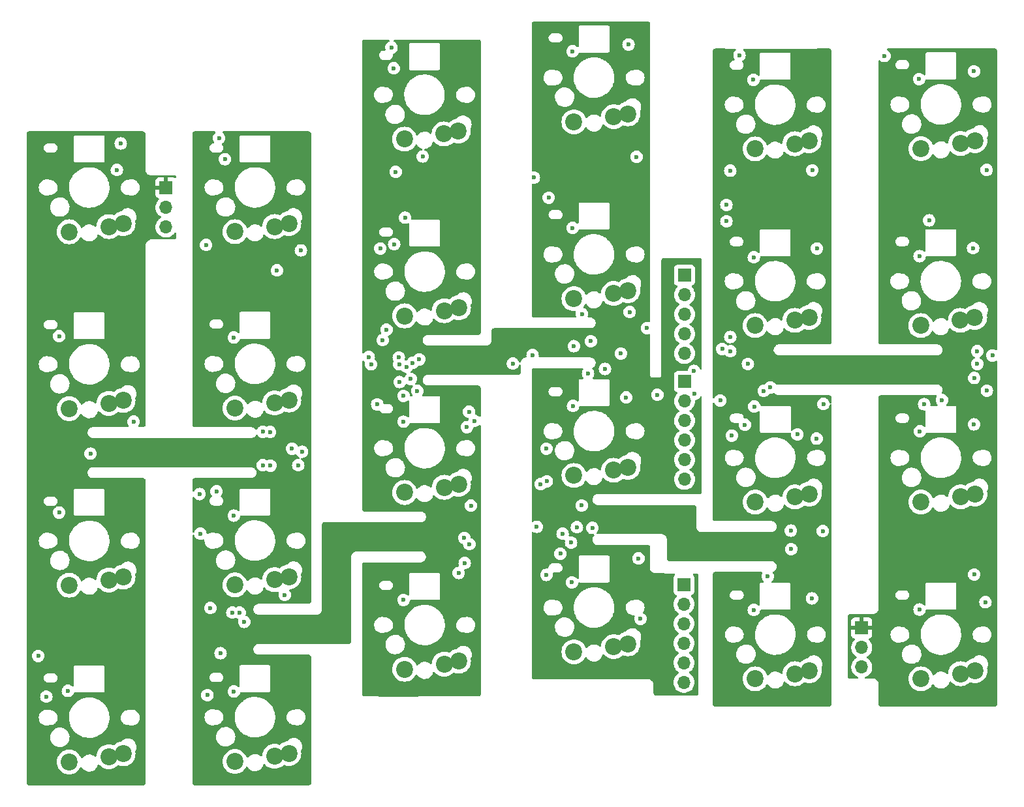
<source format=gbr>
%TF.GenerationSoftware,KiCad,Pcbnew,(6.99.0-4085-g6c752680d7)*%
%TF.CreationDate,2022-11-14T18:26:04+08:00*%
%TF.ProjectId,Right Flex PCB,52696768-7420-4466-9c65-78205043422e,rev?*%
%TF.SameCoordinates,Original*%
%TF.FileFunction,Copper,L3,Inr*%
%TF.FilePolarity,Positive*%
%FSLAX46Y46*%
G04 Gerber Fmt 4.6, Leading zero omitted, Abs format (unit mm)*
G04 Created by KiCad (PCBNEW (6.99.0-4085-g6c752680d7)) date 2022-11-14 18:26:04*
%MOMM*%
%LPD*%
G01*
G04 APERTURE LIST*
%TA.AperFunction,ComponentPad*%
%ADD10C,2.200000*%
%TD*%
%TA.AperFunction,ComponentPad*%
%ADD11R,1.700000X1.700000*%
%TD*%
%TA.AperFunction,ComponentPad*%
%ADD12O,1.700000X1.700000*%
%TD*%
%TA.AperFunction,ViaPad*%
%ADD13C,0.600000*%
%TD*%
G04 APERTURE END LIST*
D10*
%TO.N,Net-(D10-A)_1*%
%TO.C,SW12*%
X84653400Y-117903200D03*
%TO.N,row4*%
X89793400Y-117233200D03*
X91653400Y-116853200D03*
%TD*%
D11*
%TO.N,Vcc*%
%TO.C,J3*%
X53695199Y-55364399D03*
D12*
%TO.N,Gnd*%
X53695199Y-57904399D03*
%TO.N,Din*%
X53695199Y-60444399D03*
%TD*%
D10*
%TO.N,Net-(D32-A)_1*%
%TO.C,SW7*%
X62641599Y-106946400D03*
%TO.N,row3*%
X67781599Y-106276400D03*
X69641599Y-105896400D03*
%TD*%
%TO.N,Net-(D12-A)*%
%TO.C,SW16*%
X106624400Y-92731800D03*
%TO.N,row3*%
X111764400Y-92061800D03*
X113624400Y-91681800D03*
%TD*%
%TO.N,Net-(D15-A)*%
%TO.C,SW21*%
X130146400Y-96192800D03*
%TO.N,row3*%
X135286400Y-95522800D03*
X137146400Y-95142800D03*
%TD*%
%TO.N,Net-(D10-A)*%
%TO.C,SW11*%
X84653400Y-94941600D03*
%TO.N,row3*%
X89793400Y-94271600D03*
X91653400Y-93891600D03*
%TD*%
%TO.N,Net-(D14-A)_1*%
%TO.C,SW19*%
X130121000Y-50320400D03*
%TO.N,row1*%
X135261000Y-49650400D03*
X137121000Y-49270400D03*
%TD*%
D11*
%TO.N,col3*%
%TO.C,J2*%
X120960799Y-66719198D03*
D12*
%TO.N,row1*%
X120960799Y-69259198D03*
%TO.N,col2*%
X120960799Y-71799198D03*
%TO.N,col1*%
X120960799Y-74339198D03*
%TO.N,row2*%
X120960799Y-76879198D03*
%TD*%
D11*
%TO.N,row4*%
%TO.C,J4*%
X120960799Y-80536798D03*
D12*
%TO.N,row3*%
X120960799Y-83076798D03*
%TO.N,col4*%
X120960799Y-85616798D03*
%TO.N,col5*%
X120960799Y-88156798D03*
%TO.N,col6*%
X120960799Y-90696798D03*
%TO.N,row5*%
X120960799Y-93236798D03*
%TD*%
D11*
%TO.N,Vcc*%
%TO.C,J5*%
X143955199Y-112534399D03*
D12*
%TO.N,Gnd*%
X143955199Y-115074399D03*
%TO.N,Dout*%
X143955199Y-117614399D03*
%TD*%
D10*
%TO.N,Net-(D12-A)_1*%
%TO.C,SW17*%
X106624400Y-115642600D03*
%TO.N,row4*%
X111764400Y-114972600D03*
X113624400Y-114592600D03*
%TD*%
%TO.N,Net-(D31-A)*%
%TO.C,SW5*%
X62641599Y-61074000D03*
%TO.N,row1*%
X67781599Y-60404000D03*
X69641599Y-60024000D03*
%TD*%
%TO.N,Net-(D9-A)_1*%
%TO.C,SW9*%
X84628000Y-49043800D03*
%TO.N,row1*%
X89768000Y-48373800D03*
X91628000Y-47993800D03*
%TD*%
%TO.N,Net-(D11-A)_1*%
%TO.C,SW14*%
X106624400Y-46808600D03*
%TO.N,row1*%
X111764400Y-46138600D03*
X113624400Y-45758600D03*
%TD*%
%TO.N,Net-(D11-A)*%
%TO.C,SW15*%
X106624400Y-69770200D03*
%TO.N,row2*%
X111764400Y-69100200D03*
X113624400Y-68720200D03*
%TD*%
D11*
%TO.N,col5*%
%TO.C,J1*%
X120885199Y-106904399D03*
D12*
%TO.N,col6*%
X120885199Y-109444399D03*
%TO.N,col4*%
X120885199Y-111984399D03*
%TO.N,row5*%
X120885199Y-114524399D03*
%TO.N,col2*%
X120885199Y-117064399D03*
%TO.N,col3*%
X120885199Y-119604399D03*
%TD*%
D10*
%TO.N,Net-(D13-A)*%
%TO.C,SW1*%
X41137200Y-61080601D03*
%TO.N,row1*%
X46277200Y-60410601D03*
X48137200Y-60030601D03*
%TD*%
%TO.N,Net-(D16-A)*%
%TO.C,SW24*%
X151609399Y-73256598D03*
%TO.N,row2*%
X156749399Y-72586598D03*
X158609399Y-72206598D03*
%TD*%
%TO.N,Net-(D32-A)*%
%TO.C,SW8*%
X62641599Y-129882600D03*
%TO.N,row4*%
X67781599Y-129212600D03*
X69641599Y-128832600D03*
%TD*%
%TO.N,Net-(D9-A)*%
%TO.C,SW10*%
X84653400Y-72005400D03*
%TO.N,row2*%
X89793400Y-71335400D03*
X91653400Y-70955400D03*
%TD*%
%TO.N,Net-(D17-A)_1*%
%TO.C,SW25*%
X151634799Y-96192798D03*
%TO.N,row3*%
X156774799Y-95522798D03*
X158634799Y-95142798D03*
%TD*%
%TO.N,Net-(D17-A)*%
%TO.C,SW26*%
X151634799Y-119154398D03*
%TO.N,row4*%
X156774799Y-118484398D03*
X158634799Y-118104398D03*
%TD*%
%TO.N,Net-(D14-A)*%
%TO.C,SW20*%
X130121000Y-73256600D03*
%TO.N,row2*%
X135261000Y-72586600D03*
X137121000Y-72206600D03*
%TD*%
%TO.N,Net-(D13-A)_1*%
%TO.C,SW2*%
X41137200Y-84042201D03*
%TO.N,row2*%
X46277200Y-83372201D03*
X48137200Y-82992201D03*
%TD*%
%TO.N,Net-(D15-A)_1*%
%TO.C,SW22*%
X130146400Y-119154400D03*
%TO.N,row4*%
X135286400Y-118484400D03*
X137146400Y-118104400D03*
%TD*%
%TO.N,Net-(D16-A)_1*%
%TO.C,SW23*%
X151634799Y-50294998D03*
%TO.N,row1*%
X156774799Y-49624998D03*
X158634799Y-49244998D03*
%TD*%
%TO.N,Net-(D31-A)_1*%
%TO.C,SW6*%
X62641599Y-83984800D03*
%TO.N,row2*%
X67781599Y-83314800D03*
X69641599Y-82934800D03*
%TD*%
%TO.N,Net-(D1-A)*%
%TO.C,SW3*%
X41137200Y-106978401D03*
%TO.N,row3*%
X46277200Y-106308401D03*
X48137200Y-105928401D03*
%TD*%
%TO.N,Net-(D1-A)_1*%
%TO.C,SW4*%
X41137200Y-129940001D03*
%TO.N,row4*%
X46277200Y-129270001D03*
X48137200Y-128890001D03*
%TD*%
D13*
%TO.N,row4*%
X138975000Y-83450000D03*
%TO.N,col1*%
X83950000Y-78300000D03*
X63250000Y-110550000D03*
X80300000Y-78300000D03*
X43900000Y-89900000D03*
X63850000Y-111750000D03*
X49494562Y-85740343D03*
%TO.N,col2*%
X122200000Y-79150000D03*
X122250000Y-82150000D03*
X66250000Y-91400000D03*
X66250000Y-87050000D03*
X58049700Y-95150000D03*
X83900000Y-77400000D03*
X59449317Y-109960483D03*
X80000000Y-77350000D03*
%TO.N,col3*%
X81800000Y-75150000D03*
X82300000Y-73789900D03*
X112700000Y-76900000D03*
X110650000Y-78900000D03*
%TO.N,col4*%
X107650000Y-71750000D03*
X106600000Y-75945362D03*
X103050000Y-105650000D03*
X117447701Y-82252299D03*
%TO.N,col5*%
X126900000Y-76600000D03*
X126900000Y-74750000D03*
X107625500Y-96636875D03*
%TO.N,col6*%
X154350000Y-82925500D03*
X158950000Y-78250000D03*
X125600000Y-83000000D03*
X134761900Y-99900000D03*
X129183354Y-78242909D03*
X134800000Y-102300000D03*
X107000000Y-99450000D03*
X158950000Y-76600000D03*
%TO.N,row1*%
X116100000Y-73600000D03*
%TO.N,row3*%
X101250000Y-77100000D03*
X160187250Y-81712750D03*
X131250000Y-81750000D03*
X158550000Y-80075500D03*
%TO.N,row2*%
X86550000Y-77650000D03*
X160900000Y-77150000D03*
X70050000Y-89250000D03*
X108800000Y-75300000D03*
X125850000Y-76300000D03*
%TO.N,row4*%
X93726682Y-85644547D03*
X109000000Y-99550000D03*
X98700000Y-78200000D03*
X132100000Y-81300000D03*
%TO.N,row5*%
X115250000Y-111350000D03*
X106250000Y-101450000D03*
%TO.N,Vcc*%
X156950000Y-106650000D03*
X40975200Y-52014400D03*
X46475200Y-71564400D03*
X90000000Y-36650000D03*
X135550000Y-106750000D03*
X50675200Y-51964400D03*
X66150000Y-66100000D03*
X46475200Y-117564400D03*
X85050000Y-51250000D03*
X111950000Y-57350000D03*
X156950000Y-60800000D03*
X112000000Y-80450000D03*
X157000000Y-37900000D03*
X135650000Y-53150000D03*
X68000000Y-48800000D03*
X135450000Y-60750000D03*
X89950000Y-105450000D03*
X67991599Y-71658401D03*
X46475200Y-94614400D03*
X49225200Y-51964400D03*
X135425582Y-37961584D03*
X67950000Y-94450000D03*
X158250000Y-53050000D03*
X135600000Y-83874500D03*
X69250000Y-118450000D03*
X158300000Y-84050000D03*
X49975200Y-51864400D03*
X113000000Y-51300000D03*
X112000000Y-103250000D03*
X111950000Y-34400000D03*
X90000000Y-59450000D03*
X91400000Y-83500000D03*
%TO.N,Net-(D1-A)_1*%
X38178601Y-121471399D03*
X37125200Y-116174800D03*
%TO.N,Net-(D5-DOUT)*%
X58150000Y-100300000D03*
X60250000Y-94800000D03*
%TO.N,Net-(D33-DIN)*%
X67200000Y-87100000D03*
X67250000Y-91450000D03*
%TO.N,Net-(D14-A)*%
X126405625Y-59710840D03*
X126400000Y-57600000D03*
%TO.N,Net-(D14-A)_1*%
X126900000Y-53150000D03*
%TO.N,Gnd*%
X62500000Y-120800000D03*
X151450000Y-64250000D03*
X151450000Y-110150000D03*
X114750000Y-51350000D03*
X84500000Y-108900000D03*
X106500000Y-83701643D03*
X62500000Y-74825500D03*
X160150000Y-53050000D03*
X106450000Y-37650000D03*
X62500000Y-97950000D03*
X128800000Y-86150000D03*
X129900000Y-41350000D03*
X129950000Y-64400000D03*
X129950000Y-110200000D03*
X47325200Y-53064400D03*
X87000000Y-51300000D03*
X106350000Y-106625500D03*
X68100000Y-66100000D03*
X137550000Y-53100000D03*
X151500000Y-87000000D03*
X84500000Y-85750000D03*
X106450000Y-60575500D03*
X39825200Y-74639900D03*
X151400000Y-41250000D03*
X47825200Y-49614400D03*
X39825200Y-97539900D03*
X61350000Y-51650000D03*
X40975200Y-120714400D03*
X83300000Y-62700000D03*
X83250000Y-39850000D03*
%TO.N,Dout*%
X160000000Y-109200000D03*
%TO.N,Net-(D19-DOUT)*%
X83500000Y-53300000D03*
X84700000Y-59250000D03*
%TO.N,Net-(D19-DIN)*%
X84000000Y-80600000D03*
X92725500Y-86450000D03*
X70850000Y-91400000D03*
X84900000Y-78625500D03*
X62300000Y-110550000D03*
X58900000Y-62800000D03*
X71350000Y-89650000D03*
X81100000Y-83500000D03*
X82950000Y-37150000D03*
X69100000Y-108250000D03*
%TO.N,Net-(D21-DOUT)*%
X81500000Y-63250000D03*
X85450000Y-80200000D03*
X85700000Y-78100000D03*
X84500000Y-82400000D03*
%TO.N,Net-(D23-DOUT)*%
X92450000Y-104100000D03*
X93050000Y-101650000D03*
%TO.N,Net-(D25-DOUT)*%
X92400000Y-100850000D03*
X93250000Y-96650000D03*
X93000000Y-84450000D03*
X108450000Y-79500000D03*
X91650000Y-105400000D03*
X86300000Y-81750000D03*
X104850000Y-102900000D03*
X101799200Y-99400000D03*
%TO.N,Net-(D32-A)*%
X59075000Y-121275000D03*
X60775200Y-115824800D03*
%TO.N,Net-(D33-DOUT)*%
X71200000Y-63500000D03*
X60575000Y-48900000D03*
%TO.N,Net-(D37-DOUT)*%
X102300000Y-93850000D03*
X115000000Y-103500000D03*
%TO.N,Net-(D39-DOUT)*%
X113850000Y-71500000D03*
X113400000Y-82600000D03*
%TO.N,Net-(D41-DOUT)*%
X103350000Y-56650000D03*
X101424700Y-54050000D03*
%TO.N,Net-(D43-DOUT)*%
X103050000Y-89250000D03*
X103100000Y-93500000D03*
X127100000Y-87550000D03*
X138100000Y-87950000D03*
X128100000Y-38150000D03*
X113700000Y-36750000D03*
X105150000Y-100300000D03*
X138900000Y-99950000D03*
%TO.N,Net-(D47-DOUT)*%
X130000000Y-83774500D03*
X138150000Y-63250000D03*
%TO.N,Net-(D49-DOUT)*%
X131750000Y-105850000D03*
X135600000Y-87400000D03*
%TO.N,Net-(D51-DOUT)*%
X137500000Y-108700000D03*
X146900000Y-38250000D03*
%TO.N,Net-(D53-DOUT)*%
X158500000Y-40250000D03*
X152700000Y-59600000D03*
%TO.N,Net-(D55-DOUT)*%
X158400000Y-63200000D03*
X152050000Y-83474500D03*
%TO.N,Net-(D57-DOUT)*%
X158550000Y-105600000D03*
X158500000Y-86100000D03*
%TD*%
%TA.AperFunction,Conductor*%
%TO.N,Vcc*%
G36*
X112192981Y-33772719D02*
G01*
X116185026Y-33784778D01*
X116185010Y-33790014D01*
X116185318Y-33789978D01*
X116185318Y-33784899D01*
X116215279Y-33784899D01*
X116234989Y-33786450D01*
X116256538Y-33789863D01*
X116298044Y-33796437D01*
X116335532Y-33808618D01*
X116374302Y-33828371D01*
X116383464Y-33833040D01*
X116415355Y-33856211D01*
X116453389Y-33894245D01*
X116476559Y-33926134D01*
X116500983Y-33974070D01*
X116513164Y-34011558D01*
X116523149Y-34074601D01*
X116524700Y-34094312D01*
X116524700Y-72714461D01*
X116504698Y-72782582D01*
X116451042Y-72829075D01*
X116380768Y-72839179D01*
X116357087Y-72833391D01*
X116281047Y-72806783D01*
X116274020Y-72805991D01*
X116274019Y-72805991D01*
X116107029Y-72787176D01*
X116100000Y-72786384D01*
X116092971Y-72787176D01*
X115925981Y-72805991D01*
X115925980Y-72805991D01*
X115918953Y-72806783D01*
X115746985Y-72866957D01*
X115740993Y-72870722D01*
X115601479Y-72958385D01*
X115592719Y-72963889D01*
X115463889Y-73092719D01*
X115460122Y-73098714D01*
X115380789Y-73224971D01*
X115366957Y-73246985D01*
X115306783Y-73418953D01*
X115305991Y-73425980D01*
X115305991Y-73425981D01*
X115296307Y-73511928D01*
X115286384Y-73600000D01*
X115287436Y-73609336D01*
X115303870Y-73755189D01*
X115306783Y-73781047D01*
X115366957Y-73953015D01*
X115370722Y-73959007D01*
X115416765Y-74032283D01*
X115463889Y-74107281D01*
X115592719Y-74236111D01*
X115598714Y-74239878D01*
X115642975Y-74267689D01*
X115746985Y-74333043D01*
X115918953Y-74393217D01*
X115925980Y-74394009D01*
X115925981Y-74394009D01*
X116092971Y-74412824D01*
X116100000Y-74413616D01*
X116107029Y-74412824D01*
X116274019Y-74394009D01*
X116274020Y-74394009D01*
X116281047Y-74393217D01*
X116357086Y-74366610D01*
X116427989Y-74362990D01*
X116489594Y-74398279D01*
X116522341Y-74461273D01*
X116524700Y-74485539D01*
X116524700Y-79839762D01*
X116530861Y-79852554D01*
X116532024Y-79857650D01*
X116534484Y-79864680D01*
X116536751Y-79869387D01*
X116539910Y-79883230D01*
X116548762Y-79894330D01*
X116551028Y-79899035D01*
X116554995Y-79905349D01*
X116558254Y-79909435D01*
X116564412Y-79922223D01*
X116575509Y-79931073D01*
X116578757Y-79935146D01*
X116584053Y-79940442D01*
X116588126Y-79943690D01*
X116596976Y-79954787D01*
X116609764Y-79960945D01*
X116613850Y-79964204D01*
X116620164Y-79968171D01*
X116624869Y-79970437D01*
X116635969Y-79979289D01*
X116649812Y-79982448D01*
X116654519Y-79984715D01*
X116661549Y-79987175D01*
X116666645Y-79988338D01*
X116679437Y-79994499D01*
X117753616Y-79994499D01*
X117784433Y-79994520D01*
X117784435Y-79994520D01*
X117798629Y-79994529D01*
X117811423Y-79988378D01*
X117816377Y-79987251D01*
X117823819Y-79984649D01*
X117828389Y-79982448D01*
X117842231Y-79979289D01*
X117853330Y-79970437D01*
X117858165Y-79968109D01*
X117864115Y-79964373D01*
X117868321Y-79961024D01*
X117881117Y-79954872D01*
X117889977Y-79943778D01*
X117893946Y-79940617D01*
X117899525Y-79935042D01*
X117902689Y-79931075D01*
X117913788Y-79922223D01*
X117919948Y-79909433D01*
X117923293Y-79905238D01*
X117927044Y-79899272D01*
X117929372Y-79894447D01*
X117938231Y-79883353D01*
X117941399Y-79869515D01*
X117943606Y-79864941D01*
X117946210Y-79857506D01*
X117947341Y-79852552D01*
X117953500Y-79839762D01*
X117953500Y-79794208D01*
X117955442Y-76879199D01*
X119597644Y-76879199D01*
X119598074Y-76884388D01*
X119615185Y-77090880D01*
X119616236Y-77103567D01*
X119617517Y-77108625D01*
X119617517Y-77108626D01*
X119665461Y-77297950D01*
X119671504Y-77321815D01*
X119688492Y-77360544D01*
X119757875Y-77518722D01*
X119761940Y-77527990D01*
X119764790Y-77532352D01*
X119764792Y-77532356D01*
X119819863Y-77616648D01*
X119885078Y-77716467D01*
X119888603Y-77720296D01*
X119888606Y-77720300D01*
X119972916Y-77811884D01*
X120037560Y-77882105D01*
X120041679Y-77885311D01*
X120205496Y-78012816D01*
X120215224Y-78020388D01*
X120242282Y-78035031D01*
X120397357Y-78118953D01*
X120413226Y-78127541D01*
X120626165Y-78200643D01*
X120631299Y-78201500D01*
X120631304Y-78201501D01*
X120843094Y-78236842D01*
X120843096Y-78236842D01*
X120848231Y-78237699D01*
X121073369Y-78237699D01*
X121078504Y-78236842D01*
X121078506Y-78236842D01*
X121290296Y-78201501D01*
X121290301Y-78201500D01*
X121295435Y-78200643D01*
X121508374Y-78127541D01*
X121524244Y-78118953D01*
X121679318Y-78035031D01*
X121706376Y-78020388D01*
X121716105Y-78012816D01*
X121879921Y-77885311D01*
X121884040Y-77882105D01*
X121948684Y-77811884D01*
X122032994Y-77720300D01*
X122032997Y-77720296D01*
X122036522Y-77716467D01*
X122101737Y-77616648D01*
X122156808Y-77532356D01*
X122156810Y-77532352D01*
X122159660Y-77527990D01*
X122163726Y-77518722D01*
X122233108Y-77360544D01*
X122250096Y-77321815D01*
X122256140Y-77297950D01*
X122304083Y-77108626D01*
X122304083Y-77108625D01*
X122305364Y-77103567D01*
X122306416Y-77090880D01*
X122323526Y-76884388D01*
X122323956Y-76879199D01*
X122320408Y-76836384D01*
X122305795Y-76660027D01*
X122305794Y-76660022D01*
X122305364Y-76654831D01*
X122302297Y-76642719D01*
X122251378Y-76441645D01*
X122251378Y-76441644D01*
X122250096Y-76436583D01*
X122187391Y-76293628D01*
X122161754Y-76235181D01*
X122161752Y-76235177D01*
X122159660Y-76230408D01*
X122147069Y-76211135D01*
X122059818Y-76077588D01*
X122036522Y-76041931D01*
X122032997Y-76038102D01*
X122032994Y-76038098D01*
X121887572Y-75880130D01*
X121884040Y-75876293D01*
X121846303Y-75846921D01*
X121710489Y-75741211D01*
X121710487Y-75741209D01*
X121706376Y-75738010D01*
X121673120Y-75720013D01*
X121622729Y-75670000D01*
X121607377Y-75600683D01*
X121631937Y-75534070D01*
X121673120Y-75498385D01*
X121686379Y-75491210D01*
X121706376Y-75480388D01*
X121730501Y-75461611D01*
X121879921Y-75345311D01*
X121884040Y-75342105D01*
X121962127Y-75257281D01*
X122032994Y-75180300D01*
X122032997Y-75180296D01*
X122036522Y-75176467D01*
X122103746Y-75073573D01*
X122156808Y-74992356D01*
X122156810Y-74992352D01*
X122159660Y-74987990D01*
X122168011Y-74968953D01*
X122234017Y-74818471D01*
X122250096Y-74781815D01*
X122272935Y-74691628D01*
X122304083Y-74568626D01*
X122304083Y-74568625D01*
X122305364Y-74563567D01*
X122308731Y-74522943D01*
X122323526Y-74344388D01*
X122323956Y-74339199D01*
X122320175Y-74293565D01*
X122305795Y-74120027D01*
X122305794Y-74120022D01*
X122305364Y-74114831D01*
X122284460Y-74032283D01*
X122251378Y-73901645D01*
X122251378Y-73901644D01*
X122250096Y-73896583D01*
X122188076Y-73755191D01*
X122161754Y-73695181D01*
X122161752Y-73695177D01*
X122159660Y-73690408D01*
X122155972Y-73684762D01*
X122044287Y-73513816D01*
X122036522Y-73501931D01*
X122032997Y-73498102D01*
X122032994Y-73498098D01*
X121910730Y-73365286D01*
X121884040Y-73336293D01*
X121854512Y-73313310D01*
X121710489Y-73201211D01*
X121710487Y-73201209D01*
X121706376Y-73198010D01*
X121673120Y-73180013D01*
X121622729Y-73130000D01*
X121607377Y-73060683D01*
X121631937Y-72994070D01*
X121673120Y-72958385D01*
X121674684Y-72957539D01*
X121706376Y-72940388D01*
X121711724Y-72936226D01*
X121879921Y-72805311D01*
X121884040Y-72802105D01*
X121966831Y-72712171D01*
X122032994Y-72640300D01*
X122032997Y-72640296D01*
X122036522Y-72636467D01*
X122102530Y-72535434D01*
X122156808Y-72452356D01*
X122156810Y-72452352D01*
X122159660Y-72447990D01*
X122171899Y-72420089D01*
X122243083Y-72257803D01*
X122250096Y-72241815D01*
X122252318Y-72233043D01*
X122304083Y-72028626D01*
X122304083Y-72028625D01*
X122305364Y-72023567D01*
X122306870Y-72005400D01*
X122323526Y-71804388D01*
X122323956Y-71799199D01*
X122317471Y-71720938D01*
X122305795Y-71580027D01*
X122305794Y-71580022D01*
X122305364Y-71574831D01*
X122303919Y-71569125D01*
X122251378Y-71361645D01*
X122251378Y-71361644D01*
X122250096Y-71356583D01*
X122193324Y-71227154D01*
X122161754Y-71155181D01*
X122161752Y-71155177D01*
X122159660Y-71150408D01*
X122154355Y-71142287D01*
X122062370Y-71001494D01*
X122036522Y-70961931D01*
X122032997Y-70958102D01*
X122032994Y-70958098D01*
X121887572Y-70800130D01*
X121884040Y-70796293D01*
X121839737Y-70761810D01*
X121710489Y-70661211D01*
X121710487Y-70661209D01*
X121706376Y-70658010D01*
X121673120Y-70640013D01*
X121622729Y-70590000D01*
X121607377Y-70520683D01*
X121631937Y-70454070D01*
X121673120Y-70418385D01*
X121683171Y-70412946D01*
X121706376Y-70400388D01*
X121716750Y-70392314D01*
X121879921Y-70265311D01*
X121884040Y-70262105D01*
X121931495Y-70210556D01*
X122032994Y-70100300D01*
X122032997Y-70100296D01*
X122036522Y-70096467D01*
X122092057Y-70011464D01*
X122156808Y-69912356D01*
X122156810Y-69912352D01*
X122159660Y-69907990D01*
X122163003Y-69900370D01*
X122230289Y-69746971D01*
X122250096Y-69701815D01*
X122259581Y-69664362D01*
X122304083Y-69488626D01*
X122304083Y-69488625D01*
X122305364Y-69483567D01*
X122307515Y-69457618D01*
X122323526Y-69264388D01*
X122323956Y-69259199D01*
X122316845Y-69173380D01*
X122305795Y-69040027D01*
X122305794Y-69040022D01*
X122305364Y-69034831D01*
X122303650Y-69028063D01*
X122251378Y-68821645D01*
X122251378Y-68821644D01*
X122250096Y-68816583D01*
X122201870Y-68706638D01*
X122161754Y-68615181D01*
X122161752Y-68615177D01*
X122159660Y-68610408D01*
X122153912Y-68601609D01*
X122039373Y-68426295D01*
X122036522Y-68421931D01*
X122032997Y-68418102D01*
X122032994Y-68418098D01*
X121893325Y-68266379D01*
X121861904Y-68202714D01*
X121869891Y-68132168D01*
X121914749Y-68077139D01*
X121941991Y-68062986D01*
X122057004Y-68020088D01*
X122073732Y-68007566D01*
X122166850Y-67937858D01*
X122174061Y-67932460D01*
X122233634Y-67852880D01*
X122256289Y-67822617D01*
X122256290Y-67822615D01*
X122261689Y-67815403D01*
X122312789Y-67678400D01*
X122319300Y-67617837D01*
X122319300Y-65820561D01*
X122312789Y-65759998D01*
X122261689Y-65622995D01*
X122248536Y-65605424D01*
X122193475Y-65531872D01*
X122174061Y-65505938D01*
X122109002Y-65457235D01*
X122064218Y-65423710D01*
X122064216Y-65423709D01*
X122057004Y-65418310D01*
X121920001Y-65367210D01*
X121883095Y-65363242D01*
X121862788Y-65361059D01*
X121862785Y-65361059D01*
X121859438Y-65360699D01*
X120062162Y-65360699D01*
X120058815Y-65361059D01*
X120058812Y-65361059D01*
X120038505Y-65363242D01*
X120001599Y-65367210D01*
X119864596Y-65418310D01*
X119857384Y-65423709D01*
X119857382Y-65423710D01*
X119812598Y-65457235D01*
X119747539Y-65505938D01*
X119728125Y-65531872D01*
X119673065Y-65605424D01*
X119659911Y-65622995D01*
X119608811Y-65759998D01*
X119602300Y-65820561D01*
X119602300Y-67617837D01*
X119608811Y-67678400D01*
X119659911Y-67815403D01*
X119665310Y-67822615D01*
X119665311Y-67822617D01*
X119687966Y-67852880D01*
X119747539Y-67932460D01*
X119754750Y-67937858D01*
X119847869Y-68007566D01*
X119864596Y-68020088D01*
X119979608Y-68062986D01*
X120036442Y-68105532D01*
X120061253Y-68172052D01*
X120046161Y-68241426D01*
X120028275Y-68266379D01*
X119888606Y-68418098D01*
X119888603Y-68418102D01*
X119885078Y-68421931D01*
X119882227Y-68426295D01*
X119767689Y-68601609D01*
X119761940Y-68610408D01*
X119759848Y-68615177D01*
X119759846Y-68615181D01*
X119719730Y-68706638D01*
X119671504Y-68816583D01*
X119670222Y-68821644D01*
X119670222Y-68821645D01*
X119617950Y-69028063D01*
X119616236Y-69034831D01*
X119615806Y-69040022D01*
X119615805Y-69040027D01*
X119604755Y-69173380D01*
X119597644Y-69259199D01*
X119598074Y-69264388D01*
X119614086Y-69457618D01*
X119616236Y-69483567D01*
X119617517Y-69488625D01*
X119617517Y-69488626D01*
X119662020Y-69664362D01*
X119671504Y-69701815D01*
X119691311Y-69746971D01*
X119758598Y-69900370D01*
X119761940Y-69907990D01*
X119764790Y-69912352D01*
X119764792Y-69912356D01*
X119829543Y-70011464D01*
X119885078Y-70096467D01*
X119888603Y-70100296D01*
X119888606Y-70100300D01*
X119990105Y-70210556D01*
X120037560Y-70262105D01*
X120041679Y-70265311D01*
X120204851Y-70392314D01*
X120215224Y-70400388D01*
X120238430Y-70412946D01*
X120248480Y-70418385D01*
X120298871Y-70468398D01*
X120314223Y-70537715D01*
X120289663Y-70604328D01*
X120248481Y-70640012D01*
X120215224Y-70658010D01*
X120211113Y-70661209D01*
X120211111Y-70661211D01*
X120081863Y-70761810D01*
X120037560Y-70796293D01*
X120034028Y-70800130D01*
X119888606Y-70958098D01*
X119888603Y-70958102D01*
X119885078Y-70961931D01*
X119859230Y-71001494D01*
X119767246Y-71142287D01*
X119761940Y-71150408D01*
X119759848Y-71155177D01*
X119759846Y-71155181D01*
X119728276Y-71227154D01*
X119671504Y-71356583D01*
X119670222Y-71361644D01*
X119670222Y-71361645D01*
X119617681Y-71569125D01*
X119616236Y-71574831D01*
X119615806Y-71580022D01*
X119615805Y-71580027D01*
X119604129Y-71720938D01*
X119597644Y-71799199D01*
X119598074Y-71804388D01*
X119614731Y-72005400D01*
X119616236Y-72023567D01*
X119617517Y-72028625D01*
X119617517Y-72028626D01*
X119669283Y-72233043D01*
X119671504Y-72241815D01*
X119678517Y-72257803D01*
X119749702Y-72420089D01*
X119761940Y-72447990D01*
X119764790Y-72452352D01*
X119764792Y-72452356D01*
X119819070Y-72535434D01*
X119885078Y-72636467D01*
X119888603Y-72640296D01*
X119888606Y-72640300D01*
X119954769Y-72712171D01*
X120037560Y-72802105D01*
X120041679Y-72805311D01*
X120209877Y-72936226D01*
X120215224Y-72940388D01*
X120246917Y-72957539D01*
X120248480Y-72958385D01*
X120298871Y-73008398D01*
X120314223Y-73077715D01*
X120289663Y-73144328D01*
X120248481Y-73180012D01*
X120215224Y-73198010D01*
X120211113Y-73201209D01*
X120211111Y-73201211D01*
X120067088Y-73313310D01*
X120037560Y-73336293D01*
X120010870Y-73365286D01*
X119888606Y-73498098D01*
X119888603Y-73498102D01*
X119885078Y-73501931D01*
X119877313Y-73513816D01*
X119765629Y-73684762D01*
X119761940Y-73690408D01*
X119759848Y-73695177D01*
X119759846Y-73695181D01*
X119733524Y-73755191D01*
X119671504Y-73896583D01*
X119670222Y-73901644D01*
X119670222Y-73901645D01*
X119637140Y-74032283D01*
X119616236Y-74114831D01*
X119615806Y-74120022D01*
X119615805Y-74120027D01*
X119601425Y-74293565D01*
X119597644Y-74339199D01*
X119598074Y-74344388D01*
X119612870Y-74522943D01*
X119616236Y-74563567D01*
X119617517Y-74568625D01*
X119617517Y-74568626D01*
X119648666Y-74691628D01*
X119671504Y-74781815D01*
X119687583Y-74818471D01*
X119753590Y-74968953D01*
X119761940Y-74987990D01*
X119764790Y-74992352D01*
X119764792Y-74992356D01*
X119817854Y-75073573D01*
X119885078Y-75176467D01*
X119888603Y-75180296D01*
X119888606Y-75180300D01*
X119959473Y-75257281D01*
X120037560Y-75342105D01*
X120041679Y-75345311D01*
X120191100Y-75461611D01*
X120215224Y-75480388D01*
X120235222Y-75491210D01*
X120248480Y-75498385D01*
X120298871Y-75548398D01*
X120314223Y-75617715D01*
X120289663Y-75684328D01*
X120248481Y-75720012D01*
X120215224Y-75738010D01*
X120211113Y-75741209D01*
X120211111Y-75741211D01*
X120075297Y-75846921D01*
X120037560Y-75876293D01*
X120034028Y-75880130D01*
X119888606Y-76038098D01*
X119888603Y-76038102D01*
X119885078Y-76041931D01*
X119861782Y-76077588D01*
X119774532Y-76211135D01*
X119761940Y-76230408D01*
X119759848Y-76235177D01*
X119759846Y-76235181D01*
X119734209Y-76293628D01*
X119671504Y-76436583D01*
X119670222Y-76441644D01*
X119670222Y-76441645D01*
X119619303Y-76642719D01*
X119616236Y-76654831D01*
X119615806Y-76660022D01*
X119615805Y-76660027D01*
X119601192Y-76836384D01*
X119597644Y-76879199D01*
X117955442Y-76879199D01*
X117963473Y-64823945D01*
X117967319Y-64823948D01*
X117967309Y-64823881D01*
X117963500Y-64823881D01*
X117963500Y-64793918D01*
X117965051Y-64774207D01*
X117975037Y-64711160D01*
X117987219Y-64673668D01*
X118011641Y-64625737D01*
X118034813Y-64593845D01*
X118072846Y-64555812D01*
X118104737Y-64532641D01*
X118152671Y-64508218D01*
X118190159Y-64496037D01*
X118205645Y-64493584D01*
X118253084Y-64486071D01*
X118273054Y-64484520D01*
X122872919Y-64494015D01*
X122872908Y-64499302D01*
X122873118Y-64499277D01*
X122873118Y-64494098D01*
X122903082Y-64494098D01*
X122922793Y-64495649D01*
X122985840Y-64505635D01*
X123023331Y-64517817D01*
X123071261Y-64542238D01*
X123103154Y-64565410D01*
X123141190Y-64603446D01*
X123164361Y-64635337D01*
X123188782Y-64683265D01*
X123200965Y-64720756D01*
X123209431Y-64774207D01*
X123210946Y-64783775D01*
X123212497Y-64803524D01*
X123210300Y-71403665D01*
X123207825Y-78840728D01*
X123187800Y-78908842D01*
X123134129Y-78955317D01*
X123063852Y-78965398D01*
X122999281Y-78935883D01*
X122962896Y-78882301D01*
X122933043Y-78796985D01*
X122894793Y-78736111D01*
X122839878Y-78648714D01*
X122836111Y-78642719D01*
X122707281Y-78513889D01*
X122643829Y-78474019D01*
X122559007Y-78420722D01*
X122553015Y-78416957D01*
X122381047Y-78356783D01*
X122374020Y-78355991D01*
X122374019Y-78355991D01*
X122207029Y-78337176D01*
X122200000Y-78336384D01*
X122192971Y-78337176D01*
X122025981Y-78355991D01*
X122025980Y-78355991D01*
X122018953Y-78356783D01*
X121846985Y-78416957D01*
X121840993Y-78420722D01*
X121756172Y-78474019D01*
X121692719Y-78513889D01*
X121563889Y-78642719D01*
X121560122Y-78648714D01*
X121505207Y-78736111D01*
X121466957Y-78796985D01*
X121406783Y-78968953D01*
X121405991Y-78975980D01*
X121405991Y-78975981D01*
X121405703Y-78978535D01*
X121396207Y-79062824D01*
X121395803Y-79066406D01*
X121368300Y-79131859D01*
X121309776Y-79172052D01*
X121270595Y-79178299D01*
X120062162Y-79178299D01*
X120058815Y-79178659D01*
X120058812Y-79178659D01*
X120038505Y-79180842D01*
X120001599Y-79184810D01*
X119864596Y-79235910D01*
X119857384Y-79241309D01*
X119857382Y-79241310D01*
X119798619Y-79285300D01*
X119747539Y-79323538D01*
X119742141Y-79330749D01*
X119676289Y-79418717D01*
X119659911Y-79440595D01*
X119608811Y-79577598D01*
X119602300Y-79638161D01*
X119602300Y-81435437D01*
X119608811Y-81496000D01*
X119659911Y-81633003D01*
X119665310Y-81640215D01*
X119665311Y-81640217D01*
X119711524Y-81701950D01*
X119747539Y-81750060D01*
X119759117Y-81758727D01*
X119856731Y-81831800D01*
X119864596Y-81837688D01*
X119979608Y-81880586D01*
X120036442Y-81923132D01*
X120061253Y-81989652D01*
X120046161Y-82059026D01*
X120028275Y-82083979D01*
X119888606Y-82235698D01*
X119888603Y-82235702D01*
X119885078Y-82239531D01*
X119868687Y-82264620D01*
X119766455Y-82421098D01*
X119761940Y-82428008D01*
X119759848Y-82432777D01*
X119759846Y-82432781D01*
X119712638Y-82540407D01*
X119671504Y-82634183D01*
X119670222Y-82639244D01*
X119670222Y-82639245D01*
X119626950Y-82810122D01*
X119616236Y-82852431D01*
X119615806Y-82857622D01*
X119615805Y-82857627D01*
X119601301Y-83032665D01*
X119597644Y-83076799D01*
X119598074Y-83081988D01*
X119615597Y-83293453D01*
X119616236Y-83301167D01*
X119617517Y-83306225D01*
X119617517Y-83306226D01*
X119647945Y-83426381D01*
X119671504Y-83519415D01*
X119673600Y-83524193D01*
X119759805Y-83720722D01*
X119761940Y-83725590D01*
X119764790Y-83729952D01*
X119764792Y-83729956D01*
X119841284Y-83847035D01*
X119885078Y-83914067D01*
X119888603Y-83917896D01*
X119888606Y-83917900D01*
X119970888Y-84007281D01*
X120037560Y-84079705D01*
X120041679Y-84082911D01*
X120203579Y-84208924D01*
X120215224Y-84217988D01*
X120243044Y-84233043D01*
X120248480Y-84235985D01*
X120298871Y-84285998D01*
X120314223Y-84355315D01*
X120289663Y-84421928D01*
X120248481Y-84457612D01*
X120215224Y-84475610D01*
X120211113Y-84478809D01*
X120211111Y-84478811D01*
X120073641Y-84585810D01*
X120037560Y-84613893D01*
X120015621Y-84637725D01*
X119888606Y-84775698D01*
X119888603Y-84775702D01*
X119885078Y-84779531D01*
X119869735Y-84803015D01*
X119767747Y-84959120D01*
X119761940Y-84968008D01*
X119759848Y-84972777D01*
X119759846Y-84972781D01*
X119719765Y-85064158D01*
X119671504Y-85174183D01*
X119670222Y-85179244D01*
X119670222Y-85179245D01*
X119623279Y-85364620D01*
X119616236Y-85392431D01*
X119615806Y-85397622D01*
X119615805Y-85397627D01*
X119601609Y-85568953D01*
X119597644Y-85616799D01*
X119598074Y-85621988D01*
X119615380Y-85830831D01*
X119616236Y-85841167D01*
X119617517Y-85846225D01*
X119617517Y-85846226D01*
X119650376Y-85975981D01*
X119671504Y-86059415D01*
X119687701Y-86096341D01*
X119757730Y-86255991D01*
X119761940Y-86265590D01*
X119764790Y-86269952D01*
X119764792Y-86269956D01*
X119841646Y-86387589D01*
X119885078Y-86454067D01*
X119888603Y-86457896D01*
X119888606Y-86457900D01*
X119984914Y-86562517D01*
X120037560Y-86619705D01*
X120041679Y-86622911D01*
X120209670Y-86753665D01*
X120215224Y-86757988D01*
X120237395Y-86769986D01*
X120248480Y-86775985D01*
X120298871Y-86825998D01*
X120314223Y-86895315D01*
X120289663Y-86961928D01*
X120248481Y-86997612D01*
X120215224Y-87015610D01*
X120211113Y-87018809D01*
X120211111Y-87018811D01*
X120101472Y-87104148D01*
X120037560Y-87153893D01*
X120010292Y-87183514D01*
X119888606Y-87315698D01*
X119888603Y-87315702D01*
X119885078Y-87319531D01*
X119874683Y-87335442D01*
X119766332Y-87501286D01*
X119761940Y-87508008D01*
X119759848Y-87512777D01*
X119759846Y-87512781D01*
X119718792Y-87606376D01*
X119671504Y-87714183D01*
X119670222Y-87719244D01*
X119670222Y-87719245D01*
X119620690Y-87914842D01*
X119616236Y-87932431D01*
X119615806Y-87937622D01*
X119615805Y-87937627D01*
X119599419Y-88135380D01*
X119597644Y-88156799D01*
X119598074Y-88161988D01*
X119614782Y-88363616D01*
X119616236Y-88381167D01*
X119617517Y-88386225D01*
X119617517Y-88386226D01*
X119668304Y-88586777D01*
X119671504Y-88599415D01*
X119695010Y-88653003D01*
X119743529Y-88763616D01*
X119761940Y-88805590D01*
X119764790Y-88809952D01*
X119764792Y-88809956D01*
X119849453Y-88939539D01*
X119885078Y-88994067D01*
X119888603Y-88997896D01*
X119888606Y-88997900D01*
X119970792Y-89087176D01*
X120037560Y-89159705D01*
X120041679Y-89162911D01*
X120184229Y-89273863D01*
X120215224Y-89297988D01*
X120219805Y-89300467D01*
X120248480Y-89315985D01*
X120298871Y-89365998D01*
X120314223Y-89435315D01*
X120289663Y-89501928D01*
X120248481Y-89537612D01*
X120215224Y-89555610D01*
X120211113Y-89558809D01*
X120211111Y-89558811D01*
X120109350Y-89638016D01*
X120037560Y-89693893D01*
X119990160Y-89745382D01*
X119888606Y-89855698D01*
X119888603Y-89855702D01*
X119885078Y-89859531D01*
X119865251Y-89889878D01*
X119765109Y-90043158D01*
X119761940Y-90048008D01*
X119759848Y-90052777D01*
X119759846Y-90052781D01*
X119735433Y-90108439D01*
X119671504Y-90254183D01*
X119670222Y-90259244D01*
X119670222Y-90259245D01*
X119618669Y-90462824D01*
X119616236Y-90472431D01*
X119615806Y-90477622D01*
X119615805Y-90477627D01*
X119600960Y-90656783D01*
X119597644Y-90696799D01*
X119598074Y-90701988D01*
X119614965Y-90905824D01*
X119616236Y-90921167D01*
X119617517Y-90926225D01*
X119617517Y-90926226D01*
X119667225Y-91122516D01*
X119671504Y-91139415D01*
X119673600Y-91144193D01*
X119759824Y-91340765D01*
X119761940Y-91345590D01*
X119764790Y-91349952D01*
X119764792Y-91349956D01*
X119817035Y-91429920D01*
X119885078Y-91534067D01*
X119888603Y-91537896D01*
X119888606Y-91537900D01*
X119934474Y-91587725D01*
X120037560Y-91699705D01*
X120041679Y-91702911D01*
X120188235Y-91816981D01*
X120215224Y-91837988D01*
X120238855Y-91850776D01*
X120248480Y-91855985D01*
X120298871Y-91905998D01*
X120314223Y-91975315D01*
X120289663Y-92041928D01*
X120248481Y-92077612D01*
X120215224Y-92095610D01*
X120211113Y-92098809D01*
X120211111Y-92098811D01*
X120102485Y-92183359D01*
X120037560Y-92233893D01*
X120015142Y-92258245D01*
X119888606Y-92395698D01*
X119888603Y-92395702D01*
X119885078Y-92399531D01*
X119882227Y-92403895D01*
X119796284Y-92535441D01*
X119761940Y-92588008D01*
X119759848Y-92592777D01*
X119759846Y-92592781D01*
X119718441Y-92687176D01*
X119671504Y-92794183D01*
X119670222Y-92799244D01*
X119670222Y-92799245D01*
X119622496Y-92987711D01*
X119616236Y-93012431D01*
X119615806Y-93017622D01*
X119615805Y-93017627D01*
X119599127Y-93218897D01*
X119597644Y-93236799D01*
X119598074Y-93241988D01*
X119614364Y-93438571D01*
X119616236Y-93461167D01*
X119617517Y-93466225D01*
X119617517Y-93466226D01*
X119670138Y-93674019D01*
X119671504Y-93679415D01*
X119673600Y-93684193D01*
X119754638Y-93868942D01*
X119761940Y-93885590D01*
X119764790Y-93889952D01*
X119764792Y-93889956D01*
X119837560Y-94001335D01*
X119885078Y-94074067D01*
X119888603Y-94077896D01*
X119888606Y-94077900D01*
X119964298Y-94160122D01*
X120037560Y-94239705D01*
X120041679Y-94242911D01*
X120190983Y-94359120D01*
X120215224Y-94377988D01*
X120272885Y-94409192D01*
X120399848Y-94477901D01*
X120413226Y-94485141D01*
X120626165Y-94558243D01*
X120631299Y-94559100D01*
X120631304Y-94559101D01*
X120843094Y-94594442D01*
X120843096Y-94594442D01*
X120848231Y-94595299D01*
X121073369Y-94595299D01*
X121078504Y-94594442D01*
X121078506Y-94594442D01*
X121290296Y-94559101D01*
X121290301Y-94559100D01*
X121295435Y-94558243D01*
X121508374Y-94485141D01*
X121521753Y-94477901D01*
X121648715Y-94409192D01*
X121706376Y-94377988D01*
X121730618Y-94359120D01*
X121879921Y-94242911D01*
X121884040Y-94239705D01*
X121957302Y-94160122D01*
X122032994Y-94077900D01*
X122032997Y-94077896D01*
X122036522Y-94074067D01*
X122084040Y-94001335D01*
X122156808Y-93889956D01*
X122156810Y-93889952D01*
X122159660Y-93885590D01*
X122166963Y-93868942D01*
X122248000Y-93684193D01*
X122250096Y-93679415D01*
X122251463Y-93674019D01*
X122304083Y-93466226D01*
X122304083Y-93466225D01*
X122305364Y-93461167D01*
X122307237Y-93438571D01*
X122323526Y-93241988D01*
X122323956Y-93236799D01*
X122322473Y-93218897D01*
X122305795Y-93017627D01*
X122305794Y-93017622D01*
X122305364Y-93012431D01*
X122299104Y-92987711D01*
X122251378Y-92799245D01*
X122251378Y-92799244D01*
X122250096Y-92794183D01*
X122203159Y-92687176D01*
X122161754Y-92592781D01*
X122161752Y-92592777D01*
X122159660Y-92588008D01*
X122125317Y-92535441D01*
X122039373Y-92403895D01*
X122036522Y-92399531D01*
X122032997Y-92395702D01*
X122032994Y-92395698D01*
X121906458Y-92258245D01*
X121884040Y-92233893D01*
X121819115Y-92183359D01*
X121710489Y-92098811D01*
X121710487Y-92098809D01*
X121706376Y-92095610D01*
X121673120Y-92077613D01*
X121622729Y-92027600D01*
X121607377Y-91958283D01*
X121631937Y-91891670D01*
X121673120Y-91855985D01*
X121682746Y-91850776D01*
X121706376Y-91837988D01*
X121733366Y-91816981D01*
X121879921Y-91702911D01*
X121884040Y-91699705D01*
X121987126Y-91587725D01*
X122032994Y-91537900D01*
X122032997Y-91537896D01*
X122036522Y-91534067D01*
X122104565Y-91429920D01*
X122156808Y-91349956D01*
X122156810Y-91349952D01*
X122159660Y-91345590D01*
X122161777Y-91340765D01*
X122248000Y-91144193D01*
X122250096Y-91139415D01*
X122254376Y-91122516D01*
X122304083Y-90926226D01*
X122304083Y-90926225D01*
X122305364Y-90921167D01*
X122306636Y-90905824D01*
X122323526Y-90701988D01*
X122323956Y-90696799D01*
X122320640Y-90656783D01*
X122305795Y-90477627D01*
X122305794Y-90477622D01*
X122305364Y-90472431D01*
X122302931Y-90462824D01*
X122251378Y-90259245D01*
X122251378Y-90259244D01*
X122250096Y-90254183D01*
X122186167Y-90108439D01*
X122161754Y-90052781D01*
X122161752Y-90052777D01*
X122159660Y-90048008D01*
X122156492Y-90043158D01*
X122056349Y-89889878D01*
X122036522Y-89859531D01*
X122032997Y-89855702D01*
X122032994Y-89855698D01*
X121931440Y-89745382D01*
X121884040Y-89693893D01*
X121812250Y-89638016D01*
X121710489Y-89558811D01*
X121710487Y-89558809D01*
X121706376Y-89555610D01*
X121673120Y-89537613D01*
X121622729Y-89487600D01*
X121607377Y-89418283D01*
X121631937Y-89351670D01*
X121673120Y-89315985D01*
X121701795Y-89300467D01*
X121706376Y-89297988D01*
X121737372Y-89273863D01*
X121879921Y-89162911D01*
X121884040Y-89159705D01*
X121950808Y-89087176D01*
X122032994Y-88997900D01*
X122032997Y-88997896D01*
X122036522Y-88994067D01*
X122072147Y-88939539D01*
X122156808Y-88809956D01*
X122156810Y-88809952D01*
X122159660Y-88805590D01*
X122178072Y-88763616D01*
X122226590Y-88653003D01*
X122250096Y-88599415D01*
X122253297Y-88586777D01*
X122304083Y-88386226D01*
X122304083Y-88386225D01*
X122305364Y-88381167D01*
X122306819Y-88363616D01*
X122323526Y-88161988D01*
X122323956Y-88156799D01*
X122322181Y-88135380D01*
X122305795Y-87937627D01*
X122305794Y-87937622D01*
X122305364Y-87932431D01*
X122300910Y-87914842D01*
X122251378Y-87719245D01*
X122251378Y-87719244D01*
X122250096Y-87714183D01*
X122202808Y-87606376D01*
X122161754Y-87512781D01*
X122161752Y-87512777D01*
X122159660Y-87508008D01*
X122155269Y-87501286D01*
X122046917Y-87335442D01*
X122036522Y-87319531D01*
X122032997Y-87315702D01*
X122032994Y-87315698D01*
X121911308Y-87183514D01*
X121884040Y-87153893D01*
X121820128Y-87104148D01*
X121710489Y-87018811D01*
X121710487Y-87018809D01*
X121706376Y-87015610D01*
X121673120Y-86997613D01*
X121622729Y-86947600D01*
X121607377Y-86878283D01*
X121631937Y-86811670D01*
X121673120Y-86775985D01*
X121684206Y-86769986D01*
X121706376Y-86757988D01*
X121711931Y-86753665D01*
X121879921Y-86622911D01*
X121884040Y-86619705D01*
X121936686Y-86562517D01*
X122032994Y-86457900D01*
X122032997Y-86457896D01*
X122036522Y-86454067D01*
X122079954Y-86387589D01*
X122156808Y-86269956D01*
X122156810Y-86269952D01*
X122159660Y-86265590D01*
X122163871Y-86255991D01*
X122233899Y-86096341D01*
X122250096Y-86059415D01*
X122271225Y-85975981D01*
X122304083Y-85846226D01*
X122304083Y-85846225D01*
X122305364Y-85841167D01*
X122306221Y-85830831D01*
X122323526Y-85621988D01*
X122323956Y-85616799D01*
X122319991Y-85568953D01*
X122305795Y-85397627D01*
X122305794Y-85397622D01*
X122305364Y-85392431D01*
X122298321Y-85364620D01*
X122251378Y-85179245D01*
X122251378Y-85179244D01*
X122250096Y-85174183D01*
X122201835Y-85064158D01*
X122161754Y-84972781D01*
X122161752Y-84972777D01*
X122159660Y-84968008D01*
X122153854Y-84959120D01*
X122051865Y-84803015D01*
X122036522Y-84779531D01*
X122032997Y-84775702D01*
X122032994Y-84775698D01*
X121905979Y-84637725D01*
X121884040Y-84613893D01*
X121847959Y-84585810D01*
X121710489Y-84478811D01*
X121710487Y-84478809D01*
X121706376Y-84475610D01*
X121673120Y-84457613D01*
X121622729Y-84407600D01*
X121607377Y-84338283D01*
X121631937Y-84271670D01*
X121673120Y-84235985D01*
X121678557Y-84233043D01*
X121706376Y-84217988D01*
X121718022Y-84208924D01*
X121879921Y-84082911D01*
X121884040Y-84079705D01*
X121950712Y-84007281D01*
X122032994Y-83917900D01*
X122032997Y-83917896D01*
X122036522Y-83914067D01*
X122080316Y-83847035D01*
X122156808Y-83729956D01*
X122156810Y-83729952D01*
X122159660Y-83725590D01*
X122161796Y-83720722D01*
X122248000Y-83524193D01*
X122250096Y-83519415D01*
X122273656Y-83426381D01*
X122304083Y-83306226D01*
X122304083Y-83306225D01*
X122305364Y-83301167D01*
X122306004Y-83293453D01*
X122323526Y-83081988D01*
X122323956Y-83076799D01*
X122323526Y-83071610D01*
X122323526Y-83067427D01*
X122343528Y-82999306D01*
X122397184Y-82952813D01*
X122421487Y-82944586D01*
X122424012Y-82944010D01*
X122431047Y-82943217D01*
X122603015Y-82883043D01*
X122610369Y-82878422D01*
X122751286Y-82789878D01*
X122757281Y-82786111D01*
X122886111Y-82657281D01*
X122891110Y-82649326D01*
X122917597Y-82607171D01*
X122973893Y-82517577D01*
X123027070Y-82470540D01*
X123097238Y-82459720D01*
X123162116Y-82488553D01*
X123201107Y-82547884D01*
X123206579Y-82584656D01*
X123202685Y-94287711D01*
X123202513Y-94804086D01*
X123198661Y-94804085D01*
X123198665Y-94804117D01*
X123202500Y-94804117D01*
X123202500Y-94834080D01*
X123200949Y-94853789D01*
X123190964Y-94916837D01*
X123178782Y-94954331D01*
X123154360Y-95002262D01*
X123131188Y-95034154D01*
X123093155Y-95072187D01*
X123061263Y-95095359D01*
X123013332Y-95119781D01*
X122975840Y-95131963D01*
X122912799Y-95141948D01*
X122893088Y-95143499D01*
X122863118Y-95143499D01*
X122863118Y-95139023D01*
X122862886Y-95139002D01*
X122862897Y-95143591D01*
X116225129Y-95158900D01*
X109765081Y-95158899D01*
X109702608Y-95158899D01*
X109646271Y-95158900D01*
X109611869Y-95166752D01*
X109499268Y-95192452D01*
X109499264Y-95192453D01*
X109492374Y-95194026D01*
X109486004Y-95197094D01*
X109486003Y-95197094D01*
X109480986Y-95199510D01*
X109350152Y-95262517D01*
X109226736Y-95360938D01*
X109222330Y-95366463D01*
X109134247Y-95476916D01*
X109128315Y-95484354D01*
X109125243Y-95490732D01*
X109125243Y-95490733D01*
X109094841Y-95553865D01*
X109059825Y-95626577D01*
X109024699Y-95780474D01*
X109024700Y-95938329D01*
X109027809Y-95951951D01*
X109057606Y-96082498D01*
X109059826Y-96092226D01*
X109128317Y-96234448D01*
X109226738Y-96357864D01*
X109232263Y-96362270D01*
X109343161Y-96450708D01*
X109350154Y-96456285D01*
X109356532Y-96459357D01*
X109356533Y-96459357D01*
X109363799Y-96462856D01*
X109492377Y-96524775D01*
X109646274Y-96559901D01*
X109765083Y-96559901D01*
X109765084Y-96559900D01*
X115950201Y-96559900D01*
X122135314Y-96559899D01*
X122135317Y-96559899D01*
X122135318Y-96559900D01*
X122165281Y-96559900D01*
X122184993Y-96561451D01*
X122248043Y-96571438D01*
X122285529Y-96583618D01*
X122333463Y-96608041D01*
X122365354Y-96631212D01*
X122403387Y-96669245D01*
X122426559Y-96701137D01*
X122450981Y-96749068D01*
X122463163Y-96786560D01*
X122473148Y-96849601D01*
X122474699Y-96869312D01*
X122474700Y-99319517D01*
X122474700Y-99381989D01*
X122474701Y-99381995D01*
X122474702Y-99382007D01*
X122474702Y-99428392D01*
X122475909Y-99434459D01*
X122500290Y-99557029D01*
X122501622Y-99563726D01*
X122554426Y-99691209D01*
X122568502Y-99712275D01*
X122627648Y-99800794D01*
X122627650Y-99800796D01*
X122631087Y-99805940D01*
X122728658Y-99903511D01*
X122733800Y-99906947D01*
X122733804Y-99906950D01*
X122808753Y-99957029D01*
X122843389Y-99980172D01*
X122849111Y-99982542D01*
X122965158Y-100030611D01*
X122965162Y-100030612D01*
X122970871Y-100032977D01*
X123106206Y-100059897D01*
X123152582Y-100059898D01*
X123152605Y-100059898D01*
X123152610Y-100059899D01*
X132225195Y-100059899D01*
X132225200Y-100059900D01*
X132294193Y-100059900D01*
X132340313Y-100050726D01*
X132423457Y-100034188D01*
X132423461Y-100034187D01*
X132429528Y-100032980D01*
X132557011Y-99980174D01*
X132591273Y-99957281D01*
X132666597Y-99906952D01*
X132666601Y-99906949D01*
X132671743Y-99903513D01*
X132675256Y-99900000D01*
X133948284Y-99900000D01*
X133949076Y-99907029D01*
X133965849Y-100055891D01*
X133968683Y-100081047D01*
X134028857Y-100253015D01*
X134032622Y-100259007D01*
X134088415Y-100347800D01*
X134125789Y-100407281D01*
X134254619Y-100536111D01*
X134260614Y-100539878D01*
X134402893Y-100629278D01*
X134408885Y-100633043D01*
X134580853Y-100693217D01*
X134587880Y-100694009D01*
X134587881Y-100694009D01*
X134754871Y-100712824D01*
X134761900Y-100713616D01*
X134768929Y-100712824D01*
X134935919Y-100694009D01*
X134935920Y-100694009D01*
X134942947Y-100693217D01*
X135114915Y-100633043D01*
X135120907Y-100629278D01*
X135263186Y-100539878D01*
X135269181Y-100536111D01*
X135398011Y-100407281D01*
X135435386Y-100347800D01*
X135491178Y-100259007D01*
X135494943Y-100253015D01*
X135555117Y-100081047D01*
X135557952Y-100055891D01*
X135569883Y-99950000D01*
X138086384Y-99950000D01*
X138087176Y-99957029D01*
X138103330Y-100100397D01*
X138106783Y-100131047D01*
X138166957Y-100303015D01*
X138170722Y-100309007D01*
X138251469Y-100437514D01*
X138263889Y-100457281D01*
X138392719Y-100586111D01*
X138398714Y-100589878D01*
X138508732Y-100659007D01*
X138546985Y-100683043D01*
X138718953Y-100743217D01*
X138725980Y-100744009D01*
X138725981Y-100744009D01*
X138892971Y-100762824D01*
X138900000Y-100763616D01*
X138907029Y-100762824D01*
X139074019Y-100744009D01*
X139074020Y-100744009D01*
X139081047Y-100743217D01*
X139253015Y-100683043D01*
X139291268Y-100659007D01*
X139401286Y-100589878D01*
X139407281Y-100586111D01*
X139536111Y-100457281D01*
X139548532Y-100437514D01*
X139629278Y-100309007D01*
X139633043Y-100303015D01*
X139693217Y-100131047D01*
X139696671Y-100100397D01*
X139712824Y-99957029D01*
X139713616Y-99950000D01*
X139697385Y-99805942D01*
X139694009Y-99775981D01*
X139694009Y-99775980D01*
X139693217Y-99768953D01*
X139633043Y-99596985D01*
X139627225Y-99587725D01*
X139539878Y-99448714D01*
X139536111Y-99442719D01*
X139407281Y-99313889D01*
X139332418Y-99266849D01*
X139259007Y-99220722D01*
X139253015Y-99216957D01*
X139081047Y-99156783D01*
X139074020Y-99155991D01*
X139074019Y-99155991D01*
X138907029Y-99137176D01*
X138900000Y-99136384D01*
X138892971Y-99137176D01*
X138725981Y-99155991D01*
X138725980Y-99155991D01*
X138718953Y-99156783D01*
X138546985Y-99216957D01*
X138540993Y-99220722D01*
X138467583Y-99266849D01*
X138392719Y-99313889D01*
X138263889Y-99442719D01*
X138260122Y-99448714D01*
X138172775Y-99587725D01*
X138166957Y-99596985D01*
X138106783Y-99768953D01*
X138105991Y-99775980D01*
X138105991Y-99775981D01*
X138102615Y-99805942D01*
X138086384Y-99950000D01*
X135569883Y-99950000D01*
X135574724Y-99907029D01*
X135575516Y-99900000D01*
X135564918Y-99805940D01*
X135555909Y-99725981D01*
X135555909Y-99725980D01*
X135555117Y-99718953D01*
X135494943Y-99546985D01*
X135456865Y-99486384D01*
X135401778Y-99398714D01*
X135398011Y-99392719D01*
X135269181Y-99263889D01*
X135114915Y-99166957D01*
X134942947Y-99106783D01*
X134935920Y-99105991D01*
X134935919Y-99105991D01*
X134768929Y-99087176D01*
X134761900Y-99086384D01*
X134754871Y-99087176D01*
X134587881Y-99105991D01*
X134587880Y-99105991D01*
X134580853Y-99106783D01*
X134408885Y-99166957D01*
X134254619Y-99263889D01*
X134125789Y-99392719D01*
X134122022Y-99398714D01*
X134066935Y-99486384D01*
X134028857Y-99546985D01*
X133968683Y-99718953D01*
X133967891Y-99725980D01*
X133967891Y-99725981D01*
X133958882Y-99805940D01*
X133948284Y-99900000D01*
X132675256Y-99900000D01*
X132769314Y-99805942D01*
X132772750Y-99800800D01*
X132772753Y-99800796D01*
X132842533Y-99696361D01*
X132842534Y-99696360D01*
X132845975Y-99691210D01*
X132898780Y-99563727D01*
X132925700Y-99428392D01*
X132925700Y-99359399D01*
X132925701Y-99359399D01*
X132925700Y-99290405D01*
X132898780Y-99155070D01*
X132894526Y-99144798D01*
X132854162Y-99047354D01*
X132845975Y-99027588D01*
X132814294Y-98980173D01*
X132772753Y-98918002D01*
X132772750Y-98917998D01*
X132769314Y-98912856D01*
X132671743Y-98815285D01*
X132666601Y-98811849D01*
X132666597Y-98811846D01*
X132563885Y-98743217D01*
X132557011Y-98738624D01*
X132429528Y-98685819D01*
X132294193Y-98658899D01*
X124935118Y-98658899D01*
X124915407Y-98657348D01*
X124852360Y-98647362D01*
X124814868Y-98635180D01*
X124766937Y-98610758D01*
X124735045Y-98587586D01*
X124697013Y-98549554D01*
X124673841Y-98517662D01*
X124649419Y-98469731D01*
X124637237Y-98432238D01*
X124627250Y-98369179D01*
X124625699Y-98349469D01*
X124625699Y-96192800D01*
X128532926Y-96192800D01*
X128552791Y-96445203D01*
X128553945Y-96450010D01*
X128553946Y-96450016D01*
X128583097Y-96571437D01*
X128611895Y-96691391D01*
X128613788Y-96695962D01*
X128613789Y-96695964D01*
X128706889Y-96920726D01*
X128708784Y-96925302D01*
X128841072Y-97141176D01*
X129005502Y-97333698D01*
X129198024Y-97498128D01*
X129413898Y-97630416D01*
X129418468Y-97632309D01*
X129418472Y-97632311D01*
X129643236Y-97725411D01*
X129647809Y-97727305D01*
X129703704Y-97740724D01*
X129889184Y-97785254D01*
X129889190Y-97785255D01*
X129893997Y-97786409D01*
X130146400Y-97806274D01*
X130398803Y-97786409D01*
X130403610Y-97785255D01*
X130403616Y-97785254D01*
X130589096Y-97740724D01*
X130644991Y-97727305D01*
X130649564Y-97725411D01*
X130874328Y-97632311D01*
X130874332Y-97632309D01*
X130878902Y-97630416D01*
X131094776Y-97498128D01*
X131287298Y-97333698D01*
X131451728Y-97141176D01*
X131584016Y-96925302D01*
X131585861Y-96926433D01*
X131628424Y-96881389D01*
X131697343Y-96864340D01*
X131764539Y-96887258D01*
X131794552Y-96917136D01*
X131895189Y-97058460D01*
X131904841Y-97072015D01*
X131909181Y-97076153D01*
X131909183Y-97076155D01*
X131994266Y-97157281D01*
X132058054Y-97218103D01*
X132236146Y-97332556D01*
X132432679Y-97411236D01*
X132640551Y-97451300D01*
X132799203Y-97451300D01*
X132875558Y-97444009D01*
X132951163Y-97436790D01*
X132951167Y-97436789D01*
X132957139Y-97436219D01*
X133089478Y-97397361D01*
X133154497Y-97378270D01*
X133154499Y-97378269D01*
X133160262Y-97376577D01*
X133348426Y-97279571D01*
X133514832Y-97148708D01*
X133525943Y-97135886D01*
X133649532Y-96993257D01*
X133649532Y-96993256D01*
X133653465Y-96988718D01*
X133671299Y-96957828D01*
X133756311Y-96810583D01*
X133756314Y-96810577D01*
X133759313Y-96805382D01*
X133761275Y-96799714D01*
X133761277Y-96799709D01*
X133826591Y-96610997D01*
X133826592Y-96610993D01*
X133828553Y-96605327D01*
X133829244Y-96600521D01*
X133864549Y-96539370D01*
X133927654Y-96506838D01*
X133998329Y-96513587D01*
X134047310Y-96548731D01*
X134142289Y-96659937D01*
X134142294Y-96659942D01*
X134145502Y-96663698D01*
X134338024Y-96828128D01*
X134553898Y-96960416D01*
X134558468Y-96962309D01*
X134558472Y-96962311D01*
X134783236Y-97055411D01*
X134787809Y-97057305D01*
X134849073Y-97072013D01*
X135029184Y-97115254D01*
X135029190Y-97115255D01*
X135033997Y-97116409D01*
X135286400Y-97136274D01*
X135538803Y-97116409D01*
X135543610Y-97115255D01*
X135543616Y-97115254D01*
X135723727Y-97072013D01*
X135784991Y-97057305D01*
X135789564Y-97055411D01*
X136014328Y-96962311D01*
X136014332Y-96962309D01*
X136018902Y-96960416D01*
X136234776Y-96828128D01*
X136427298Y-96663698D01*
X136428289Y-96664858D01*
X136484655Y-96634079D01*
X136559656Y-96640791D01*
X136574404Y-96646900D01*
X136643232Y-96675409D01*
X136647809Y-96677305D01*
X136706474Y-96691389D01*
X136889184Y-96735254D01*
X136889190Y-96735255D01*
X136893997Y-96736409D01*
X137146400Y-96756274D01*
X137398803Y-96736409D01*
X137403610Y-96735255D01*
X137403616Y-96735254D01*
X137586326Y-96691389D01*
X137644991Y-96677305D01*
X137649564Y-96675411D01*
X137874328Y-96582311D01*
X137874332Y-96582309D01*
X137878902Y-96580416D01*
X138094776Y-96448128D01*
X138287298Y-96283698D01*
X138451728Y-96091176D01*
X138584016Y-95875302D01*
X138585912Y-95870726D01*
X138679011Y-95645964D01*
X138679012Y-95645962D01*
X138680905Y-95641391D01*
X138707290Y-95531487D01*
X138738854Y-95400016D01*
X138738855Y-95400010D01*
X138740009Y-95395203D01*
X138759874Y-95142800D01*
X138740009Y-94890397D01*
X138738855Y-94885590D01*
X138738854Y-94885584D01*
X138726041Y-94832216D01*
X138729588Y-94761308D01*
X138739440Y-94739803D01*
X138739441Y-94739801D01*
X138759313Y-94705382D01*
X138761275Y-94699714D01*
X138761277Y-94699709D01*
X138796067Y-94599189D01*
X138828553Y-94505327D01*
X138838171Y-94438436D01*
X138857827Y-94301727D01*
X138857827Y-94301722D01*
X138858681Y-94295784D01*
X138849597Y-94105089D01*
X138848894Y-94090329D01*
X138848894Y-94090327D01*
X138848608Y-94084326D01*
X138798698Y-93878596D01*
X138796005Y-93872698D01*
X138741325Y-93752967D01*
X138710756Y-93686029D01*
X138707274Y-93681138D01*
X138591440Y-93518473D01*
X138591439Y-93518471D01*
X138587959Y-93513585D01*
X138536272Y-93464302D01*
X138439084Y-93371633D01*
X138439082Y-93371632D01*
X138434746Y-93367497D01*
X138256654Y-93253044D01*
X138246723Y-93249068D01*
X138171359Y-93218897D01*
X138060121Y-93174364D01*
X137852249Y-93134300D01*
X137693597Y-93134300D01*
X137623504Y-93140993D01*
X137541637Y-93148810D01*
X137541633Y-93148811D01*
X137535661Y-93149381D01*
X137442985Y-93176593D01*
X137338303Y-93207330D01*
X137338301Y-93207331D01*
X137332538Y-93209023D01*
X137144374Y-93306029D01*
X136977968Y-93436892D01*
X136974042Y-93441423D01*
X136974040Y-93441425D01*
X136903641Y-93522669D01*
X136837831Y-93562675D01*
X136647809Y-93608295D01*
X136643238Y-93610188D01*
X136643236Y-93610189D01*
X136418472Y-93703289D01*
X136418468Y-93703291D01*
X136413898Y-93705184D01*
X136198024Y-93837472D01*
X136005502Y-94001902D01*
X136004511Y-94000742D01*
X135948145Y-94031521D01*
X135873144Y-94024809D01*
X135873140Y-94024807D01*
X135825468Y-94005061D01*
X135789564Y-93990189D01*
X135789562Y-93990188D01*
X135784991Y-93988295D01*
X135700368Y-93967979D01*
X135543616Y-93930346D01*
X135543610Y-93930345D01*
X135538803Y-93929191D01*
X135286400Y-93909326D01*
X135033997Y-93929191D01*
X135029190Y-93930345D01*
X135029184Y-93930346D01*
X134872432Y-93967979D01*
X134787809Y-93988295D01*
X134783238Y-93990188D01*
X134783236Y-93990189D01*
X134558472Y-94083289D01*
X134558468Y-94083291D01*
X134553898Y-94085184D01*
X134338024Y-94217472D01*
X134145502Y-94381902D01*
X133981072Y-94574424D01*
X133848784Y-94790298D01*
X133846891Y-94794868D01*
X133846889Y-94794872D01*
X133753790Y-95019634D01*
X133751895Y-95024209D01*
X133749135Y-95035706D01*
X133693947Y-95265582D01*
X133692791Y-95270397D01*
X133681824Y-95409741D01*
X133681139Y-95418449D01*
X133655853Y-95484790D01*
X133598715Y-95526930D01*
X133527865Y-95531489D01*
X133468578Y-95499755D01*
X133452425Y-95484354D01*
X133434746Y-95467497D01*
X133256654Y-95353044D01*
X133060121Y-95274364D01*
X132852249Y-95234300D01*
X132693597Y-95234300D01*
X132623272Y-95241015D01*
X132541637Y-95248810D01*
X132541633Y-95248811D01*
X132535661Y-95249381D01*
X132447290Y-95275329D01*
X132338303Y-95307330D01*
X132338301Y-95307331D01*
X132332538Y-95309023D01*
X132144374Y-95406029D01*
X131977968Y-95536892D01*
X131974042Y-95541423D01*
X131974040Y-95541425D01*
X131967902Y-95548509D01*
X131874184Y-95656665D01*
X131866469Y-95665568D01*
X131806743Y-95703951D01*
X131735746Y-95703951D01*
X131676020Y-95665567D01*
X131654836Y-95631273D01*
X131652099Y-95624664D01*
X131625294Y-95559952D01*
X131585911Y-95464872D01*
X131585909Y-95464868D01*
X131584016Y-95460298D01*
X131451728Y-95244424D01*
X131287298Y-95051902D01*
X131094776Y-94887472D01*
X130878902Y-94755184D01*
X130874332Y-94753291D01*
X130874328Y-94753289D01*
X130649564Y-94660189D01*
X130649562Y-94660188D01*
X130644991Y-94658295D01*
X130538121Y-94632638D01*
X130403616Y-94600346D01*
X130403610Y-94600345D01*
X130398803Y-94599191D01*
X130146400Y-94579326D01*
X129893997Y-94599191D01*
X129889190Y-94600345D01*
X129889184Y-94600346D01*
X129754679Y-94632638D01*
X129647809Y-94658295D01*
X129643238Y-94660188D01*
X129643236Y-94660189D01*
X129418472Y-94753289D01*
X129418468Y-94753291D01*
X129413898Y-94755184D01*
X129198024Y-94887472D01*
X129005502Y-95051902D01*
X128841072Y-95244424D01*
X128708784Y-95460298D01*
X128706891Y-95464868D01*
X128706889Y-95464872D01*
X128613790Y-95689634D01*
X128611895Y-95694209D01*
X128596338Y-95759009D01*
X128553947Y-95935582D01*
X128552791Y-95940397D01*
X128532926Y-96192800D01*
X124625699Y-96192800D01*
X124625699Y-93039491D01*
X127674085Y-93039491D01*
X127704494Y-93263975D01*
X127774497Y-93479421D01*
X127837395Y-93596305D01*
X127872895Y-93662275D01*
X127881844Y-93678906D01*
X127885366Y-93683322D01*
X127885369Y-93683327D01*
X128019560Y-93851597D01*
X128023086Y-93856018D01*
X128027345Y-93859739D01*
X128027347Y-93859741D01*
X128106393Y-93928801D01*
X128193682Y-94005063D01*
X128198541Y-94007966D01*
X128198545Y-94007969D01*
X128292655Y-94064197D01*
X128388150Y-94121253D01*
X128487504Y-94158541D01*
X128594944Y-94198864D01*
X128594946Y-94198865D01*
X128600239Y-94200851D01*
X128730959Y-94224573D01*
X128817561Y-94240289D01*
X128817563Y-94240289D01*
X128823133Y-94241300D01*
X128992922Y-94241300D01*
X129162022Y-94226081D01*
X129167477Y-94224576D01*
X129167480Y-94224575D01*
X129374933Y-94167321D01*
X129374934Y-94167321D01*
X129380393Y-94165814D01*
X129584493Y-94067525D01*
X129589077Y-94064195D01*
X129675663Y-94001286D01*
X129767763Y-93934371D01*
X129875848Y-93821323D01*
X129920403Y-93774723D01*
X129920405Y-93774720D01*
X129924312Y-93770634D01*
X129980159Y-93686029D01*
X130045989Y-93586301D01*
X130045990Y-93586299D01*
X130049109Y-93581574D01*
X130138143Y-93373270D01*
X130188551Y-93152415D01*
X130198715Y-92926109D01*
X130168306Y-92701625D01*
X130161644Y-92681120D01*
X130136851Y-92604818D01*
X130098303Y-92486179D01*
X129990956Y-92286694D01*
X129987434Y-92282278D01*
X129987431Y-92282273D01*
X129853240Y-92114003D01*
X129853238Y-92114001D01*
X129849714Y-92109582D01*
X129845451Y-92105857D01*
X129683385Y-91964265D01*
X129679118Y-91960537D01*
X129674259Y-91957634D01*
X129674255Y-91957631D01*
X129505039Y-91856529D01*
X129484650Y-91844347D01*
X129322321Y-91783424D01*
X129277856Y-91766736D01*
X129277854Y-91766735D01*
X129272561Y-91764749D01*
X129112509Y-91735704D01*
X129055239Y-91725311D01*
X129055237Y-91725311D01*
X129049667Y-91724300D01*
X128879878Y-91724300D01*
X128710778Y-91739519D01*
X128705323Y-91741024D01*
X128705320Y-91741025D01*
X128497867Y-91798279D01*
X128492407Y-91799786D01*
X128288307Y-91898075D01*
X128283729Y-91901401D01*
X128283726Y-91901403D01*
X128215069Y-91951286D01*
X128105037Y-92031229D01*
X128043482Y-92095610D01*
X127953021Y-92190225D01*
X127948488Y-92194966D01*
X127945371Y-92199688D01*
X127826813Y-92379297D01*
X127823691Y-92384026D01*
X127821465Y-92389234D01*
X127821464Y-92389236D01*
X127812705Y-92409728D01*
X127734657Y-92592330D01*
X127684249Y-92813185D01*
X127674085Y-93039491D01*
X124625699Y-93039491D01*
X124625699Y-90442800D01*
X126190817Y-90442800D01*
X126211100Y-90648734D01*
X126212896Y-90654654D01*
X126212897Y-90654660D01*
X126249919Y-90776704D01*
X126271168Y-90846754D01*
X126368715Y-91029250D01*
X126499990Y-91189210D01*
X126659950Y-91320485D01*
X126842446Y-91418032D01*
X126879912Y-91429397D01*
X127034540Y-91476303D01*
X127034546Y-91476304D01*
X127040466Y-91478100D01*
X127113580Y-91485301D01*
X127191712Y-91492997D01*
X127191719Y-91492997D01*
X127194792Y-91493300D01*
X127298008Y-91493300D01*
X127301081Y-91492997D01*
X127301088Y-91492997D01*
X127379220Y-91485301D01*
X127452334Y-91478100D01*
X127458254Y-91476304D01*
X127458260Y-91476303D01*
X127631587Y-91423725D01*
X127668162Y-91418300D01*
X127715873Y-91418300D01*
X127863779Y-91403259D01*
X128053078Y-91343867D01*
X128226546Y-91247584D01*
X128231651Y-91243202D01*
X128282919Y-91199189D01*
X128377082Y-91118353D01*
X128380992Y-91113302D01*
X128494612Y-90966518D01*
X128494614Y-90966514D01*
X128498522Y-90961466D01*
X128585895Y-90783344D01*
X128587496Y-90777161D01*
X128634024Y-90597461D01*
X128634025Y-90597457D01*
X128635624Y-90591280D01*
X128635947Y-90584906D01*
X128635948Y-90584901D01*
X128639046Y-90523806D01*
X130117159Y-90523806D01*
X130147042Y-90846295D01*
X130147871Y-90850080D01*
X130211221Y-91139346D01*
X130216328Y-91162667D01*
X130217617Y-91166326D01*
X130217618Y-91166328D01*
X130322678Y-91464465D01*
X130323968Y-91468127D01*
X130325693Y-91471591D01*
X130325695Y-91471596D01*
X130460372Y-91742064D01*
X130468330Y-91758045D01*
X130529776Y-91850776D01*
X130645081Y-92024791D01*
X130645087Y-92024799D01*
X130647224Y-92028024D01*
X130649746Y-92030968D01*
X130649748Y-92030970D01*
X130855413Y-92271022D01*
X130857941Y-92273973D01*
X130860805Y-92276584D01*
X130860810Y-92276589D01*
X131000459Y-92403895D01*
X131097284Y-92492163D01*
X131361626Y-92679287D01*
X131365036Y-92681118D01*
X131365039Y-92681120D01*
X131643553Y-92830679D01*
X131643560Y-92830682D01*
X131646960Y-92832508D01*
X131813003Y-92896833D01*
X131910966Y-92934784D01*
X131948960Y-92949503D01*
X132005367Y-92963690D01*
X132259278Y-93027552D01*
X132259285Y-93027553D01*
X132263049Y-93028500D01*
X132584465Y-93068300D01*
X132827287Y-93068300D01*
X132840724Y-93067471D01*
X133065788Y-93053590D01*
X133065795Y-93053589D01*
X133069656Y-93053351D01*
X133388012Y-92993840D01*
X133696642Y-92895658D01*
X133773882Y-92860122D01*
X133987345Y-92761914D01*
X133987353Y-92761910D01*
X133990867Y-92760293D01*
X133994173Y-92758246D01*
X134262919Y-92591846D01*
X134262922Y-92591844D01*
X134266228Y-92589797D01*
X134273877Y-92583642D01*
X134515526Y-92389188D01*
X134515530Y-92389185D01*
X134518549Y-92386755D01*
X134744006Y-92154244D01*
X134746343Y-92151150D01*
X134815250Y-92059902D01*
X134939182Y-91895790D01*
X134942634Y-91889812D01*
X135001524Y-91787810D01*
X135101117Y-91615310D01*
X135146940Y-91507048D01*
X135225844Y-91320632D01*
X135225847Y-91320624D01*
X135227357Y-91317056D01*
X135315989Y-91005549D01*
X135324812Y-90948714D01*
X135361428Y-90712824D01*
X135365668Y-90685511D01*
X135366553Y-90656783D01*
X135371616Y-90492463D01*
X136847128Y-90492463D01*
X136848095Y-90498775D01*
X136848095Y-90498777D01*
X136871975Y-90654660D01*
X136877170Y-90688573D01*
X136946075Y-90874620D01*
X137051020Y-91042989D01*
X137187709Y-91186786D01*
X137192948Y-91190433D01*
X137192951Y-91190435D01*
X137277926Y-91249579D01*
X137350546Y-91300124D01*
X137532865Y-91378363D01*
X137539123Y-91379649D01*
X137539126Y-91379650D01*
X137603948Y-91392971D01*
X137727201Y-91418300D01*
X137824638Y-91418300D01*
X137861213Y-91423725D01*
X138034540Y-91476303D01*
X138034546Y-91476304D01*
X138040466Y-91478100D01*
X138113580Y-91485301D01*
X138191712Y-91492997D01*
X138191719Y-91492997D01*
X138194792Y-91493300D01*
X138298008Y-91493300D01*
X138301081Y-91492997D01*
X138301088Y-91492997D01*
X138379220Y-91485301D01*
X138452334Y-91478100D01*
X138458254Y-91476304D01*
X138458260Y-91476303D01*
X138612888Y-91429397D01*
X138650354Y-91418032D01*
X138832850Y-91320485D01*
X138992810Y-91189210D01*
X139124085Y-91029250D01*
X139221632Y-90846754D01*
X139242881Y-90776704D01*
X139279903Y-90654660D01*
X139279904Y-90654654D01*
X139281700Y-90648734D01*
X139301983Y-90442800D01*
X139281700Y-90236866D01*
X139279904Y-90230946D01*
X139279903Y-90230940D01*
X139229146Y-90063616D01*
X139221632Y-90038846D01*
X139124085Y-89856350D01*
X138992810Y-89696390D01*
X138832850Y-89565115D01*
X138650354Y-89467568D01*
X138587353Y-89448457D01*
X138458260Y-89409297D01*
X138458254Y-89409296D01*
X138452334Y-89407500D01*
X138363130Y-89398714D01*
X138301088Y-89392603D01*
X138301081Y-89392603D01*
X138298008Y-89392300D01*
X138194792Y-89392300D01*
X138191719Y-89392603D01*
X138191712Y-89392603D01*
X138129670Y-89398714D01*
X138040466Y-89407500D01*
X138034546Y-89409296D01*
X138034540Y-89409297D01*
X137861213Y-89461875D01*
X137824638Y-89467300D01*
X137776927Y-89467300D01*
X137629021Y-89482341D01*
X137439722Y-89541733D01*
X137266254Y-89638016D01*
X137261411Y-89642174D01*
X137261408Y-89642176D01*
X137231819Y-89667577D01*
X137115718Y-89767247D01*
X137111810Y-89772296D01*
X137111808Y-89772298D01*
X136998188Y-89919082D01*
X136998186Y-89919086D01*
X136994278Y-89924134D01*
X136906905Y-90102256D01*
X136905305Y-90108437D01*
X136905304Y-90108439D01*
X136866258Y-90259245D01*
X136857176Y-90294320D01*
X136856853Y-90300694D01*
X136856852Y-90300699D01*
X136851881Y-90398741D01*
X136847128Y-90492463D01*
X135371616Y-90492463D01*
X135375522Y-90365668D01*
X135375522Y-90365662D01*
X135375641Y-90361794D01*
X135345758Y-90039305D01*
X135317579Y-89910633D01*
X135277302Y-89726722D01*
X135277301Y-89726719D01*
X135276472Y-89722933D01*
X135265736Y-89692466D01*
X135170122Y-89421133D01*
X135170120Y-89421129D01*
X135168832Y-89417473D01*
X135162692Y-89405141D01*
X135026198Y-89131025D01*
X135026197Y-89131023D01*
X135024470Y-89127555D01*
X134900808Y-88940930D01*
X134847719Y-88860809D01*
X134847713Y-88860801D01*
X134845576Y-88857576D01*
X134790734Y-88793564D01*
X134637386Y-88614576D01*
X134637382Y-88614572D01*
X134634859Y-88611627D01*
X134631995Y-88609016D01*
X134631990Y-88609011D01*
X134467567Y-88459120D01*
X134395516Y-88393437D01*
X134131174Y-88206313D01*
X134127757Y-88204478D01*
X133849247Y-88054921D01*
X133849240Y-88054918D01*
X133845840Y-88053092D01*
X133602513Y-87958827D01*
X133547462Y-87937500D01*
X133547456Y-87937498D01*
X133543840Y-87936097D01*
X133429269Y-87907281D01*
X133233522Y-87858048D01*
X133233515Y-87858047D01*
X133229751Y-87857100D01*
X132908335Y-87817300D01*
X132665513Y-87817300D01*
X132652076Y-87818129D01*
X132427012Y-87832010D01*
X132427005Y-87832011D01*
X132423144Y-87832249D01*
X132104788Y-87891760D01*
X131796158Y-87989942D01*
X131758962Y-88007055D01*
X131505455Y-88123686D01*
X131505447Y-88123690D01*
X131501933Y-88125307D01*
X131498632Y-88127351D01*
X131498630Y-88127352D01*
X131230077Y-88293633D01*
X131226572Y-88295803D01*
X131223544Y-88298240D01*
X131223541Y-88298242D01*
X130977277Y-88496410D01*
X130974251Y-88498845D01*
X130748794Y-88731356D01*
X130553618Y-88989810D01*
X130551677Y-88993172D01*
X130551675Y-88993175D01*
X130511780Y-89062275D01*
X130391683Y-89270290D01*
X130379407Y-89299293D01*
X130266956Y-89564968D01*
X130266953Y-89564976D01*
X130265443Y-89568544D01*
X130176811Y-89880051D01*
X130176216Y-89883885D01*
X130176215Y-89883889D01*
X130147414Y-90069432D01*
X130127132Y-90200089D01*
X130127012Y-90203970D01*
X130127012Y-90203975D01*
X130117279Y-90519926D01*
X130117159Y-90523806D01*
X128639046Y-90523806D01*
X128642841Y-90448961D01*
X128645672Y-90393137D01*
X128644705Y-90386821D01*
X128616597Y-90203339D01*
X128616597Y-90203338D01*
X128615630Y-90197027D01*
X128546725Y-90010980D01*
X128441780Y-89842611D01*
X128305091Y-89698814D01*
X128299852Y-89695167D01*
X128299849Y-89695165D01*
X128147501Y-89589128D01*
X128142254Y-89585476D01*
X127959935Y-89507237D01*
X127953677Y-89505951D01*
X127953674Y-89505950D01*
X127861947Y-89487100D01*
X127765599Y-89467300D01*
X127668162Y-89467300D01*
X127631587Y-89461875D01*
X127458260Y-89409297D01*
X127458254Y-89409296D01*
X127452334Y-89407500D01*
X127363130Y-89398714D01*
X127301088Y-89392603D01*
X127301081Y-89392603D01*
X127298008Y-89392300D01*
X127194792Y-89392300D01*
X127191719Y-89392603D01*
X127191712Y-89392603D01*
X127129670Y-89398714D01*
X127040466Y-89407500D01*
X127034546Y-89409296D01*
X127034540Y-89409297D01*
X126905447Y-89448457D01*
X126842446Y-89467568D01*
X126659950Y-89565115D01*
X126499990Y-89696390D01*
X126368715Y-89856350D01*
X126271168Y-90038846D01*
X126263654Y-90063616D01*
X126212897Y-90230940D01*
X126212896Y-90230946D01*
X126211100Y-90236866D01*
X126190817Y-90442800D01*
X124625699Y-90442800D01*
X124625699Y-87550000D01*
X126286384Y-87550000D01*
X126287176Y-87557029D01*
X126304345Y-87709405D01*
X126306783Y-87731047D01*
X126366957Y-87903015D01*
X126370722Y-87909007D01*
X126438642Y-88017100D01*
X126463889Y-88057281D01*
X126592719Y-88186111D01*
X126598714Y-88189878D01*
X126664384Y-88231141D01*
X126746985Y-88283043D01*
X126918953Y-88343217D01*
X126925980Y-88344009D01*
X126925981Y-88344009D01*
X127092971Y-88362824D01*
X127100000Y-88363616D01*
X127107029Y-88362824D01*
X127274019Y-88344009D01*
X127274020Y-88344009D01*
X127281047Y-88343217D01*
X127453015Y-88283043D01*
X127535616Y-88231141D01*
X127601286Y-88189878D01*
X127607281Y-88186111D01*
X127736111Y-88057281D01*
X127761359Y-88017100D01*
X127829278Y-87909007D01*
X127833043Y-87903015D01*
X127893217Y-87731047D01*
X127895656Y-87709405D01*
X127912824Y-87557029D01*
X127913616Y-87550000D01*
X127903351Y-87458899D01*
X127894009Y-87375981D01*
X127894009Y-87375980D01*
X127893217Y-87368953D01*
X127833043Y-87196985D01*
X127823356Y-87181569D01*
X127739878Y-87048714D01*
X127736111Y-87042719D01*
X127607281Y-86913889D01*
X127586441Y-86900794D01*
X127459007Y-86820722D01*
X127453015Y-86816957D01*
X127281047Y-86756783D01*
X127274020Y-86755991D01*
X127274019Y-86755991D01*
X127107029Y-86737176D01*
X127100000Y-86736384D01*
X127092971Y-86737176D01*
X126925981Y-86755991D01*
X126925980Y-86755991D01*
X126918953Y-86756783D01*
X126746985Y-86816957D01*
X126740993Y-86820722D01*
X126613560Y-86900794D01*
X126592719Y-86913889D01*
X126463889Y-87042719D01*
X126460122Y-87048714D01*
X126376644Y-87181569D01*
X126366957Y-87196985D01*
X126306783Y-87368953D01*
X126305991Y-87375980D01*
X126305991Y-87375981D01*
X126296649Y-87458899D01*
X126286384Y-87550000D01*
X124625699Y-87550000D01*
X124625699Y-85292800D01*
X126840718Y-85292800D01*
X126861356Y-85449562D01*
X126921864Y-85595641D01*
X126954208Y-85637793D01*
X127013094Y-85714534D01*
X127018118Y-85721082D01*
X127143559Y-85817336D01*
X127289638Y-85877844D01*
X127297826Y-85878922D01*
X127367108Y-85888043D01*
X127407039Y-85893300D01*
X127874313Y-85893300D01*
X127942434Y-85913302D01*
X127988927Y-85966958D01*
X127999521Y-86033407D01*
X127986384Y-86150000D01*
X127987176Y-86157029D01*
X128001106Y-86280658D01*
X128006783Y-86331047D01*
X128066957Y-86503015D01*
X128070722Y-86509007D01*
X128157420Y-86646985D01*
X128163889Y-86657281D01*
X128292719Y-86786111D01*
X128298714Y-86789878D01*
X128440993Y-86879278D01*
X128446985Y-86883043D01*
X128618953Y-86943217D01*
X128625980Y-86944009D01*
X128625981Y-86944009D01*
X128724533Y-86955113D01*
X128788223Y-86962289D01*
X128792971Y-86962824D01*
X128800000Y-86963616D01*
X128807029Y-86962824D01*
X128811778Y-86962289D01*
X128875467Y-86955113D01*
X128974019Y-86944009D01*
X128974020Y-86944009D01*
X128981047Y-86943217D01*
X129153015Y-86883043D01*
X129159007Y-86879278D01*
X129301286Y-86789878D01*
X129307281Y-86786111D01*
X129436111Y-86657281D01*
X129442581Y-86646985D01*
X129529278Y-86509007D01*
X129533043Y-86503015D01*
X129593217Y-86331047D01*
X129598895Y-86280658D01*
X129612824Y-86157029D01*
X129613616Y-86150000D01*
X129597570Y-86007587D01*
X129594009Y-85975981D01*
X129594009Y-85975980D01*
X129593217Y-85968953D01*
X129533043Y-85796985D01*
X129481237Y-85714536D01*
X129439878Y-85648714D01*
X129436111Y-85642719D01*
X129307281Y-85513889D01*
X129204906Y-85449562D01*
X129159007Y-85420722D01*
X129153015Y-85416957D01*
X128981047Y-85356783D01*
X128974020Y-85355991D01*
X128974019Y-85355991D01*
X128807029Y-85337176D01*
X128800000Y-85336384D01*
X128792971Y-85337176D01*
X128792968Y-85337176D01*
X128782790Y-85338323D01*
X128712857Y-85326076D01*
X128660648Y-85277965D01*
X128643757Y-85229563D01*
X128632522Y-85144226D01*
X128631444Y-85136038D01*
X128570936Y-84989959D01*
X128474682Y-84864518D01*
X128349241Y-84768264D01*
X128217611Y-84713741D01*
X128210791Y-84710916D01*
X128203162Y-84707756D01*
X128085761Y-84692300D01*
X127407039Y-84692300D01*
X127289638Y-84707756D01*
X127282009Y-84710916D01*
X127275189Y-84713741D01*
X127143559Y-84768264D01*
X127018118Y-84864518D01*
X126921864Y-84989959D01*
X126861356Y-85136038D01*
X126860278Y-85144226D01*
X126859435Y-85150627D01*
X126840718Y-85292800D01*
X124625699Y-85292800D01*
X124625699Y-83402254D01*
X124645701Y-83334133D01*
X124699357Y-83287640D01*
X124769631Y-83277536D01*
X124834211Y-83307030D01*
X124864917Y-83347186D01*
X124866957Y-83353015D01*
X124870722Y-83359007D01*
X124870723Y-83359009D01*
X124952328Y-83488882D01*
X124963889Y-83507281D01*
X125092719Y-83636111D01*
X125098714Y-83639878D01*
X125227376Y-83720722D01*
X125246985Y-83733043D01*
X125418953Y-83793217D01*
X125425980Y-83794009D01*
X125425981Y-83794009D01*
X125592971Y-83812824D01*
X125600000Y-83813616D01*
X125607029Y-83812824D01*
X125774019Y-83794009D01*
X125774020Y-83794009D01*
X125781047Y-83793217D01*
X125834537Y-83774500D01*
X129186384Y-83774500D01*
X129188108Y-83789798D01*
X129196157Y-83861234D01*
X129206783Y-83955547D01*
X129266957Y-84127515D01*
X129270722Y-84133507D01*
X129353584Y-84265380D01*
X129363889Y-84281781D01*
X129492719Y-84410611D01*
X129498714Y-84414378D01*
X129583115Y-84467411D01*
X129646985Y-84507543D01*
X129818953Y-84567717D01*
X129825980Y-84568509D01*
X129825981Y-84568509D01*
X129992971Y-84587324D01*
X130000000Y-84588116D01*
X130007029Y-84587324D01*
X130174019Y-84568509D01*
X130174020Y-84568509D01*
X130181047Y-84567717D01*
X130353015Y-84507543D01*
X130416885Y-84467411D01*
X130501286Y-84414378D01*
X130507281Y-84410611D01*
X130530805Y-84387087D01*
X130593117Y-84353061D01*
X130663932Y-84358126D01*
X130720768Y-84400673D01*
X130745579Y-84467193D01*
X130745900Y-84476182D01*
X130745900Y-87038563D01*
X130752061Y-87051355D01*
X130753224Y-87056451D01*
X130755684Y-87063481D01*
X130757951Y-87068188D01*
X130761110Y-87082031D01*
X130769962Y-87093131D01*
X130772228Y-87097836D01*
X130776195Y-87104150D01*
X130779454Y-87108236D01*
X130785612Y-87121024D01*
X130796709Y-87129874D01*
X130799957Y-87133947D01*
X130805253Y-87139243D01*
X130809326Y-87142491D01*
X130818176Y-87153588D01*
X130830964Y-87159746D01*
X130835050Y-87163005D01*
X130841364Y-87166972D01*
X130846069Y-87169238D01*
X130857169Y-87178090D01*
X130871012Y-87181249D01*
X130875719Y-87183516D01*
X130882749Y-87185976D01*
X130887845Y-87187139D01*
X130900637Y-87193300D01*
X134592163Y-87193300D01*
X134604955Y-87187139D01*
X134610051Y-87185976D01*
X134626879Y-87180087D01*
X134635628Y-87178091D01*
X134636191Y-87180557D01*
X134686546Y-87172269D01*
X134751713Y-87200442D01*
X134791304Y-87259375D01*
X134796363Y-87311432D01*
X134790471Y-87363728D01*
X134786384Y-87400000D01*
X134787176Y-87407029D01*
X134800815Y-87528075D01*
X134806783Y-87581047D01*
X134866957Y-87753015D01*
X134870722Y-87759007D01*
X134953584Y-87890880D01*
X134963889Y-87907281D01*
X135092719Y-88036111D01*
X135098714Y-88039878D01*
X135117521Y-88051695D01*
X135246985Y-88133043D01*
X135418953Y-88193217D01*
X135425980Y-88194009D01*
X135425981Y-88194009D01*
X135592971Y-88212824D01*
X135600000Y-88213616D01*
X135607029Y-88212824D01*
X135774019Y-88194009D01*
X135774020Y-88194009D01*
X135781047Y-88193217D01*
X135953015Y-88133043D01*
X136082479Y-88051695D01*
X136101286Y-88039878D01*
X136107281Y-88036111D01*
X136193392Y-87950000D01*
X137286384Y-87950000D01*
X137287176Y-87957029D01*
X137305954Y-88123686D01*
X137306783Y-88131047D01*
X137366957Y-88303015D01*
X137370722Y-88309007D01*
X137459295Y-88449969D01*
X137463889Y-88457281D01*
X137592719Y-88586111D01*
X137746985Y-88683043D01*
X137918953Y-88743217D01*
X137925980Y-88744009D01*
X137925981Y-88744009D01*
X138092971Y-88762824D01*
X138100000Y-88763616D01*
X138107029Y-88762824D01*
X138274019Y-88744009D01*
X138274020Y-88744009D01*
X138281047Y-88743217D01*
X138453015Y-88683043D01*
X138607281Y-88586111D01*
X138736111Y-88457281D01*
X138740706Y-88449969D01*
X138829278Y-88309007D01*
X138833043Y-88303015D01*
X138893217Y-88131047D01*
X138894047Y-88123686D01*
X138912824Y-87957029D01*
X138913616Y-87950000D01*
X138903434Y-87859632D01*
X138894009Y-87775981D01*
X138894009Y-87775980D01*
X138893217Y-87768953D01*
X138833043Y-87596985D01*
X138823620Y-87581989D01*
X138739878Y-87448714D01*
X138736111Y-87442719D01*
X138607281Y-87313889D01*
X138543829Y-87274019D01*
X138459007Y-87220722D01*
X138453015Y-87216957D01*
X138281047Y-87156783D01*
X138274020Y-87155991D01*
X138274019Y-87155991D01*
X138107029Y-87137176D01*
X138100000Y-87136384D01*
X138092971Y-87137176D01*
X137925981Y-87155991D01*
X137925980Y-87155991D01*
X137918953Y-87156783D01*
X137746985Y-87216957D01*
X137740993Y-87220722D01*
X137656172Y-87274019D01*
X137592719Y-87313889D01*
X137463889Y-87442719D01*
X137460122Y-87448714D01*
X137376380Y-87581989D01*
X137366957Y-87596985D01*
X137306783Y-87768953D01*
X137305991Y-87775980D01*
X137305991Y-87775981D01*
X137296566Y-87859632D01*
X137286384Y-87950000D01*
X136193392Y-87950000D01*
X136236111Y-87907281D01*
X136246417Y-87890880D01*
X136329278Y-87759007D01*
X136333043Y-87753015D01*
X136393217Y-87581047D01*
X136399186Y-87528075D01*
X136412824Y-87407029D01*
X136413616Y-87400000D01*
X136404170Y-87316161D01*
X136394009Y-87225981D01*
X136394009Y-87225980D01*
X136393217Y-87218953D01*
X136333043Y-87046985D01*
X136275316Y-86955113D01*
X136239878Y-86898714D01*
X136236111Y-86892719D01*
X136107281Y-86763889D01*
X136094712Y-86755991D01*
X135959007Y-86670722D01*
X135953015Y-86666957D01*
X135781047Y-86606783D01*
X135774020Y-86605991D01*
X135774019Y-86605991D01*
X135633186Y-86590123D01*
X135600000Y-86586384D01*
X135566814Y-86590123D01*
X135425981Y-86605991D01*
X135425980Y-86605991D01*
X135418953Y-86606783D01*
X135246985Y-86666957D01*
X135240993Y-86670722D01*
X135105289Y-86755991D01*
X135092719Y-86763889D01*
X134963889Y-86892719D01*
X134962197Y-86891027D01*
X134913300Y-86925347D01*
X134842362Y-86928242D01*
X134781120Y-86892327D01*
X134749018Y-86829003D01*
X134746900Y-86805999D01*
X134746900Y-83847037D01*
X134740739Y-83834245D01*
X134739576Y-83829149D01*
X134737116Y-83822119D01*
X134734849Y-83817412D01*
X134731690Y-83803569D01*
X134722838Y-83792469D01*
X134720572Y-83787764D01*
X134716605Y-83781450D01*
X134713346Y-83777364D01*
X134707188Y-83764576D01*
X134696091Y-83755726D01*
X134692843Y-83751653D01*
X134687547Y-83746357D01*
X134683474Y-83743109D01*
X134674624Y-83732012D01*
X134661836Y-83725854D01*
X134657750Y-83722595D01*
X134651436Y-83718628D01*
X134646731Y-83716362D01*
X134635631Y-83707510D01*
X134621788Y-83704351D01*
X134617081Y-83702084D01*
X134610051Y-83699624D01*
X134604955Y-83698461D01*
X134592163Y-83692300D01*
X130915447Y-83692300D01*
X130847326Y-83672298D01*
X130800833Y-83618642D01*
X130793671Y-83597486D01*
X130793217Y-83593453D01*
X130733043Y-83421485D01*
X130668603Y-83318930D01*
X130639878Y-83273214D01*
X130636111Y-83267219D01*
X130507281Y-83138389D01*
X130353015Y-83041457D01*
X130181047Y-82981283D01*
X130174020Y-82980491D01*
X130174019Y-82980491D01*
X130033186Y-82964623D01*
X130000000Y-82960884D01*
X129966814Y-82964623D01*
X129825981Y-82980491D01*
X129825980Y-82980491D01*
X129818953Y-82981283D01*
X129646985Y-83041457D01*
X129492719Y-83138389D01*
X129363889Y-83267219D01*
X129360122Y-83273214D01*
X129331397Y-83318930D01*
X129266957Y-83421485D01*
X129206783Y-83593453D01*
X129205991Y-83600480D01*
X129205991Y-83600481D01*
X129192679Y-83718626D01*
X129186384Y-83774500D01*
X125834537Y-83774500D01*
X125953015Y-83733043D01*
X125972624Y-83720722D01*
X126101286Y-83639878D01*
X126107281Y-83636111D01*
X126236111Y-83507281D01*
X126249352Y-83486209D01*
X126329278Y-83359007D01*
X126333043Y-83353015D01*
X126393217Y-83181047D01*
X126398363Y-83135380D01*
X126412824Y-83007029D01*
X126413616Y-83000000D01*
X126408299Y-82952813D01*
X126394009Y-82825981D01*
X126394009Y-82825980D01*
X126393217Y-82818953D01*
X126333043Y-82646985D01*
X126302104Y-82597746D01*
X126239878Y-82498714D01*
X126236111Y-82492719D01*
X126107281Y-82363889D01*
X126097973Y-82358040D01*
X125959007Y-82270722D01*
X125953015Y-82266957D01*
X125781047Y-82206783D01*
X125774020Y-82205991D01*
X125774019Y-82205991D01*
X125607029Y-82187176D01*
X125600000Y-82186384D01*
X125592971Y-82187176D01*
X125425981Y-82205991D01*
X125425980Y-82205991D01*
X125418953Y-82206783D01*
X125246985Y-82266957D01*
X125240993Y-82270722D01*
X125102028Y-82358040D01*
X125092719Y-82363889D01*
X124963889Y-82492719D01*
X124960122Y-82498714D01*
X124874187Y-82635479D01*
X124866957Y-82646985D01*
X124864952Y-82652715D01*
X124817641Y-82705113D01*
X124749126Y-82723720D01*
X124681428Y-82702331D01*
X124636041Y-82647737D01*
X124625699Y-82597746D01*
X124625700Y-80075500D01*
X157736384Y-80075500D01*
X157737176Y-80082529D01*
X157755706Y-80246985D01*
X157756783Y-80256547D01*
X157816957Y-80428515D01*
X157820722Y-80434507D01*
X157897457Y-80556629D01*
X157913889Y-80582781D01*
X158042719Y-80711611D01*
X158048714Y-80715378D01*
X158144413Y-80775510D01*
X158196985Y-80808543D01*
X158368953Y-80868717D01*
X158375980Y-80869509D01*
X158375981Y-80869509D01*
X158542971Y-80888324D01*
X158550000Y-80889116D01*
X158557029Y-80888324D01*
X158724019Y-80869509D01*
X158724020Y-80869509D01*
X158731047Y-80868717D01*
X158903015Y-80808543D01*
X158955587Y-80775510D01*
X159051286Y-80715378D01*
X159057281Y-80711611D01*
X159186111Y-80582781D01*
X159202544Y-80556629D01*
X159279278Y-80434507D01*
X159283043Y-80428515D01*
X159343217Y-80256547D01*
X159344295Y-80246985D01*
X159362824Y-80082529D01*
X159363616Y-80075500D01*
X159349366Y-79949024D01*
X159344009Y-79901481D01*
X159344009Y-79901480D01*
X159343217Y-79894453D01*
X159283043Y-79722485D01*
X159233879Y-79644241D01*
X159189878Y-79574214D01*
X159186111Y-79568219D01*
X159057281Y-79439389D01*
X159039780Y-79428392D01*
X158909007Y-79346222D01*
X158903015Y-79342457D01*
X158760883Y-79292723D01*
X158727560Y-79268823D01*
X158691079Y-79277542D01*
X158683400Y-79276914D01*
X158550000Y-79261884D01*
X158542971Y-79262676D01*
X158375981Y-79281491D01*
X158375980Y-79281491D01*
X158368953Y-79282283D01*
X158196985Y-79342457D01*
X158190993Y-79346222D01*
X158060221Y-79428392D01*
X158042719Y-79439389D01*
X157913889Y-79568219D01*
X157910122Y-79574214D01*
X157866121Y-79644241D01*
X157816957Y-79722485D01*
X157756783Y-79894453D01*
X157755991Y-79901480D01*
X157755991Y-79901481D01*
X157750634Y-79949024D01*
X157736384Y-80075500D01*
X124625700Y-80075500D01*
X124625700Y-79162724D01*
X124625700Y-78242909D01*
X128369738Y-78242909D01*
X128370530Y-78249938D01*
X128388441Y-78408900D01*
X128390137Y-78423956D01*
X128450311Y-78595924D01*
X128454076Y-78601916D01*
X128540764Y-78739878D01*
X128547243Y-78750190D01*
X128676073Y-78879020D01*
X128682068Y-78882787D01*
X128772928Y-78939878D01*
X128830339Y-78975952D01*
X129002307Y-79036126D01*
X129009334Y-79036918D01*
X129009335Y-79036918D01*
X129176325Y-79055733D01*
X129183354Y-79056525D01*
X129190383Y-79055733D01*
X129357373Y-79036918D01*
X129357374Y-79036918D01*
X129364401Y-79036126D01*
X129536369Y-78975952D01*
X129593780Y-78939878D01*
X129684640Y-78882787D01*
X129690635Y-78879020D01*
X129819465Y-78750190D01*
X129825945Y-78739878D01*
X129912632Y-78601916D01*
X129916397Y-78595924D01*
X129976571Y-78423956D01*
X129978268Y-78408900D01*
X129996171Y-78250000D01*
X158136384Y-78250000D01*
X158137176Y-78257029D01*
X158151638Y-78385380D01*
X158156783Y-78431047D01*
X158216957Y-78603015D01*
X158220722Y-78609007D01*
X158305667Y-78744195D01*
X158313889Y-78757281D01*
X158442719Y-78886111D01*
X158448714Y-78889878D01*
X158521130Y-78935380D01*
X158596985Y-78983043D01*
X158729117Y-79029278D01*
X158739117Y-79032777D01*
X158772440Y-79056677D01*
X158808921Y-79047958D01*
X158816600Y-79048586D01*
X158950000Y-79063616D01*
X158957029Y-79062824D01*
X159124019Y-79044009D01*
X159124020Y-79044009D01*
X159131047Y-79043217D01*
X159303015Y-78983043D01*
X159378870Y-78935380D01*
X159451286Y-78889878D01*
X159457281Y-78886111D01*
X159586111Y-78757281D01*
X159594334Y-78744195D01*
X159679278Y-78609007D01*
X159683043Y-78603015D01*
X159743217Y-78431047D01*
X159748363Y-78385380D01*
X159762824Y-78257029D01*
X159763616Y-78250000D01*
X159749818Y-78127541D01*
X159744009Y-78075981D01*
X159744009Y-78075980D01*
X159743217Y-78068953D01*
X159683043Y-77896985D01*
X159643231Y-77833624D01*
X159589878Y-77748714D01*
X159586111Y-77742719D01*
X159457281Y-77613889D01*
X159348904Y-77545791D01*
X159326458Y-77531687D01*
X159279420Y-77478508D01*
X159268600Y-77408341D01*
X159297433Y-77343463D01*
X159326458Y-77318313D01*
X159396438Y-77274341D01*
X159457281Y-77236111D01*
X159586111Y-77107281D01*
X159594767Y-77093506D01*
X159679278Y-76959007D01*
X159683043Y-76953015D01*
X159743217Y-76781047D01*
X159747706Y-76741211D01*
X159762824Y-76607029D01*
X159763616Y-76600000D01*
X159752569Y-76501951D01*
X159744009Y-76425981D01*
X159744009Y-76425980D01*
X159743217Y-76418953D01*
X159683043Y-76246985D01*
X159602595Y-76118953D01*
X159589878Y-76098714D01*
X159586111Y-76092719D01*
X159457281Y-75963889D01*
X159420663Y-75940880D01*
X159309007Y-75870722D01*
X159303015Y-75866957D01*
X159131047Y-75806783D01*
X159124020Y-75805991D01*
X159124019Y-75805991D01*
X158961786Y-75787712D01*
X158950000Y-75786384D01*
X158938214Y-75787712D01*
X158775981Y-75805991D01*
X158775980Y-75805991D01*
X158768953Y-75806783D01*
X158596985Y-75866957D01*
X158590993Y-75870722D01*
X158479338Y-75940880D01*
X158442719Y-75963889D01*
X158313889Y-76092719D01*
X158310122Y-76098714D01*
X158297405Y-76118953D01*
X158216957Y-76246985D01*
X158156783Y-76418953D01*
X158155991Y-76425980D01*
X158155991Y-76425981D01*
X158147431Y-76501951D01*
X158136384Y-76600000D01*
X158137176Y-76607029D01*
X158152295Y-76741211D01*
X158156783Y-76781047D01*
X158216957Y-76953015D01*
X158220722Y-76959007D01*
X158305234Y-77093506D01*
X158313889Y-77107281D01*
X158442719Y-77236111D01*
X158503562Y-77274341D01*
X158573542Y-77318313D01*
X158620580Y-77371492D01*
X158631400Y-77441659D01*
X158602567Y-77506537D01*
X158573542Y-77531687D01*
X158551096Y-77545791D01*
X158442719Y-77613889D01*
X158313889Y-77742719D01*
X158310122Y-77748714D01*
X158256769Y-77833624D01*
X158216957Y-77896985D01*
X158156783Y-78068953D01*
X158155991Y-78075980D01*
X158155991Y-78075981D01*
X158150182Y-78127541D01*
X158136384Y-78250000D01*
X129996171Y-78250000D01*
X129996178Y-78249938D01*
X129996970Y-78242909D01*
X129983971Y-78127541D01*
X129977363Y-78068890D01*
X129977363Y-78068889D01*
X129976571Y-78061862D01*
X129916397Y-77889894D01*
X129872691Y-77820337D01*
X129823232Y-77741623D01*
X129819465Y-77735628D01*
X129690635Y-77606798D01*
X129677770Y-77598714D01*
X129542361Y-77513631D01*
X129536369Y-77509866D01*
X129364401Y-77449692D01*
X129357374Y-77448900D01*
X129357373Y-77448900D01*
X129190383Y-77430085D01*
X129183354Y-77429293D01*
X129176325Y-77430085D01*
X129009335Y-77448900D01*
X129009334Y-77448900D01*
X129002307Y-77449692D01*
X128830339Y-77509866D01*
X128824347Y-77513631D01*
X128688939Y-77598714D01*
X128676073Y-77606798D01*
X128547243Y-77735628D01*
X128543476Y-77741623D01*
X128494017Y-77820337D01*
X128450311Y-77889894D01*
X128390137Y-78061862D01*
X128389345Y-78068889D01*
X128389345Y-78068890D01*
X128382737Y-78127541D01*
X128369738Y-78242909D01*
X124625700Y-78242909D01*
X124625700Y-76300000D01*
X125036384Y-76300000D01*
X125037176Y-76307029D01*
X125050579Y-76425981D01*
X125056783Y-76481047D01*
X125116957Y-76653015D01*
X125120722Y-76659007D01*
X125207420Y-76796985D01*
X125213889Y-76807281D01*
X125342719Y-76936111D01*
X125348714Y-76939878D01*
X125466502Y-77013889D01*
X125496985Y-77033043D01*
X125668953Y-77093217D01*
X125675980Y-77094009D01*
X125675981Y-77094009D01*
X125791538Y-77107029D01*
X125838223Y-77112289D01*
X125842971Y-77112824D01*
X125850000Y-77113616D01*
X125857029Y-77112824D01*
X125861778Y-77112289D01*
X125908462Y-77107029D01*
X126024019Y-77094009D01*
X126024020Y-77094009D01*
X126031047Y-77093217D01*
X126120729Y-77061836D01*
X126191633Y-77058216D01*
X126253238Y-77093506D01*
X126260305Y-77101577D01*
X126263889Y-77107281D01*
X126392719Y-77236111D01*
X126398714Y-77239878D01*
X126508912Y-77309120D01*
X126546985Y-77333043D01*
X126718953Y-77393217D01*
X126725980Y-77394009D01*
X126725981Y-77394009D01*
X126832326Y-77405991D01*
X126888223Y-77412289D01*
X126892971Y-77412824D01*
X126900000Y-77413616D01*
X126907029Y-77412824D01*
X126911778Y-77412289D01*
X126967674Y-77405991D01*
X127074019Y-77394009D01*
X127074020Y-77394009D01*
X127081047Y-77393217D01*
X127253015Y-77333043D01*
X127291088Y-77309120D01*
X127401286Y-77239878D01*
X127407281Y-77236111D01*
X127536111Y-77107281D01*
X127544767Y-77093506D01*
X127629278Y-76959007D01*
X127633043Y-76953015D01*
X127693217Y-76781047D01*
X127697706Y-76741211D01*
X127712824Y-76607029D01*
X127713616Y-76600000D01*
X127702569Y-76501951D01*
X127694009Y-76425981D01*
X127694009Y-76425980D01*
X127693217Y-76418953D01*
X127633043Y-76246985D01*
X127552595Y-76118953D01*
X127539878Y-76098714D01*
X127536111Y-76092719D01*
X127407281Y-75963889D01*
X127370663Y-75940880D01*
X127259007Y-75870722D01*
X127253015Y-75866957D01*
X127081047Y-75806783D01*
X127074020Y-75805991D01*
X127074019Y-75805991D01*
X127022692Y-75800208D01*
X126957239Y-75772704D01*
X126917046Y-75714181D01*
X126914873Y-75643217D01*
X126951412Y-75582345D01*
X127015060Y-75550890D01*
X127022692Y-75549792D01*
X127074019Y-75544009D01*
X127074020Y-75544009D01*
X127081047Y-75543217D01*
X127253015Y-75483043D01*
X127314768Y-75444241D01*
X127401286Y-75389878D01*
X127407281Y-75386111D01*
X127536111Y-75257281D01*
X127584482Y-75180300D01*
X127629278Y-75109007D01*
X127633043Y-75103015D01*
X127693217Y-74931047D01*
X127694440Y-74920198D01*
X127712824Y-74757029D01*
X127713616Y-74750000D01*
X127693217Y-74568953D01*
X127633043Y-74396985D01*
X127612146Y-74363727D01*
X127539878Y-74248714D01*
X127536111Y-74242719D01*
X127407281Y-74113889D01*
X127396765Y-74107281D01*
X127259007Y-74020722D01*
X127253015Y-74016957D01*
X127081047Y-73956783D01*
X127074020Y-73955991D01*
X127074019Y-73955991D01*
X126907029Y-73937176D01*
X126900000Y-73936384D01*
X126892971Y-73937176D01*
X126725981Y-73955991D01*
X126725980Y-73955991D01*
X126718953Y-73956783D01*
X126546985Y-74016957D01*
X126540993Y-74020722D01*
X126403236Y-74107281D01*
X126392719Y-74113889D01*
X126263889Y-74242719D01*
X126260122Y-74248714D01*
X126187854Y-74363727D01*
X126166957Y-74396985D01*
X126106783Y-74568953D01*
X126086384Y-74750000D01*
X126087176Y-74757029D01*
X126105561Y-74920198D01*
X126106783Y-74931047D01*
X126166957Y-75103015D01*
X126170722Y-75109007D01*
X126215519Y-75180300D01*
X126263889Y-75257281D01*
X126392719Y-75386111D01*
X126398714Y-75389878D01*
X126485232Y-75444241D01*
X126546985Y-75483043D01*
X126718953Y-75543217D01*
X126725980Y-75544009D01*
X126725981Y-75544009D01*
X126777308Y-75549792D01*
X126842761Y-75577296D01*
X126882954Y-75635819D01*
X126885127Y-75706783D01*
X126848588Y-75767655D01*
X126784940Y-75799110D01*
X126777308Y-75800208D01*
X126725981Y-75805991D01*
X126725980Y-75805991D01*
X126718953Y-75806783D01*
X126644086Y-75832980D01*
X126629271Y-75838164D01*
X126558367Y-75841784D01*
X126496762Y-75806494D01*
X126489695Y-75798423D01*
X126486111Y-75792719D01*
X126357281Y-75663889D01*
X126346765Y-75657281D01*
X126209007Y-75570722D01*
X126203015Y-75566957D01*
X126031047Y-75506783D01*
X126024020Y-75505991D01*
X126024019Y-75505991D01*
X125857029Y-75487176D01*
X125850000Y-75486384D01*
X125842971Y-75487176D01*
X125675981Y-75505991D01*
X125675980Y-75505991D01*
X125668953Y-75506783D01*
X125496985Y-75566957D01*
X125490993Y-75570722D01*
X125353236Y-75657281D01*
X125342719Y-75663889D01*
X125213889Y-75792719D01*
X125210122Y-75798714D01*
X125135605Y-75917307D01*
X125116957Y-75946985D01*
X125056783Y-76118953D01*
X125055991Y-76125980D01*
X125055991Y-76125981D01*
X125051374Y-76166957D01*
X125036384Y-76300000D01*
X124625700Y-76300000D01*
X124625700Y-73256600D01*
X128507526Y-73256600D01*
X128527391Y-73509003D01*
X128528545Y-73513810D01*
X128528546Y-73513816D01*
X128553050Y-73615881D01*
X128586495Y-73755191D01*
X128588388Y-73759762D01*
X128588389Y-73759764D01*
X128681489Y-73984526D01*
X128683384Y-73989102D01*
X128815672Y-74204976D01*
X128980102Y-74397498D01*
X129172624Y-74561928D01*
X129388498Y-74694216D01*
X129393068Y-74696109D01*
X129393072Y-74696111D01*
X129617836Y-74789211D01*
X129622409Y-74791105D01*
X129674726Y-74803665D01*
X129863784Y-74849054D01*
X129863790Y-74849055D01*
X129868597Y-74850209D01*
X130121000Y-74870074D01*
X130373403Y-74850209D01*
X130378210Y-74849055D01*
X130378216Y-74849054D01*
X130567274Y-74803665D01*
X130619591Y-74791105D01*
X130624164Y-74789211D01*
X130848928Y-74696111D01*
X130848932Y-74696109D01*
X130853502Y-74694216D01*
X131069376Y-74561928D01*
X131261898Y-74397498D01*
X131426328Y-74204976D01*
X131558616Y-73989102D01*
X131560461Y-73990233D01*
X131603024Y-73945189D01*
X131671943Y-73928140D01*
X131739139Y-73951058D01*
X131769152Y-73980936D01*
X131869789Y-74122260D01*
X131879441Y-74135815D01*
X131883781Y-74139953D01*
X131883783Y-74139955D01*
X131986307Y-74237711D01*
X132032654Y-74281903D01*
X132210746Y-74396356D01*
X132216320Y-74398588D01*
X132216321Y-74398588D01*
X132229003Y-74403665D01*
X132407279Y-74475036D01*
X132615151Y-74515100D01*
X132773803Y-74515100D01*
X132844128Y-74508385D01*
X132925763Y-74500590D01*
X132925767Y-74500589D01*
X132931739Y-74500019D01*
X133048003Y-74465881D01*
X133129097Y-74442070D01*
X133129099Y-74442069D01*
X133134862Y-74440377D01*
X133323026Y-74343371D01*
X133489432Y-74212508D01*
X133500543Y-74199686D01*
X133624132Y-74057057D01*
X133624132Y-74057056D01*
X133628065Y-74052518D01*
X133631069Y-74047315D01*
X133730911Y-73874383D01*
X133730914Y-73874377D01*
X133733913Y-73869182D01*
X133735875Y-73863514D01*
X133735877Y-73863509D01*
X133801191Y-73674797D01*
X133801192Y-73674793D01*
X133803153Y-73669127D01*
X133803844Y-73664321D01*
X133839149Y-73603170D01*
X133902254Y-73570638D01*
X133972929Y-73577387D01*
X134021910Y-73612531D01*
X134116889Y-73723737D01*
X134116894Y-73723742D01*
X134120102Y-73727498D01*
X134312624Y-73891928D01*
X134528498Y-74024216D01*
X134533068Y-74026109D01*
X134533072Y-74026111D01*
X134757836Y-74119211D01*
X134762409Y-74121105D01*
X134789509Y-74127611D01*
X135003784Y-74179054D01*
X135003790Y-74179055D01*
X135008597Y-74180209D01*
X135261000Y-74200074D01*
X135513403Y-74180209D01*
X135518210Y-74179055D01*
X135518216Y-74179054D01*
X135732491Y-74127611D01*
X135759591Y-74121105D01*
X135764164Y-74119211D01*
X135988928Y-74026111D01*
X135988932Y-74026109D01*
X135993502Y-74024216D01*
X136209376Y-73891928D01*
X136401898Y-73727498D01*
X136402889Y-73728658D01*
X136459255Y-73697879D01*
X136534256Y-73704591D01*
X136569634Y-73719245D01*
X136617832Y-73739209D01*
X136622409Y-73741105D01*
X136664196Y-73751137D01*
X136863784Y-73799054D01*
X136863790Y-73799055D01*
X136868597Y-73800209D01*
X137121000Y-73820074D01*
X137373403Y-73800209D01*
X137378210Y-73799055D01*
X137378216Y-73799054D01*
X137577804Y-73751137D01*
X137619591Y-73741105D01*
X137624164Y-73739211D01*
X137848928Y-73646111D01*
X137848932Y-73646109D01*
X137853502Y-73644216D01*
X138069376Y-73511928D01*
X138261898Y-73347498D01*
X138426328Y-73154976D01*
X138558616Y-72939102D01*
X138560512Y-72934526D01*
X138653611Y-72709764D01*
X138653612Y-72709762D01*
X138655505Y-72705191D01*
X138681890Y-72595287D01*
X138713454Y-72463816D01*
X138713455Y-72463810D01*
X138714609Y-72459003D01*
X138734474Y-72206600D01*
X138714609Y-71954197D01*
X138713455Y-71949390D01*
X138713454Y-71949384D01*
X138700641Y-71896016D01*
X138704188Y-71825108D01*
X138714040Y-71803603D01*
X138716583Y-71799199D01*
X138733913Y-71769182D01*
X138735875Y-71763514D01*
X138735877Y-71763509D01*
X138770667Y-71662989D01*
X138803153Y-71569127D01*
X138828765Y-71390993D01*
X138832427Y-71365527D01*
X138832427Y-71365522D01*
X138833281Y-71359584D01*
X138824197Y-71168889D01*
X138823494Y-71154129D01*
X138823494Y-71154127D01*
X138823208Y-71148126D01*
X138773298Y-70942396D01*
X138764688Y-70923541D01*
X138713888Y-70812306D01*
X138685356Y-70749829D01*
X138681874Y-70744938D01*
X138566040Y-70582273D01*
X138566039Y-70582271D01*
X138562559Y-70577385D01*
X138482126Y-70500692D01*
X138413684Y-70435433D01*
X138413682Y-70435432D01*
X138409346Y-70431297D01*
X138231254Y-70316844D01*
X138034721Y-70238164D01*
X137826849Y-70198100D01*
X137668197Y-70198100D01*
X137597872Y-70204815D01*
X137516237Y-70212610D01*
X137516233Y-70212611D01*
X137510261Y-70213181D01*
X137399206Y-70245789D01*
X137312903Y-70271130D01*
X137312901Y-70271131D01*
X137307138Y-70272823D01*
X137118974Y-70369829D01*
X136952568Y-70500692D01*
X136948642Y-70505223D01*
X136948640Y-70505225D01*
X136878241Y-70586469D01*
X136812431Y-70626475D01*
X136622409Y-70672095D01*
X136617838Y-70673988D01*
X136617836Y-70673989D01*
X136393072Y-70767089D01*
X136393068Y-70767091D01*
X136388498Y-70768984D01*
X136172624Y-70901272D01*
X135980102Y-71065702D01*
X135979111Y-71064542D01*
X135922745Y-71095321D01*
X135847744Y-71088609D01*
X135847740Y-71088607D01*
X135800068Y-71068861D01*
X135764164Y-71053989D01*
X135764162Y-71053988D01*
X135759591Y-71052095D01*
X135660952Y-71028414D01*
X135518216Y-70994146D01*
X135518210Y-70994145D01*
X135513403Y-70992991D01*
X135261000Y-70973126D01*
X135008597Y-70992991D01*
X135003790Y-70994145D01*
X135003784Y-70994146D01*
X134861048Y-71028414D01*
X134762409Y-71052095D01*
X134757838Y-71053988D01*
X134757836Y-71053989D01*
X134533072Y-71147089D01*
X134533068Y-71147091D01*
X134528498Y-71148984D01*
X134312624Y-71281272D01*
X134120102Y-71445702D01*
X133955672Y-71638224D01*
X133823384Y-71854098D01*
X133821491Y-71858668D01*
X133821489Y-71858672D01*
X133728390Y-72083434D01*
X133726495Y-72088009D01*
X133711204Y-72151700D01*
X133668547Y-72329382D01*
X133667391Y-72334197D01*
X133656424Y-72473541D01*
X133655739Y-72482249D01*
X133630453Y-72548590D01*
X133573315Y-72590730D01*
X133502465Y-72595289D01*
X133443178Y-72563555D01*
X133427480Y-72548588D01*
X133409346Y-72531297D01*
X133231254Y-72416844D01*
X133034721Y-72338164D01*
X132826849Y-72298100D01*
X132668197Y-72298100D01*
X132597872Y-72304815D01*
X132516237Y-72312610D01*
X132516233Y-72312611D01*
X132510261Y-72313181D01*
X132421890Y-72339129D01*
X132312903Y-72371130D01*
X132312901Y-72371131D01*
X132307138Y-72372823D01*
X132118974Y-72469829D01*
X131952568Y-72600692D01*
X131848784Y-72720465D01*
X131841069Y-72729368D01*
X131781343Y-72767751D01*
X131710346Y-72767751D01*
X131650620Y-72729367D01*
X131629436Y-72695073D01*
X131560511Y-72528672D01*
X131560509Y-72528668D01*
X131558616Y-72524098D01*
X131426328Y-72308224D01*
X131261898Y-72115702D01*
X131247044Y-72103015D01*
X131226467Y-72085441D01*
X131069376Y-71951272D01*
X130853502Y-71818984D01*
X130848932Y-71817091D01*
X130848928Y-71817089D01*
X130624164Y-71723989D01*
X130624162Y-71723988D01*
X130619591Y-71722095D01*
X130512721Y-71696438D01*
X130378216Y-71664146D01*
X130378210Y-71664145D01*
X130373403Y-71662991D01*
X130121000Y-71643126D01*
X129868597Y-71662991D01*
X129863790Y-71664145D01*
X129863784Y-71664146D01*
X129729279Y-71696438D01*
X129622409Y-71722095D01*
X129617838Y-71723988D01*
X129617836Y-71723989D01*
X129393072Y-71817089D01*
X129393068Y-71817091D01*
X129388498Y-71818984D01*
X129172624Y-71951272D01*
X129015533Y-72085441D01*
X128994957Y-72103015D01*
X128980102Y-72115702D01*
X128815672Y-72308224D01*
X128683384Y-72524098D01*
X128681491Y-72528668D01*
X128681489Y-72528672D01*
X128588390Y-72753434D01*
X128586495Y-72758009D01*
X128572369Y-72816849D01*
X128528547Y-72999382D01*
X128527391Y-73004197D01*
X128507526Y-73256600D01*
X124625700Y-73256600D01*
X124625700Y-70103291D01*
X127648685Y-70103291D01*
X127679094Y-70327775D01*
X127749097Y-70543221D01*
X127781980Y-70604328D01*
X127841192Y-70714362D01*
X127856444Y-70742706D01*
X127859966Y-70747122D01*
X127859969Y-70747127D01*
X127994160Y-70915397D01*
X127997686Y-70919818D01*
X128001945Y-70923539D01*
X128001947Y-70923541D01*
X128105050Y-71013619D01*
X128168282Y-71068863D01*
X128173141Y-71071766D01*
X128173145Y-71071769D01*
X128267255Y-71127997D01*
X128362750Y-71185053D01*
X128462104Y-71222341D01*
X128569544Y-71262664D01*
X128569546Y-71262665D01*
X128574839Y-71264651D01*
X128705559Y-71288373D01*
X128792161Y-71304089D01*
X128792163Y-71304089D01*
X128797733Y-71305100D01*
X128967522Y-71305100D01*
X129136622Y-71289881D01*
X129142077Y-71288376D01*
X129142080Y-71288375D01*
X129349533Y-71231121D01*
X129349534Y-71231121D01*
X129354993Y-71229614D01*
X129559093Y-71131325D01*
X129563677Y-71127995D01*
X129650198Y-71065133D01*
X129742363Y-70998171D01*
X129874352Y-70860122D01*
X129895003Y-70838523D01*
X129895005Y-70838520D01*
X129898912Y-70834434D01*
X129954759Y-70749829D01*
X130020589Y-70650101D01*
X130020590Y-70650099D01*
X130023709Y-70645374D01*
X130026001Y-70640013D01*
X130065244Y-70548199D01*
X130112743Y-70437070D01*
X130163151Y-70216215D01*
X130173315Y-69989909D01*
X130142906Y-69765425D01*
X130136244Y-69744920D01*
X130106570Y-69653595D01*
X130072903Y-69549979D01*
X129965556Y-69350494D01*
X129962034Y-69346078D01*
X129962031Y-69346073D01*
X129827840Y-69177803D01*
X129827838Y-69177801D01*
X129824314Y-69173382D01*
X129820051Y-69169657D01*
X129657985Y-69028065D01*
X129653718Y-69024337D01*
X129648859Y-69021434D01*
X129648855Y-69021431D01*
X129502000Y-68933689D01*
X129459250Y-68908147D01*
X129309889Y-68852091D01*
X129252456Y-68830536D01*
X129252454Y-68830535D01*
X129247161Y-68828549D01*
X129087109Y-68799504D01*
X129029839Y-68789111D01*
X129029837Y-68789111D01*
X129024267Y-68788100D01*
X128854478Y-68788100D01*
X128685378Y-68803319D01*
X128679923Y-68804824D01*
X128679920Y-68804825D01*
X128472467Y-68862079D01*
X128467007Y-68863586D01*
X128262907Y-68961875D01*
X128258329Y-68965201D01*
X128258326Y-68965203D01*
X128229937Y-68985829D01*
X128079637Y-69095029D01*
X128057073Y-69118629D01*
X127927621Y-69254025D01*
X127923088Y-69258766D01*
X127919971Y-69263488D01*
X127801413Y-69443097D01*
X127798291Y-69447826D01*
X127709257Y-69656130D01*
X127658849Y-69876985D01*
X127648685Y-70103291D01*
X124625700Y-70103291D01*
X124625700Y-67506600D01*
X126165417Y-67506600D01*
X126185700Y-67712534D01*
X126187496Y-67718454D01*
X126187497Y-67718460D01*
X126224519Y-67840504D01*
X126245768Y-67910554D01*
X126343315Y-68093050D01*
X126474590Y-68253010D01*
X126634550Y-68384285D01*
X126817046Y-68481832D01*
X126856236Y-68493720D01*
X127009140Y-68540103D01*
X127009146Y-68540104D01*
X127015066Y-68541900D01*
X127088180Y-68549101D01*
X127166312Y-68556797D01*
X127166319Y-68556797D01*
X127169392Y-68557100D01*
X127272608Y-68557100D01*
X127275681Y-68556797D01*
X127275688Y-68556797D01*
X127353820Y-68549101D01*
X127426934Y-68541900D01*
X127432854Y-68540104D01*
X127432860Y-68540103D01*
X127606187Y-68487525D01*
X127642762Y-68482100D01*
X127690473Y-68482100D01*
X127838379Y-68467059D01*
X128027678Y-68407667D01*
X128201146Y-68311384D01*
X128206251Y-68307002D01*
X128241072Y-68277109D01*
X128351682Y-68182153D01*
X128355592Y-68177102D01*
X128469212Y-68030318D01*
X128469214Y-68030314D01*
X128473122Y-68025266D01*
X128560495Y-67847144D01*
X128562096Y-67840961D01*
X128608624Y-67661261D01*
X128608625Y-67661257D01*
X128610224Y-67655080D01*
X128610547Y-67648706D01*
X128610548Y-67648701D01*
X128613646Y-67587606D01*
X130091759Y-67587606D01*
X130121642Y-67910095D01*
X130122471Y-67913880D01*
X130183358Y-68191899D01*
X130190928Y-68226467D01*
X130192217Y-68230126D01*
X130192218Y-68230128D01*
X130297278Y-68528265D01*
X130298568Y-68531927D01*
X130300293Y-68535391D01*
X130300295Y-68535396D01*
X130440310Y-68816583D01*
X130442930Y-68821845D01*
X130500116Y-68908147D01*
X130619681Y-69088591D01*
X130619687Y-69088599D01*
X130621824Y-69091824D01*
X130624346Y-69094768D01*
X130624348Y-69094770D01*
X130830013Y-69334822D01*
X130832541Y-69337773D01*
X130835405Y-69340384D01*
X130835410Y-69340389D01*
X130986770Y-69478371D01*
X131071884Y-69555963D01*
X131336226Y-69743087D01*
X131339636Y-69744918D01*
X131339639Y-69744920D01*
X131618153Y-69894479D01*
X131618160Y-69894482D01*
X131621560Y-69896308D01*
X131923560Y-70013303D01*
X131979673Y-70027416D01*
X132233878Y-70091352D01*
X132233885Y-70091353D01*
X132237649Y-70092300D01*
X132559065Y-70132100D01*
X132801887Y-70132100D01*
X132815324Y-70131271D01*
X133040388Y-70117390D01*
X133040395Y-70117389D01*
X133044256Y-70117151D01*
X133362612Y-70057640D01*
X133671242Y-69959458D01*
X133733208Y-69930949D01*
X133961945Y-69825714D01*
X133961953Y-69825710D01*
X133965467Y-69824093D01*
X133968773Y-69822046D01*
X134237519Y-69655646D01*
X134237522Y-69655644D01*
X134240828Y-69653597D01*
X134323187Y-69587323D01*
X134490126Y-69452988D01*
X134490130Y-69452985D01*
X134493149Y-69450555D01*
X134718606Y-69218044D01*
X134720943Y-69214950D01*
X134796956Y-69114292D01*
X134913782Y-68959590D01*
X134920944Y-68947186D01*
X134995312Y-68818375D01*
X135075717Y-68679110D01*
X135121540Y-68570848D01*
X135200444Y-68384432D01*
X135200447Y-68384424D01*
X135201957Y-68380856D01*
X135290589Y-68069349D01*
X135299447Y-68012288D01*
X135336084Y-67776264D01*
X135340268Y-67749311D01*
X135340388Y-67745423D01*
X135346216Y-67556263D01*
X136821728Y-67556263D01*
X136822695Y-67562575D01*
X136822695Y-67562577D01*
X136846575Y-67718460D01*
X136851770Y-67752373D01*
X136920675Y-67938420D01*
X137025620Y-68106789D01*
X137162309Y-68250586D01*
X137167548Y-68254233D01*
X137167551Y-68254235D01*
X137283834Y-68335170D01*
X137325146Y-68363924D01*
X137507465Y-68442163D01*
X137513723Y-68443449D01*
X137513726Y-68443450D01*
X137604633Y-68462131D01*
X137701801Y-68482100D01*
X137799238Y-68482100D01*
X137835813Y-68487525D01*
X138009140Y-68540103D01*
X138009146Y-68540104D01*
X138015066Y-68541900D01*
X138088180Y-68549101D01*
X138166312Y-68556797D01*
X138166319Y-68556797D01*
X138169392Y-68557100D01*
X138272608Y-68557100D01*
X138275681Y-68556797D01*
X138275688Y-68556797D01*
X138353820Y-68549101D01*
X138426934Y-68541900D01*
X138432854Y-68540104D01*
X138432860Y-68540103D01*
X138585764Y-68493720D01*
X138624954Y-68481832D01*
X138807450Y-68384285D01*
X138967410Y-68253010D01*
X139098685Y-68093050D01*
X139196232Y-67910554D01*
X139217481Y-67840504D01*
X139254503Y-67718460D01*
X139254504Y-67718454D01*
X139256300Y-67712534D01*
X139276583Y-67506600D01*
X139256300Y-67300666D01*
X139254504Y-67294746D01*
X139254503Y-67294740D01*
X139203293Y-67125923D01*
X139196232Y-67102646D01*
X139098685Y-66920150D01*
X138967410Y-66760190D01*
X138807450Y-66628915D01*
X138624954Y-66531368D01*
X138551740Y-66509159D01*
X138432860Y-66473097D01*
X138432854Y-66473096D01*
X138426934Y-66471300D01*
X138353820Y-66464099D01*
X138275688Y-66456403D01*
X138275681Y-66456403D01*
X138272608Y-66456100D01*
X138169392Y-66456100D01*
X138166319Y-66456403D01*
X138166312Y-66456403D01*
X138088180Y-66464099D01*
X138015066Y-66471300D01*
X138009146Y-66473096D01*
X138009140Y-66473097D01*
X137835813Y-66525675D01*
X137799238Y-66531100D01*
X137751527Y-66531100D01*
X137603621Y-66546141D01*
X137414322Y-66605533D01*
X137240854Y-66701816D01*
X137236011Y-66705974D01*
X137236008Y-66705976D01*
X137229007Y-66711986D01*
X137090318Y-66831047D01*
X137086410Y-66836096D01*
X137086408Y-66836098D01*
X136972788Y-66982882D01*
X136972786Y-66982886D01*
X136968878Y-66987934D01*
X136881505Y-67166056D01*
X136879905Y-67172237D01*
X136879904Y-67172239D01*
X136845056Y-67306831D01*
X136831776Y-67358120D01*
X136831453Y-67364494D01*
X136831452Y-67364499D01*
X136827769Y-67437141D01*
X136821728Y-67556263D01*
X135346216Y-67556263D01*
X135350122Y-67429468D01*
X135350122Y-67429462D01*
X135350241Y-67425594D01*
X135320358Y-67103105D01*
X135292361Y-66975267D01*
X135251902Y-66790522D01*
X135251901Y-66790519D01*
X135251072Y-66786733D01*
X135239536Y-66753995D01*
X135144722Y-66484933D01*
X135144720Y-66484929D01*
X135143432Y-66481273D01*
X135139927Y-66474233D01*
X135000798Y-66194825D01*
X135000797Y-66194823D01*
X134999070Y-66191355D01*
X134878138Y-66008850D01*
X134822319Y-65924609D01*
X134822313Y-65924601D01*
X134820176Y-65921376D01*
X134765334Y-65857364D01*
X134611986Y-65678376D01*
X134611982Y-65678372D01*
X134609459Y-65675427D01*
X134606595Y-65672816D01*
X134606590Y-65672811D01*
X134432129Y-65513769D01*
X134370116Y-65457237D01*
X134105774Y-65270113D01*
X134038026Y-65233733D01*
X133823847Y-65118721D01*
X133823840Y-65118718D01*
X133820440Y-65116892D01*
X133518440Y-64999897D01*
X133418889Y-64974859D01*
X133208122Y-64921848D01*
X133208115Y-64921847D01*
X133204351Y-64920900D01*
X132882935Y-64881100D01*
X132640113Y-64881100D01*
X132626676Y-64881929D01*
X132401612Y-64895810D01*
X132401605Y-64895811D01*
X132397744Y-64896049D01*
X132079388Y-64955560D01*
X131770758Y-65053742D01*
X131767236Y-65055362D01*
X131767237Y-65055362D01*
X131480055Y-65187486D01*
X131480047Y-65187490D01*
X131476533Y-65189107D01*
X131473232Y-65191151D01*
X131473230Y-65191152D01*
X131204677Y-65357433D01*
X131201172Y-65359603D01*
X131198144Y-65362040D01*
X131198141Y-65362042D01*
X130951877Y-65560210D01*
X130948851Y-65562645D01*
X130723394Y-65795156D01*
X130528218Y-66053610D01*
X130526277Y-66056972D01*
X130526275Y-66056975D01*
X130467891Y-66158099D01*
X130366283Y-66334090D01*
X130364771Y-66337663D01*
X130364770Y-66337665D01*
X130241556Y-66628768D01*
X130241553Y-66628776D01*
X130240043Y-66632344D01*
X130151411Y-66943851D01*
X130150816Y-66947685D01*
X130150815Y-66947689D01*
X130122014Y-67133232D01*
X130101732Y-67263889D01*
X130101612Y-67267770D01*
X130101612Y-67267775D01*
X130091879Y-67583726D01*
X130091759Y-67587606D01*
X128613646Y-67587606D01*
X128617695Y-67507746D01*
X128620272Y-67456937D01*
X128619305Y-67450621D01*
X128591197Y-67267139D01*
X128591197Y-67267138D01*
X128590230Y-67260827D01*
X128521325Y-67074780D01*
X128416380Y-66906411D01*
X128279691Y-66762614D01*
X128274452Y-66758967D01*
X128274449Y-66758965D01*
X128122101Y-66652928D01*
X128116854Y-66649276D01*
X127934535Y-66571037D01*
X127928277Y-66569751D01*
X127928274Y-66569750D01*
X127837367Y-66551069D01*
X127740199Y-66531100D01*
X127642762Y-66531100D01*
X127606187Y-66525675D01*
X127432860Y-66473097D01*
X127432854Y-66473096D01*
X127426934Y-66471300D01*
X127353820Y-66464099D01*
X127275688Y-66456403D01*
X127275681Y-66456403D01*
X127272608Y-66456100D01*
X127169392Y-66456100D01*
X127166319Y-66456403D01*
X127166312Y-66456403D01*
X127088180Y-66464099D01*
X127015066Y-66471300D01*
X127009146Y-66473096D01*
X127009140Y-66473097D01*
X126890260Y-66509159D01*
X126817046Y-66531368D01*
X126634550Y-66628915D01*
X126474590Y-66760190D01*
X126343315Y-66920150D01*
X126245768Y-67102646D01*
X126238707Y-67125923D01*
X126187497Y-67294740D01*
X126187496Y-67294746D01*
X126185700Y-67300666D01*
X126165417Y-67506600D01*
X124625700Y-67506600D01*
X124625700Y-64400000D01*
X129136384Y-64400000D01*
X129137176Y-64407029D01*
X129152600Y-64543918D01*
X129156783Y-64581047D01*
X129216957Y-64753015D01*
X129220722Y-64759007D01*
X129307278Y-64896759D01*
X129313889Y-64907281D01*
X129442719Y-65036111D01*
X129448714Y-65039878D01*
X129574192Y-65118721D01*
X129596985Y-65133043D01*
X129768953Y-65193217D01*
X129775980Y-65194009D01*
X129775981Y-65194009D01*
X129942971Y-65212824D01*
X129950000Y-65213616D01*
X129957029Y-65212824D01*
X130124019Y-65194009D01*
X130124020Y-65194009D01*
X130131047Y-65193217D01*
X130303015Y-65133043D01*
X130325808Y-65118721D01*
X130451286Y-65039878D01*
X130457281Y-65036111D01*
X130586111Y-64907281D01*
X130592723Y-64896759D01*
X130679278Y-64759007D01*
X130683043Y-64753015D01*
X130743217Y-64581047D01*
X130747401Y-64543918D01*
X130762824Y-64407029D01*
X130763616Y-64400000D01*
X130762824Y-64392971D01*
X130762824Y-64385893D01*
X130765286Y-64385893D01*
X130775544Y-64327288D01*
X130823652Y-64275074D01*
X130888509Y-64257100D01*
X134566763Y-64257100D01*
X134579555Y-64250939D01*
X134584651Y-64249776D01*
X134591681Y-64247316D01*
X134596388Y-64245049D01*
X134610231Y-64241890D01*
X134621331Y-64233038D01*
X134626036Y-64230772D01*
X134632350Y-64226805D01*
X134636436Y-64223546D01*
X134649224Y-64217388D01*
X134658074Y-64206291D01*
X134662147Y-64203043D01*
X134667443Y-64197747D01*
X134670691Y-64193674D01*
X134681788Y-64184824D01*
X134687946Y-64172036D01*
X134691205Y-64167950D01*
X134695172Y-64161636D01*
X134697438Y-64156931D01*
X134706290Y-64145831D01*
X134709449Y-64131988D01*
X134711716Y-64127281D01*
X134714176Y-64120251D01*
X134715339Y-64115155D01*
X134721500Y-64102363D01*
X134721500Y-63250000D01*
X137336384Y-63250000D01*
X137337176Y-63257029D01*
X137355540Y-63420011D01*
X137356783Y-63431047D01*
X137416957Y-63603015D01*
X137420722Y-63609007D01*
X137457135Y-63666957D01*
X137513889Y-63757281D01*
X137642719Y-63886111D01*
X137648714Y-63889878D01*
X137670656Y-63903665D01*
X137796985Y-63983043D01*
X137968953Y-64043217D01*
X137975980Y-64044009D01*
X137975981Y-64044009D01*
X138142971Y-64062824D01*
X138150000Y-64063616D01*
X138157029Y-64062824D01*
X138324019Y-64044009D01*
X138324020Y-64044009D01*
X138331047Y-64043217D01*
X138503015Y-63983043D01*
X138629344Y-63903665D01*
X138651286Y-63889878D01*
X138657281Y-63886111D01*
X138786111Y-63757281D01*
X138842866Y-63666957D01*
X138879278Y-63609007D01*
X138883043Y-63603015D01*
X138943217Y-63431047D01*
X138944461Y-63420011D01*
X138962824Y-63257029D01*
X138963616Y-63250000D01*
X138952762Y-63153665D01*
X138944009Y-63075981D01*
X138944009Y-63075980D01*
X138943217Y-63068953D01*
X138883043Y-62896985D01*
X138873083Y-62881134D01*
X138789878Y-62748714D01*
X138786111Y-62742719D01*
X138657281Y-62613889D01*
X138648713Y-62608505D01*
X138509007Y-62520722D01*
X138503015Y-62516957D01*
X138331047Y-62456783D01*
X138324020Y-62455991D01*
X138324019Y-62455991D01*
X138157029Y-62437176D01*
X138150000Y-62436384D01*
X138142971Y-62437176D01*
X137975981Y-62455991D01*
X137975980Y-62455991D01*
X137968953Y-62456783D01*
X137796985Y-62516957D01*
X137790993Y-62520722D01*
X137651288Y-62608505D01*
X137642719Y-62613889D01*
X137513889Y-62742719D01*
X137510122Y-62748714D01*
X137426917Y-62881134D01*
X137416957Y-62896985D01*
X137356783Y-63068953D01*
X137355991Y-63075980D01*
X137355991Y-63075981D01*
X137347238Y-63153665D01*
X137336384Y-63250000D01*
X134721500Y-63250000D01*
X134721500Y-60910837D01*
X134715339Y-60898045D01*
X134714176Y-60892949D01*
X134711716Y-60885919D01*
X134709449Y-60881212D01*
X134706290Y-60867369D01*
X134697438Y-60856269D01*
X134695172Y-60851564D01*
X134691205Y-60845250D01*
X134687946Y-60841164D01*
X134681788Y-60828376D01*
X134670691Y-60819526D01*
X134667443Y-60815453D01*
X134662147Y-60810157D01*
X134658074Y-60806909D01*
X134649224Y-60795812D01*
X134636436Y-60789654D01*
X134632350Y-60786395D01*
X134626036Y-60782428D01*
X134621331Y-60780162D01*
X134610231Y-60771310D01*
X134596388Y-60768151D01*
X134591681Y-60765884D01*
X134584651Y-60763424D01*
X134579555Y-60762261D01*
X134566763Y-60756100D01*
X130875237Y-60756100D01*
X130862445Y-60762261D01*
X130857349Y-60763424D01*
X130850319Y-60765884D01*
X130845612Y-60768151D01*
X130831769Y-60771310D01*
X130820669Y-60780162D01*
X130815964Y-60782428D01*
X130809650Y-60786395D01*
X130805564Y-60789654D01*
X130792776Y-60795812D01*
X130783926Y-60806909D01*
X130779853Y-60810157D01*
X130774557Y-60815453D01*
X130771309Y-60819526D01*
X130760212Y-60828376D01*
X130754054Y-60841164D01*
X130750795Y-60845250D01*
X130746828Y-60851564D01*
X130744562Y-60856269D01*
X130735710Y-60867369D01*
X130732551Y-60881212D01*
X130730284Y-60885919D01*
X130727824Y-60892949D01*
X130726661Y-60898045D01*
X130720500Y-60910837D01*
X130720500Y-63722918D01*
X130700498Y-63791039D01*
X130646842Y-63837532D01*
X130576568Y-63847636D01*
X130511988Y-63818142D01*
X130505405Y-63812013D01*
X130457281Y-63763889D01*
X130446765Y-63757281D01*
X130309007Y-63670722D01*
X130303015Y-63666957D01*
X130131047Y-63606783D01*
X130124020Y-63605991D01*
X130124019Y-63605991D01*
X129957029Y-63587176D01*
X129950000Y-63586384D01*
X129942971Y-63587176D01*
X129775981Y-63605991D01*
X129775980Y-63605991D01*
X129768953Y-63606783D01*
X129596985Y-63666957D01*
X129590993Y-63670722D01*
X129453236Y-63757281D01*
X129442719Y-63763889D01*
X129313889Y-63892719D01*
X129310122Y-63898714D01*
X129255666Y-63985380D01*
X129216957Y-64046985D01*
X129156783Y-64218953D01*
X129155991Y-64225980D01*
X129155991Y-64225981D01*
X129150811Y-64271958D01*
X129136384Y-64400000D01*
X124625700Y-64400000D01*
X124625700Y-62356600D01*
X126815318Y-62356600D01*
X126819179Y-62385929D01*
X126834487Y-62502200D01*
X126835956Y-62513362D01*
X126896464Y-62659441D01*
X126934051Y-62708425D01*
X126987694Y-62778334D01*
X126992718Y-62784882D01*
X127118159Y-62881136D01*
X127264238Y-62941644D01*
X127272426Y-62942722D01*
X127341708Y-62951843D01*
X127381639Y-62957100D01*
X128060361Y-62957100D01*
X128100293Y-62951843D01*
X128169574Y-62942722D01*
X128177762Y-62941644D01*
X128323841Y-62881136D01*
X128449282Y-62784882D01*
X128454307Y-62778334D01*
X128507949Y-62708425D01*
X128545536Y-62659441D01*
X128606044Y-62513362D01*
X128607514Y-62502200D01*
X128622821Y-62385929D01*
X128626682Y-62356600D01*
X128606044Y-62199838D01*
X128545536Y-62053759D01*
X128457099Y-61938505D01*
X128454305Y-61934864D01*
X128454303Y-61934862D01*
X128449282Y-61928318D01*
X128323841Y-61832064D01*
X128177762Y-61771556D01*
X128169559Y-61770476D01*
X128064448Y-61756638D01*
X128064447Y-61756638D01*
X128060361Y-61756100D01*
X127381639Y-61756100D01*
X127377553Y-61756638D01*
X127377552Y-61756638D01*
X127272441Y-61770476D01*
X127264238Y-61771556D01*
X127118159Y-61832064D01*
X126992718Y-61928318D01*
X126987697Y-61934862D01*
X126987695Y-61934864D01*
X126984901Y-61938505D01*
X126896464Y-62053759D01*
X126835956Y-62199838D01*
X126815318Y-62356600D01*
X124625700Y-62356600D01*
X124625700Y-59710840D01*
X125592009Y-59710840D01*
X125612408Y-59891887D01*
X125672582Y-60063855D01*
X125676347Y-60069847D01*
X125729494Y-60154429D01*
X125769514Y-60218121D01*
X125898344Y-60346951D01*
X125904339Y-60350718D01*
X126016170Y-60420986D01*
X126052610Y-60443883D01*
X126224578Y-60504057D01*
X126231605Y-60504849D01*
X126231606Y-60504849D01*
X126398596Y-60523664D01*
X126405625Y-60524456D01*
X126412654Y-60523664D01*
X126579644Y-60504849D01*
X126579645Y-60504849D01*
X126586672Y-60504057D01*
X126758640Y-60443883D01*
X126795080Y-60420986D01*
X126906911Y-60350718D01*
X126912906Y-60346951D01*
X127041736Y-60218121D01*
X127081757Y-60154429D01*
X127134903Y-60069847D01*
X127138668Y-60063855D01*
X127198842Y-59891887D01*
X127219241Y-59710840D01*
X127206533Y-59598051D01*
X127199634Y-59536821D01*
X127199634Y-59536820D01*
X127198842Y-59529793D01*
X127138668Y-59357825D01*
X127083297Y-59269703D01*
X127045503Y-59209554D01*
X127041736Y-59203559D01*
X126912906Y-59074729D01*
X126875392Y-59051157D01*
X126764632Y-58981562D01*
X126758640Y-58977797D01*
X126586672Y-58917623D01*
X126579645Y-58916831D01*
X126579644Y-58916831D01*
X126412654Y-58898016D01*
X126405625Y-58897224D01*
X126398596Y-58898016D01*
X126231606Y-58916831D01*
X126231605Y-58916831D01*
X126224578Y-58917623D01*
X126052610Y-58977797D01*
X126046618Y-58981562D01*
X125935859Y-59051157D01*
X125898344Y-59074729D01*
X125769514Y-59203559D01*
X125765747Y-59209554D01*
X125727953Y-59269703D01*
X125672582Y-59357825D01*
X125612408Y-59529793D01*
X125611616Y-59536820D01*
X125611616Y-59536821D01*
X125604717Y-59598051D01*
X125592009Y-59710840D01*
X124625700Y-59710840D01*
X124625700Y-58011809D01*
X124625700Y-57600000D01*
X125586384Y-57600000D01*
X125587176Y-57607029D01*
X125599940Y-57720309D01*
X125606783Y-57781047D01*
X125666957Y-57953015D01*
X125670722Y-57959007D01*
X125754901Y-58092976D01*
X125763889Y-58107281D01*
X125892719Y-58236111D01*
X125898714Y-58239878D01*
X126017291Y-58314385D01*
X126046985Y-58333043D01*
X126218953Y-58393217D01*
X126225980Y-58394009D01*
X126225981Y-58394009D01*
X126392971Y-58412824D01*
X126400000Y-58413616D01*
X126407029Y-58412824D01*
X126574019Y-58394009D01*
X126574020Y-58394009D01*
X126581047Y-58393217D01*
X126753015Y-58333043D01*
X126782709Y-58314385D01*
X126901286Y-58239878D01*
X126907281Y-58236111D01*
X127036111Y-58107281D01*
X127045100Y-58092976D01*
X127129278Y-57959007D01*
X127133043Y-57953015D01*
X127193217Y-57781047D01*
X127200061Y-57720309D01*
X127212824Y-57607029D01*
X127213616Y-57600000D01*
X127193217Y-57418953D01*
X127133043Y-57246985D01*
X127086158Y-57172368D01*
X127039878Y-57098714D01*
X127036111Y-57092719D01*
X126907281Y-56963889D01*
X126835889Y-56919030D01*
X126759007Y-56870722D01*
X126753015Y-56866957D01*
X126581047Y-56806783D01*
X126574020Y-56805991D01*
X126574019Y-56805991D01*
X126407029Y-56787176D01*
X126400000Y-56786384D01*
X126392971Y-56787176D01*
X126225981Y-56805991D01*
X126225980Y-56805991D01*
X126218953Y-56806783D01*
X126046985Y-56866957D01*
X126040993Y-56870722D01*
X125964112Y-56919030D01*
X125892719Y-56963889D01*
X125763889Y-57092719D01*
X125760122Y-57098714D01*
X125713842Y-57172368D01*
X125666957Y-57246985D01*
X125606783Y-57418953D01*
X125586384Y-57600000D01*
X124625700Y-57600000D01*
X124625700Y-53150000D01*
X126086384Y-53150000D01*
X126087176Y-53157029D01*
X126103200Y-53299243D01*
X126106783Y-53331047D01*
X126166957Y-53503015D01*
X126170722Y-53509007D01*
X126234040Y-53609776D01*
X126263889Y-53657281D01*
X126392719Y-53786111D01*
X126398714Y-53789878D01*
X126504171Y-53856141D01*
X126546985Y-53883043D01*
X126718953Y-53943217D01*
X126725980Y-53944009D01*
X126725981Y-53944009D01*
X126892971Y-53962824D01*
X126900000Y-53963616D01*
X126907029Y-53962824D01*
X127074019Y-53944009D01*
X127074020Y-53944009D01*
X127081047Y-53943217D01*
X127253015Y-53883043D01*
X127295829Y-53856141D01*
X127401286Y-53789878D01*
X127407281Y-53786111D01*
X127536111Y-53657281D01*
X127565961Y-53609776D01*
X127629278Y-53509007D01*
X127633043Y-53503015D01*
X127693217Y-53331047D01*
X127696801Y-53299243D01*
X127712824Y-53157029D01*
X127713616Y-53150000D01*
X127707982Y-53100000D01*
X136736384Y-53100000D01*
X136737176Y-53107029D01*
X136750358Y-53224019D01*
X136756783Y-53281047D01*
X136816957Y-53453015D01*
X136913889Y-53607281D01*
X137042719Y-53736111D01*
X137048714Y-53739878D01*
X137052777Y-53742431D01*
X137196985Y-53833043D01*
X137368953Y-53893217D01*
X137375980Y-53894009D01*
X137375981Y-53894009D01*
X137542971Y-53912824D01*
X137550000Y-53913616D01*
X137557029Y-53912824D01*
X137724019Y-53894009D01*
X137724020Y-53894009D01*
X137731047Y-53893217D01*
X137903015Y-53833043D01*
X138047223Y-53742431D01*
X138051286Y-53739878D01*
X138057281Y-53736111D01*
X138186111Y-53607281D01*
X138283043Y-53453015D01*
X138343217Y-53281047D01*
X138349643Y-53224019D01*
X138362824Y-53107029D01*
X138363616Y-53100000D01*
X138352899Y-53004886D01*
X138344009Y-52925981D01*
X138344009Y-52925980D01*
X138343217Y-52918953D01*
X138283043Y-52746985D01*
X138256800Y-52705220D01*
X138189878Y-52598714D01*
X138186111Y-52592719D01*
X138057281Y-52463889D01*
X138020663Y-52440880D01*
X137909007Y-52370722D01*
X137903015Y-52366957D01*
X137731047Y-52306783D01*
X137724020Y-52305991D01*
X137724019Y-52305991D01*
X137557029Y-52287176D01*
X137550000Y-52286384D01*
X137542971Y-52287176D01*
X137375981Y-52305991D01*
X137375980Y-52305991D01*
X137368953Y-52306783D01*
X137196985Y-52366957D01*
X137190993Y-52370722D01*
X137079338Y-52440880D01*
X137042719Y-52463889D01*
X136913889Y-52592719D01*
X136910122Y-52598714D01*
X136843200Y-52705220D01*
X136816957Y-52746985D01*
X136756783Y-52918953D01*
X136755991Y-52925980D01*
X136755991Y-52925981D01*
X136747101Y-53004886D01*
X136736384Y-53100000D01*
X127707982Y-53100000D01*
X127701557Y-53042971D01*
X127694009Y-52975981D01*
X127694009Y-52975980D01*
X127693217Y-52968953D01*
X127633043Y-52796985D01*
X127536111Y-52642719D01*
X127407281Y-52513889D01*
X127394712Y-52505991D01*
X127259007Y-52420722D01*
X127253015Y-52416957D01*
X127081047Y-52356783D01*
X127074020Y-52355991D01*
X127074019Y-52355991D01*
X126907029Y-52337176D01*
X126900000Y-52336384D01*
X126892971Y-52337176D01*
X126725981Y-52355991D01*
X126725980Y-52355991D01*
X126718953Y-52356783D01*
X126546985Y-52416957D01*
X126540993Y-52420722D01*
X126405289Y-52505991D01*
X126392719Y-52513889D01*
X126263889Y-52642719D01*
X126166957Y-52796985D01*
X126106783Y-52968953D01*
X126105991Y-52975980D01*
X126105991Y-52975981D01*
X126098443Y-53042971D01*
X126086384Y-53150000D01*
X124625700Y-53150000D01*
X124625700Y-50320400D01*
X128507526Y-50320400D01*
X128527391Y-50572803D01*
X128528545Y-50577610D01*
X128528546Y-50577616D01*
X128557954Y-50700110D01*
X128586495Y-50818991D01*
X128588388Y-50823562D01*
X128588389Y-50823564D01*
X128680002Y-51044736D01*
X128683384Y-51052902D01*
X128815672Y-51268776D01*
X128980102Y-51461298D01*
X128983858Y-51464506D01*
X129000565Y-51478775D01*
X129172624Y-51625728D01*
X129388498Y-51758016D01*
X129393068Y-51759909D01*
X129393072Y-51759911D01*
X129617836Y-51853011D01*
X129622409Y-51854905D01*
X129707032Y-51875221D01*
X129863784Y-51912854D01*
X129863790Y-51912855D01*
X129868597Y-51914009D01*
X130121000Y-51933874D01*
X130373403Y-51914009D01*
X130378210Y-51912855D01*
X130378216Y-51912854D01*
X130534968Y-51875221D01*
X130619591Y-51854905D01*
X130624164Y-51853011D01*
X130848928Y-51759911D01*
X130848932Y-51759909D01*
X130853502Y-51758016D01*
X131069376Y-51625728D01*
X131241435Y-51478775D01*
X131258142Y-51464506D01*
X131261898Y-51461298D01*
X131426328Y-51268776D01*
X131558616Y-51052902D01*
X131560461Y-51054033D01*
X131603024Y-51008989D01*
X131671943Y-50991940D01*
X131739139Y-51014858D01*
X131769152Y-51044736D01*
X131869789Y-51186060D01*
X131879441Y-51199615D01*
X132032654Y-51345703D01*
X132210746Y-51460156D01*
X132407279Y-51538836D01*
X132615151Y-51578900D01*
X132773803Y-51578900D01*
X132844128Y-51572185D01*
X132925763Y-51564390D01*
X132925767Y-51564389D01*
X132931739Y-51563819D01*
X133099470Y-51514569D01*
X133129097Y-51505870D01*
X133129099Y-51505869D01*
X133134862Y-51504177D01*
X133323026Y-51407171D01*
X133489432Y-51276308D01*
X133500543Y-51263486D01*
X133624132Y-51120857D01*
X133624132Y-51120856D01*
X133628065Y-51116318D01*
X133644405Y-51088016D01*
X133730911Y-50938183D01*
X133730914Y-50938177D01*
X133733913Y-50932982D01*
X133735875Y-50927314D01*
X133735877Y-50927309D01*
X133801191Y-50738597D01*
X133801192Y-50738593D01*
X133803153Y-50732927D01*
X133803844Y-50728121D01*
X133839149Y-50666970D01*
X133902254Y-50634438D01*
X133972929Y-50641187D01*
X134021910Y-50676331D01*
X134116889Y-50787537D01*
X134116894Y-50787542D01*
X134120102Y-50791298D01*
X134312624Y-50955728D01*
X134528498Y-51088016D01*
X134533068Y-51089909D01*
X134533072Y-51089911D01*
X134746591Y-51178353D01*
X134762409Y-51184905D01*
X134803321Y-51194727D01*
X135003784Y-51242854D01*
X135003790Y-51242855D01*
X135008597Y-51244009D01*
X135261000Y-51263874D01*
X135513403Y-51244009D01*
X135518210Y-51242855D01*
X135518216Y-51242854D01*
X135718679Y-51194727D01*
X135759591Y-51184905D01*
X135775409Y-51178353D01*
X135988928Y-51089911D01*
X135988932Y-51089909D01*
X135993502Y-51088016D01*
X136209376Y-50955728D01*
X136401898Y-50791298D01*
X136402889Y-50792458D01*
X136459255Y-50761679D01*
X136534256Y-50768391D01*
X136549004Y-50774500D01*
X136609353Y-50799497D01*
X136622409Y-50804905D01*
X136681082Y-50818991D01*
X136863784Y-50862854D01*
X136863790Y-50862855D01*
X136868597Y-50864009D01*
X137121000Y-50883874D01*
X137373403Y-50864009D01*
X137378210Y-50862855D01*
X137378216Y-50862854D01*
X137560918Y-50818991D01*
X137619591Y-50804905D01*
X137624164Y-50803011D01*
X137848928Y-50709911D01*
X137848932Y-50709909D01*
X137853502Y-50708016D01*
X138069376Y-50575728D01*
X138261898Y-50411298D01*
X138426328Y-50218776D01*
X138558616Y-50002902D01*
X138564805Y-49987962D01*
X138653611Y-49773564D01*
X138653612Y-49773562D01*
X138655505Y-49768991D01*
X138682616Y-49656065D01*
X138713454Y-49527616D01*
X138713455Y-49527610D01*
X138714609Y-49522803D01*
X138734474Y-49270400D01*
X138714609Y-49017997D01*
X138713455Y-49013190D01*
X138713454Y-49013184D01*
X138700641Y-48959816D01*
X138704188Y-48888908D01*
X138714040Y-48867403D01*
X138716290Y-48863506D01*
X138733913Y-48832982D01*
X138735875Y-48827314D01*
X138735877Y-48827309D01*
X138770666Y-48726791D01*
X138803153Y-48632927D01*
X138823359Y-48492391D01*
X138832427Y-48429327D01*
X138832427Y-48429322D01*
X138833281Y-48423384D01*
X138823208Y-48211926D01*
X138773298Y-48006196D01*
X138769889Y-47998730D01*
X138720991Y-47891659D01*
X138685356Y-47813629D01*
X138679559Y-47805487D01*
X138566040Y-47646073D01*
X138566039Y-47646071D01*
X138562559Y-47641185D01*
X138482126Y-47564492D01*
X138413684Y-47499233D01*
X138413682Y-47499232D01*
X138409346Y-47495097D01*
X138231254Y-47380644D01*
X138034721Y-47301964D01*
X137826849Y-47261900D01*
X137668197Y-47261900D01*
X137597872Y-47268615D01*
X137516237Y-47276410D01*
X137516233Y-47276411D01*
X137510261Y-47276981D01*
X137423763Y-47302379D01*
X137312903Y-47334930D01*
X137312901Y-47334931D01*
X137307138Y-47336623D01*
X137118974Y-47433629D01*
X136952568Y-47564492D01*
X136948641Y-47569025D01*
X136948640Y-47569025D01*
X136878241Y-47650269D01*
X136812431Y-47690275D01*
X136622409Y-47735895D01*
X136617838Y-47737788D01*
X136617836Y-47737789D01*
X136393072Y-47830889D01*
X136393068Y-47830891D01*
X136388498Y-47832784D01*
X136172624Y-47965072D01*
X135980102Y-48129502D01*
X135979111Y-48128342D01*
X135922745Y-48159121D01*
X135847744Y-48152409D01*
X135828035Y-48144245D01*
X135793815Y-48130071D01*
X135764164Y-48117789D01*
X135764162Y-48117788D01*
X135759591Y-48115895D01*
X135653783Y-48090493D01*
X135518216Y-48057946D01*
X135518210Y-48057945D01*
X135513403Y-48056791D01*
X135268179Y-48037491D01*
X135265930Y-48037314D01*
X135261000Y-48036926D01*
X135256070Y-48037314D01*
X135253821Y-48037491D01*
X135008597Y-48056791D01*
X135003790Y-48057945D01*
X135003784Y-48057946D01*
X134868217Y-48090493D01*
X134762409Y-48115895D01*
X134757838Y-48117788D01*
X134757836Y-48117789D01*
X134533072Y-48210889D01*
X134533068Y-48210891D01*
X134528498Y-48212784D01*
X134312624Y-48345072D01*
X134120102Y-48509502D01*
X133955672Y-48702024D01*
X133823384Y-48917898D01*
X133821491Y-48922468D01*
X133821489Y-48922472D01*
X133732254Y-49137906D01*
X133726495Y-49151809D01*
X133720617Y-49176294D01*
X133669305Y-49390025D01*
X133667391Y-49397997D01*
X133656027Y-49542391D01*
X133655739Y-49546049D01*
X133630453Y-49612390D01*
X133573315Y-49654530D01*
X133502465Y-49659089D01*
X133443178Y-49627355D01*
X133427482Y-49612390D01*
X133409346Y-49595097D01*
X133231254Y-49480644D01*
X133034721Y-49401964D01*
X132826849Y-49361900D01*
X132668197Y-49361900D01*
X132597872Y-49368615D01*
X132516237Y-49376410D01*
X132516233Y-49376411D01*
X132510261Y-49376981D01*
X132421883Y-49402931D01*
X132312903Y-49434930D01*
X132312901Y-49434931D01*
X132307138Y-49436623D01*
X132118974Y-49533629D01*
X131952568Y-49664492D01*
X131948641Y-49669024D01*
X131948640Y-49669025D01*
X131908508Y-49715340D01*
X131854704Y-49777433D01*
X131841069Y-49793168D01*
X131781343Y-49831551D01*
X131710346Y-49831551D01*
X131650620Y-49793167D01*
X131629436Y-49758873D01*
X131626699Y-49752264D01*
X131588104Y-49659089D01*
X131560511Y-49592472D01*
X131560509Y-49592468D01*
X131558616Y-49587898D01*
X131426328Y-49372024D01*
X131261898Y-49179502D01*
X131069376Y-49015072D01*
X130853502Y-48882784D01*
X130848932Y-48880891D01*
X130848928Y-48880889D01*
X130624164Y-48787789D01*
X130624162Y-48787788D01*
X130619591Y-48785895D01*
X130513783Y-48760493D01*
X130378216Y-48727946D01*
X130378210Y-48727945D01*
X130373403Y-48726791D01*
X130121000Y-48706926D01*
X129868597Y-48726791D01*
X129863790Y-48727945D01*
X129863784Y-48727946D01*
X129728217Y-48760493D01*
X129622409Y-48785895D01*
X129617838Y-48787788D01*
X129617836Y-48787789D01*
X129393072Y-48880889D01*
X129393068Y-48880891D01*
X129388498Y-48882784D01*
X129172624Y-49015072D01*
X128980102Y-49179502D01*
X128815672Y-49372024D01*
X128683384Y-49587898D01*
X128681491Y-49592468D01*
X128681489Y-49592472D01*
X128591871Y-49808830D01*
X128586495Y-49821809D01*
X128571231Y-49885390D01*
X128532305Y-50047529D01*
X128527391Y-50067997D01*
X128507526Y-50320400D01*
X124625700Y-50320400D01*
X124625699Y-47167091D01*
X127648685Y-47167091D01*
X127679094Y-47391575D01*
X127749097Y-47607021D01*
X127751777Y-47612001D01*
X127821408Y-47741397D01*
X127856444Y-47806506D01*
X127859966Y-47810922D01*
X127859969Y-47810927D01*
X127991078Y-47975332D01*
X127997686Y-47983618D01*
X128001945Y-47987339D01*
X128001947Y-47987341D01*
X128087368Y-48061971D01*
X128168282Y-48132663D01*
X128173141Y-48135566D01*
X128173145Y-48135569D01*
X128264194Y-48189968D01*
X128362750Y-48248853D01*
X128417815Y-48269519D01*
X128569544Y-48326464D01*
X128569546Y-48326465D01*
X128574839Y-48328451D01*
X128705570Y-48352175D01*
X128792161Y-48367889D01*
X128792163Y-48367889D01*
X128797733Y-48368900D01*
X128967522Y-48368900D01*
X129136622Y-48353681D01*
X129142077Y-48352176D01*
X129142080Y-48352175D01*
X129349533Y-48294921D01*
X129349534Y-48294921D01*
X129354993Y-48293414D01*
X129559093Y-48195125D01*
X129569751Y-48187382D01*
X129648632Y-48130071D01*
X129742363Y-48061971D01*
X129846831Y-47952706D01*
X129895003Y-47902323D01*
X129895005Y-47902320D01*
X129898912Y-47898234D01*
X129984737Y-47768215D01*
X130020589Y-47713901D01*
X130020590Y-47713899D01*
X130023709Y-47709174D01*
X130112743Y-47500870D01*
X130163151Y-47280015D01*
X130173315Y-47053709D01*
X130142906Y-46829225D01*
X130136244Y-46808720D01*
X130103198Y-46707018D01*
X130072903Y-46613779D01*
X129965556Y-46414294D01*
X129962034Y-46409878D01*
X129962031Y-46409873D01*
X129827840Y-46241603D01*
X129827838Y-46241601D01*
X129824314Y-46237182D01*
X129807662Y-46222633D01*
X129657985Y-46091865D01*
X129653718Y-46088137D01*
X129648859Y-46085234D01*
X129648855Y-46085231D01*
X129516360Y-46006069D01*
X129459250Y-45971947D01*
X129317701Y-45918823D01*
X129252456Y-45894336D01*
X129252454Y-45894335D01*
X129247161Y-45892349D01*
X129070241Y-45860243D01*
X129029839Y-45852911D01*
X129029837Y-45852911D01*
X129024267Y-45851900D01*
X128854478Y-45851900D01*
X128685378Y-45867119D01*
X128679923Y-45868624D01*
X128679920Y-45868625D01*
X128472467Y-45925879D01*
X128467007Y-45927386D01*
X128262907Y-46025675D01*
X128079637Y-46158829D01*
X128022341Y-46218756D01*
X127935094Y-46310009D01*
X127923088Y-46322566D01*
X127919971Y-46327288D01*
X127808594Y-46496018D01*
X127798291Y-46511626D01*
X127796065Y-46516835D01*
X127796064Y-46516836D01*
X127780334Y-46553638D01*
X127709257Y-46719930D01*
X127658849Y-46940785D01*
X127648685Y-47167091D01*
X124625699Y-47167091D01*
X124625699Y-44570400D01*
X126165417Y-44570400D01*
X126185700Y-44776334D01*
X126187496Y-44782254D01*
X126187497Y-44782260D01*
X126218827Y-44885542D01*
X126245768Y-44974354D01*
X126343315Y-45156850D01*
X126474590Y-45316810D01*
X126634550Y-45448085D01*
X126817046Y-45545632D01*
X126835814Y-45551325D01*
X127009140Y-45603903D01*
X127009146Y-45603904D01*
X127015066Y-45605700D01*
X127088180Y-45612901D01*
X127166312Y-45620597D01*
X127166319Y-45620597D01*
X127169392Y-45620900D01*
X127272608Y-45620900D01*
X127275681Y-45620597D01*
X127275688Y-45620597D01*
X127353820Y-45612901D01*
X127426934Y-45605700D01*
X127432854Y-45603904D01*
X127432860Y-45603903D01*
X127606187Y-45551325D01*
X127642762Y-45545900D01*
X127690473Y-45545900D01*
X127838379Y-45530859D01*
X127847339Y-45528048D01*
X127881551Y-45517314D01*
X128027678Y-45471467D01*
X128201146Y-45375184D01*
X128206039Y-45370984D01*
X128264575Y-45320732D01*
X128351682Y-45245953D01*
X128355592Y-45240902D01*
X128469212Y-45094118D01*
X128469214Y-45094114D01*
X128473122Y-45089066D01*
X128560495Y-44910944D01*
X128574698Y-44856089D01*
X128608624Y-44725060D01*
X128608624Y-44725059D01*
X128610224Y-44718880D01*
X128610547Y-44712506D01*
X128610548Y-44712501D01*
X128613646Y-44651406D01*
X130091759Y-44651406D01*
X130121642Y-44973895D01*
X130129034Y-45007646D01*
X130186167Y-45268526D01*
X130190928Y-45290267D01*
X130192218Y-45293927D01*
X130192218Y-45293928D01*
X130289617Y-45570325D01*
X130298568Y-45595727D01*
X130300293Y-45599191D01*
X130300295Y-45599196D01*
X130433705Y-45867119D01*
X130442930Y-45885645D01*
X130500116Y-45971947D01*
X130619681Y-46152391D01*
X130619687Y-46152399D01*
X130621824Y-46155624D01*
X130624348Y-46158570D01*
X130825945Y-46393874D01*
X130832541Y-46401573D01*
X130835405Y-46404184D01*
X130835410Y-46404189D01*
X130931061Y-46491386D01*
X131071884Y-46619763D01*
X131336226Y-46806887D01*
X131339636Y-46808718D01*
X131339639Y-46808720D01*
X131618153Y-46958279D01*
X131618160Y-46958282D01*
X131621560Y-46960108D01*
X131761591Y-47014356D01*
X131919616Y-47075575D01*
X131923560Y-47077103D01*
X131962815Y-47086976D01*
X132233878Y-47155152D01*
X132233885Y-47155153D01*
X132237649Y-47156100D01*
X132559065Y-47195900D01*
X132801887Y-47195900D01*
X132838691Y-47193630D01*
X133040388Y-47181190D01*
X133040395Y-47181189D01*
X133044256Y-47180951D01*
X133362612Y-47121440D01*
X133671242Y-47023258D01*
X133788417Y-46969349D01*
X133961945Y-46889514D01*
X133961953Y-46889510D01*
X133965467Y-46887893D01*
X133974143Y-46882521D01*
X134237519Y-46719446D01*
X134237521Y-46719445D01*
X134240828Y-46717397D01*
X134362911Y-46619157D01*
X134490126Y-46516788D01*
X134490130Y-46516785D01*
X134493149Y-46514355D01*
X134718606Y-46281844D01*
X134913782Y-46023390D01*
X134926658Y-46001089D01*
X135002957Y-45868934D01*
X135075717Y-45742910D01*
X135111375Y-45658665D01*
X135200444Y-45448232D01*
X135200447Y-45448224D01*
X135201957Y-45444656D01*
X135290589Y-45133149D01*
X135293379Y-45115179D01*
X135339672Y-44816950D01*
X135340268Y-44813111D01*
X135340772Y-44796756D01*
X135346216Y-44620063D01*
X136821728Y-44620063D01*
X136822695Y-44626375D01*
X136822695Y-44626377D01*
X136850615Y-44808631D01*
X136851770Y-44816173D01*
X136920675Y-45002220D01*
X137025620Y-45170589D01*
X137162309Y-45314386D01*
X137167548Y-45318033D01*
X137167551Y-45318035D01*
X137294075Y-45406098D01*
X137325146Y-45427724D01*
X137507465Y-45505963D01*
X137513723Y-45507249D01*
X137513726Y-45507250D01*
X137604592Y-45525923D01*
X137701801Y-45545900D01*
X137799238Y-45545900D01*
X137835813Y-45551325D01*
X138009140Y-45603903D01*
X138009146Y-45603904D01*
X138015066Y-45605700D01*
X138088180Y-45612901D01*
X138166312Y-45620597D01*
X138166319Y-45620597D01*
X138169392Y-45620900D01*
X138272608Y-45620900D01*
X138275681Y-45620597D01*
X138275688Y-45620597D01*
X138353820Y-45612901D01*
X138426934Y-45605700D01*
X138432854Y-45603904D01*
X138432860Y-45603903D01*
X138606186Y-45551325D01*
X138624954Y-45545632D01*
X138807450Y-45448085D01*
X138967410Y-45316810D01*
X139098685Y-45156850D01*
X139196232Y-44974354D01*
X139223173Y-44885542D01*
X139254503Y-44782260D01*
X139254504Y-44782254D01*
X139256300Y-44776334D01*
X139276583Y-44570400D01*
X139256300Y-44364466D01*
X139254504Y-44358546D01*
X139254503Y-44358540D01*
X139198027Y-44172364D01*
X139196232Y-44166446D01*
X139098685Y-43983950D01*
X138967410Y-43823990D01*
X138807450Y-43692715D01*
X138624954Y-43595168D01*
X138550827Y-43572682D01*
X138432860Y-43536897D01*
X138432854Y-43536896D01*
X138426934Y-43535100D01*
X138353820Y-43527899D01*
X138275688Y-43520203D01*
X138275681Y-43520203D01*
X138272608Y-43519900D01*
X138169392Y-43519900D01*
X138166319Y-43520203D01*
X138166312Y-43520203D01*
X138088180Y-43527899D01*
X138015066Y-43535100D01*
X138009146Y-43536896D01*
X138009140Y-43536897D01*
X137835813Y-43589475D01*
X137799238Y-43594900D01*
X137751527Y-43594900D01*
X137603621Y-43609941D01*
X137414322Y-43669333D01*
X137240854Y-43765616D01*
X137236009Y-43769775D01*
X137236008Y-43769776D01*
X137213581Y-43789029D01*
X137090318Y-43894847D01*
X137086409Y-43899897D01*
X137086408Y-43899898D01*
X136972788Y-44046682D01*
X136972786Y-44046686D01*
X136968878Y-44051734D01*
X136881505Y-44229856D01*
X136879904Y-44236038D01*
X136879904Y-44236039D01*
X136842187Y-44381712D01*
X136831776Y-44421920D01*
X136831453Y-44428294D01*
X136831452Y-44428299D01*
X136828053Y-44495335D01*
X136821728Y-44620063D01*
X135346216Y-44620063D01*
X135350122Y-44493268D01*
X135350122Y-44493262D01*
X135350241Y-44489394D01*
X135320358Y-44166905D01*
X135282551Y-43994272D01*
X135251902Y-43854322D01*
X135251901Y-43854319D01*
X135251072Y-43850533D01*
X135234451Y-43803367D01*
X135144722Y-43548733D01*
X135144720Y-43548729D01*
X135143432Y-43545073D01*
X135141081Y-43540350D01*
X135000798Y-43258625D01*
X135000797Y-43258623D01*
X134999070Y-43255155D01*
X134897572Y-43101979D01*
X134822319Y-42988409D01*
X134822313Y-42988401D01*
X134820176Y-42985176D01*
X134787914Y-42947520D01*
X134611986Y-42742176D01*
X134611982Y-42742172D01*
X134609459Y-42739227D01*
X134606595Y-42736616D01*
X134606590Y-42736611D01*
X134424124Y-42570272D01*
X134370116Y-42521037D01*
X134105774Y-42333913D01*
X134102361Y-42332080D01*
X133823847Y-42182521D01*
X133823840Y-42182518D01*
X133820440Y-42180692D01*
X133588827Y-42090965D01*
X133522062Y-42065100D01*
X133522060Y-42065099D01*
X133518440Y-42063697D01*
X133406835Y-42035627D01*
X133208122Y-41985648D01*
X133208115Y-41985647D01*
X133204351Y-41984700D01*
X132882935Y-41944900D01*
X132640113Y-41944900D01*
X132626676Y-41945729D01*
X132401612Y-41959610D01*
X132401605Y-41959611D01*
X132397744Y-41959849D01*
X132079388Y-42019360D01*
X131770758Y-42117542D01*
X131754841Y-42124865D01*
X131480055Y-42251286D01*
X131480047Y-42251290D01*
X131476533Y-42252907D01*
X131473232Y-42254951D01*
X131473230Y-42254952D01*
X131207405Y-42419544D01*
X131201172Y-42423403D01*
X131198141Y-42425842D01*
X130952762Y-42623298D01*
X130948851Y-42626445D01*
X130723394Y-42858956D01*
X130528218Y-43117410D01*
X130366283Y-43397890D01*
X130364770Y-43401465D01*
X130241556Y-43692568D01*
X130241553Y-43692576D01*
X130240043Y-43696144D01*
X130151411Y-44007651D01*
X130150816Y-44011485D01*
X130150815Y-44011489D01*
X130136815Y-44101682D01*
X130101732Y-44327689D01*
X130101612Y-44331570D01*
X130101612Y-44331575D01*
X130092092Y-44640609D01*
X130091759Y-44651406D01*
X128613646Y-44651406D01*
X128617505Y-44575300D01*
X128620272Y-44520737D01*
X128615414Y-44489021D01*
X128591197Y-44330939D01*
X128591197Y-44330938D01*
X128590230Y-44324627D01*
X128521325Y-44138580D01*
X128416380Y-43970211D01*
X128279691Y-43826414D01*
X128274452Y-43822767D01*
X128274449Y-43822765D01*
X128122101Y-43716728D01*
X128116854Y-43713076D01*
X127934535Y-43634837D01*
X127928277Y-43633551D01*
X127928274Y-43633550D01*
X127837367Y-43614868D01*
X127740199Y-43594900D01*
X127642762Y-43594900D01*
X127606187Y-43589475D01*
X127432860Y-43536897D01*
X127432854Y-43536896D01*
X127426934Y-43535100D01*
X127353820Y-43527899D01*
X127275688Y-43520203D01*
X127275681Y-43520203D01*
X127272608Y-43519900D01*
X127169392Y-43519900D01*
X127166319Y-43520203D01*
X127166312Y-43520203D01*
X127088180Y-43527899D01*
X127015066Y-43535100D01*
X127009146Y-43536896D01*
X127009140Y-43536897D01*
X126891173Y-43572682D01*
X126817046Y-43595168D01*
X126634550Y-43692715D01*
X126474590Y-43823990D01*
X126343315Y-43983950D01*
X126245768Y-44166446D01*
X126243973Y-44172364D01*
X126187497Y-44358540D01*
X126187496Y-44358546D01*
X126185700Y-44364466D01*
X126165417Y-44570400D01*
X124625699Y-44570400D01*
X124625699Y-41350000D01*
X129086384Y-41350000D01*
X129106783Y-41531047D01*
X129166957Y-41703015D01*
X129170722Y-41709007D01*
X129253540Y-41840810D01*
X129263889Y-41857281D01*
X129392719Y-41986111D01*
X129398714Y-41989878D01*
X129467045Y-42032813D01*
X129546985Y-42083043D01*
X129718953Y-42143217D01*
X129725980Y-42144009D01*
X129725981Y-42144009D01*
X129892971Y-42162824D01*
X129900000Y-42163616D01*
X129907029Y-42162824D01*
X130074019Y-42144009D01*
X130074020Y-42144009D01*
X130081047Y-42143217D01*
X130253015Y-42083043D01*
X130332955Y-42032813D01*
X130401286Y-41989878D01*
X130407281Y-41986111D01*
X130536111Y-41857281D01*
X130546461Y-41840810D01*
X130629278Y-41709007D01*
X130633043Y-41703015D01*
X130693217Y-41531047D01*
X130705435Y-41422613D01*
X130732937Y-41357161D01*
X130791461Y-41316968D01*
X130858681Y-41313880D01*
X130862444Y-41314739D01*
X130875237Y-41320900D01*
X134566763Y-41320900D01*
X134579555Y-41314739D01*
X134584651Y-41313576D01*
X134591681Y-41311116D01*
X134596388Y-41308849D01*
X134610231Y-41305690D01*
X134621331Y-41296838D01*
X134626036Y-41294572D01*
X134632350Y-41290605D01*
X134636436Y-41287346D01*
X134649224Y-41281188D01*
X134658074Y-41270091D01*
X134662147Y-41266843D01*
X134667443Y-41261547D01*
X134670691Y-41257474D01*
X134681788Y-41248624D01*
X134687946Y-41235836D01*
X134691205Y-41231750D01*
X134695172Y-41225436D01*
X134697438Y-41220731D01*
X134706290Y-41209631D01*
X134709449Y-41195788D01*
X134711716Y-41191081D01*
X134714176Y-41184051D01*
X134715339Y-41178955D01*
X134721500Y-41166163D01*
X134721500Y-37974637D01*
X134715339Y-37961845D01*
X134714176Y-37956749D01*
X134711716Y-37949719D01*
X134709449Y-37945012D01*
X134706290Y-37931169D01*
X134697438Y-37920069D01*
X134695172Y-37915364D01*
X134691205Y-37909050D01*
X134687946Y-37904964D01*
X134681788Y-37892176D01*
X134670691Y-37883326D01*
X134667443Y-37879253D01*
X134662147Y-37873957D01*
X134658074Y-37870709D01*
X134649224Y-37859612D01*
X134636436Y-37853454D01*
X134632350Y-37850195D01*
X134626036Y-37846228D01*
X134621331Y-37843962D01*
X134610231Y-37835110D01*
X134596388Y-37831951D01*
X134591681Y-37829684D01*
X134584651Y-37827224D01*
X134579555Y-37826061D01*
X134566763Y-37819900D01*
X130875237Y-37819900D01*
X130862445Y-37826061D01*
X130857349Y-37827224D01*
X130850319Y-37829684D01*
X130845612Y-37831951D01*
X130831769Y-37835110D01*
X130820669Y-37843962D01*
X130815964Y-37846228D01*
X130809650Y-37850195D01*
X130805564Y-37853454D01*
X130792776Y-37859612D01*
X130783926Y-37870709D01*
X130779853Y-37873957D01*
X130774557Y-37879253D01*
X130771309Y-37883326D01*
X130760212Y-37892176D01*
X130754054Y-37904964D01*
X130750795Y-37909050D01*
X130746828Y-37915364D01*
X130744562Y-37920069D01*
X130735710Y-37931169D01*
X130732551Y-37945012D01*
X130730284Y-37949719D01*
X130727824Y-37956749D01*
X130726661Y-37961845D01*
X130720500Y-37974637D01*
X130720500Y-40722918D01*
X130700498Y-40791039D01*
X130646842Y-40837532D01*
X130576568Y-40847636D01*
X130511988Y-40818142D01*
X130505405Y-40812013D01*
X130407281Y-40713889D01*
X130392877Y-40704838D01*
X130259007Y-40620722D01*
X130253015Y-40616957D01*
X130081047Y-40556783D01*
X130074020Y-40555991D01*
X130074019Y-40555991D01*
X129907029Y-40537176D01*
X129900000Y-40536384D01*
X129892971Y-40537176D01*
X129725981Y-40555991D01*
X129725980Y-40555991D01*
X129718953Y-40556783D01*
X129546985Y-40616957D01*
X129540993Y-40620722D01*
X129407124Y-40704838D01*
X129392719Y-40713889D01*
X129263889Y-40842719D01*
X129166957Y-40996985D01*
X129106783Y-41168953D01*
X129105991Y-41175980D01*
X129105991Y-41175981D01*
X129092629Y-41294572D01*
X129086384Y-41350000D01*
X124625699Y-41350000D01*
X124625699Y-37624283D01*
X124625700Y-37624281D01*
X124625700Y-37594312D01*
X124627251Y-37574607D01*
X124637237Y-37511560D01*
X124649419Y-37474068D01*
X124673841Y-37426137D01*
X124697013Y-37394245D01*
X124735046Y-37356212D01*
X124766937Y-37333041D01*
X124814871Y-37308618D01*
X124852357Y-37296438D01*
X124896733Y-37289409D01*
X124915150Y-37286492D01*
X124935367Y-37284942D01*
X127508550Y-37295270D01*
X127576590Y-37315545D01*
X127622867Y-37369387D01*
X127632689Y-37439701D01*
X127602937Y-37504163D01*
X127592853Y-37513805D01*
X127592719Y-37513889D01*
X127463889Y-37642719D01*
X127460122Y-37648714D01*
X127433262Y-37691462D01*
X127366957Y-37796985D01*
X127306783Y-37968953D01*
X127286384Y-38150000D01*
X127306783Y-38331047D01*
X127366957Y-38503015D01*
X127370722Y-38509007D01*
X127447473Y-38631155D01*
X127466779Y-38699476D01*
X127446084Y-38767389D01*
X127391957Y-38813332D01*
X127357232Y-38823113D01*
X127319672Y-38828058D01*
X127264238Y-38835356D01*
X127118159Y-38895864D01*
X126992718Y-38992118D01*
X126896464Y-39117559D01*
X126835956Y-39263638D01*
X126815318Y-39420400D01*
X126835956Y-39577162D01*
X126896464Y-39723241D01*
X126901491Y-39729792D01*
X126968204Y-39816734D01*
X126992718Y-39848682D01*
X127118159Y-39944936D01*
X127264238Y-40005444D01*
X127381639Y-40020900D01*
X128060361Y-40020900D01*
X128177762Y-40005444D01*
X128323841Y-39944936D01*
X128449282Y-39848682D01*
X128473797Y-39816734D01*
X128540509Y-39729792D01*
X128545536Y-39723241D01*
X128606044Y-39577162D01*
X128626682Y-39420400D01*
X128606044Y-39263638D01*
X128545536Y-39117559D01*
X128540509Y-39111008D01*
X128540507Y-39111004D01*
X128478260Y-39029881D01*
X128452660Y-38963661D01*
X128466925Y-38894112D01*
X128511187Y-38846491D01*
X128601286Y-38789878D01*
X128607281Y-38786111D01*
X128736111Y-38657281D01*
X128769234Y-38604567D01*
X128829278Y-38509007D01*
X128833043Y-38503015D01*
X128893217Y-38331047D01*
X128913616Y-38150000D01*
X128893217Y-37968953D01*
X128833043Y-37796985D01*
X128766738Y-37691462D01*
X128739878Y-37648714D01*
X128736111Y-37642719D01*
X128608530Y-37515138D01*
X128574504Y-37452826D01*
X128579569Y-37382011D01*
X128622116Y-37325175D01*
X128688636Y-37300364D01*
X128698120Y-37300044D01*
X129305198Y-37302481D01*
X129305186Y-37305371D01*
X129305776Y-37305277D01*
X129305771Y-37302610D01*
X129327443Y-37302573D01*
X129328159Y-37302574D01*
X129349791Y-37302660D01*
X129349779Y-37305557D01*
X129350369Y-37305663D01*
X129350364Y-37302532D01*
X136078018Y-37290790D01*
X136078034Y-37290790D01*
X136524904Y-37290068D01*
X139715182Y-37284915D01*
X139735092Y-37286466D01*
X139798044Y-37296437D01*
X139835530Y-37308617D01*
X139883464Y-37333040D01*
X139915355Y-37356211D01*
X139953389Y-37394245D01*
X139976559Y-37426134D01*
X140000983Y-37474070D01*
X140013164Y-37511558D01*
X140023149Y-37574601D01*
X140024700Y-37594312D01*
X140024700Y-75399482D01*
X140023149Y-75419192D01*
X140013164Y-75482238D01*
X140000982Y-75519731D01*
X139978622Y-75563616D01*
X139976560Y-75567662D01*
X139953388Y-75599554D01*
X139915355Y-75637587D01*
X139883463Y-75660759D01*
X139870865Y-75667178D01*
X139835532Y-75685181D01*
X139798040Y-75697363D01*
X139734998Y-75707348D01*
X139715287Y-75708899D01*
X133202610Y-75708899D01*
X133202604Y-75708900D01*
X133202592Y-75708901D01*
X133146273Y-75708901D01*
X133123140Y-75714181D01*
X132999270Y-75742453D01*
X132999266Y-75742454D01*
X132992376Y-75744027D01*
X132986006Y-75747095D01*
X132986005Y-75747095D01*
X132856526Y-75809449D01*
X132856523Y-75809451D01*
X132850154Y-75812518D01*
X132726739Y-75910939D01*
X132628318Y-76034354D01*
X132625251Y-76040723D01*
X132625249Y-76040726D01*
X132590147Y-76113616D01*
X132559827Y-76176576D01*
X132558254Y-76183466D01*
X132558253Y-76183470D01*
X132542232Y-76253665D01*
X132524701Y-76330473D01*
X132524701Y-76488327D01*
X132526276Y-76495227D01*
X132553527Y-76614620D01*
X132559827Y-76642224D01*
X132562895Y-76648594D01*
X132562895Y-76648595D01*
X132623297Y-76774019D01*
X132628318Y-76784446D01*
X132726739Y-76907861D01*
X132850154Y-77006282D01*
X132856523Y-77009349D01*
X132856526Y-77009351D01*
X132965512Y-77061836D01*
X132992376Y-77074773D01*
X132999266Y-77076346D01*
X132999270Y-77076347D01*
X133108537Y-77101286D01*
X133146273Y-77109899D01*
X133202610Y-77109899D01*
X153685318Y-77109900D01*
X153794193Y-77109900D01*
X153929528Y-77082980D01*
X154057011Y-77030175D01*
X154062161Y-77026734D01*
X154166596Y-76956953D01*
X154166600Y-76956950D01*
X154171742Y-76953514D01*
X154269314Y-76855942D01*
X154272750Y-76850800D01*
X154272753Y-76850796D01*
X154342534Y-76746361D01*
X154342535Y-76746360D01*
X154345975Y-76741211D01*
X154398780Y-76613728D01*
X154425700Y-76478393D01*
X154425700Y-76409399D01*
X154425701Y-76409399D01*
X154425700Y-76340405D01*
X154398780Y-76205070D01*
X154389721Y-76183198D01*
X154348345Y-76083310D01*
X154345975Y-76077588D01*
X154314294Y-76030173D01*
X154272753Y-75968002D01*
X154272750Y-75967998D01*
X154269314Y-75962856D01*
X154171743Y-75865285D01*
X154166601Y-75861849D01*
X154166597Y-75861846D01*
X154084188Y-75806783D01*
X154057011Y-75788624D01*
X153929528Y-75735819D01*
X153794193Y-75708899D01*
X146435118Y-75708899D01*
X146415407Y-75707348D01*
X146352360Y-75697362D01*
X146314868Y-75685180D01*
X146293367Y-75674225D01*
X146266937Y-75660758D01*
X146235045Y-75637586D01*
X146197013Y-75599554D01*
X146173841Y-75567662D01*
X146171780Y-75563616D01*
X146149419Y-75519731D01*
X146137237Y-75482238D01*
X146127250Y-75419179D01*
X146125699Y-75399469D01*
X146125699Y-75369517D01*
X146125699Y-73256598D01*
X149995925Y-73256598D01*
X150015790Y-73509001D01*
X150016944Y-73513808D01*
X150016945Y-73513814D01*
X150040645Y-73612531D01*
X150074894Y-73755189D01*
X150076787Y-73759760D01*
X150076788Y-73759762D01*
X150168401Y-73980934D01*
X150171783Y-73989100D01*
X150304071Y-74204974D01*
X150468501Y-74397496D01*
X150661023Y-74561926D01*
X150876897Y-74694214D01*
X150881467Y-74696107D01*
X150881471Y-74696109D01*
X151106235Y-74789209D01*
X151110808Y-74791103D01*
X151163133Y-74803665D01*
X151352183Y-74849052D01*
X151352189Y-74849053D01*
X151356996Y-74850207D01*
X151609399Y-74870072D01*
X151861802Y-74850207D01*
X151866609Y-74849053D01*
X151866615Y-74849052D01*
X152055665Y-74803665D01*
X152107990Y-74791103D01*
X152112563Y-74789209D01*
X152337327Y-74696109D01*
X152337331Y-74696107D01*
X152341901Y-74694214D01*
X152557775Y-74561926D01*
X152750297Y-74397496D01*
X152914727Y-74204974D01*
X153047015Y-73989100D01*
X153048860Y-73990231D01*
X153091423Y-73945187D01*
X153160342Y-73928138D01*
X153227538Y-73951056D01*
X153257551Y-73980934D01*
X153358188Y-74122258D01*
X153367840Y-74135813D01*
X153372182Y-74139953D01*
X153481026Y-74243735D01*
X153521053Y-74281901D01*
X153699145Y-74396354D01*
X153704719Y-74398586D01*
X153704720Y-74398586D01*
X153717407Y-74403665D01*
X153895678Y-74475034D01*
X154103550Y-74515098D01*
X154262202Y-74515098D01*
X154332527Y-74508383D01*
X154414162Y-74500588D01*
X154414166Y-74500587D01*
X154420138Y-74500017D01*
X154560174Y-74458899D01*
X154617496Y-74442068D01*
X154617498Y-74442067D01*
X154623261Y-74440375D01*
X154811425Y-74343369D01*
X154977831Y-74212506D01*
X154988604Y-74200074D01*
X155112531Y-74057055D01*
X155112531Y-74057054D01*
X155116464Y-74052516D01*
X155126796Y-74034620D01*
X155219310Y-73874381D01*
X155219313Y-73874375D01*
X155222312Y-73869180D01*
X155224275Y-73863509D01*
X155224276Y-73863507D01*
X155289590Y-73674795D01*
X155289591Y-73674791D01*
X155291552Y-73669125D01*
X155292243Y-73664319D01*
X155327548Y-73603168D01*
X155390653Y-73570636D01*
X155461328Y-73577385D01*
X155510309Y-73612529D01*
X155605288Y-73723735D01*
X155605290Y-73723737D01*
X155608501Y-73727496D01*
X155801023Y-73891926D01*
X156016897Y-74024214D01*
X156021467Y-74026107D01*
X156021471Y-74026109D01*
X156246235Y-74119209D01*
X156250808Y-74121103D01*
X156313838Y-74136235D01*
X156492183Y-74179052D01*
X156492189Y-74179053D01*
X156496996Y-74180207D01*
X156749399Y-74200072D01*
X157001802Y-74180207D01*
X157006609Y-74179053D01*
X157006615Y-74179052D01*
X157184960Y-74136235D01*
X157247990Y-74121103D01*
X157252563Y-74119209D01*
X157477327Y-74026109D01*
X157477331Y-74026107D01*
X157481901Y-74024214D01*
X157697775Y-73891926D01*
X157890297Y-73727496D01*
X157891288Y-73728656D01*
X157947654Y-73697877D01*
X158022655Y-73704589D01*
X158058038Y-73719245D01*
X158097757Y-73735697D01*
X158110808Y-73741103D01*
X158188529Y-73759762D01*
X158352183Y-73799052D01*
X158352189Y-73799053D01*
X158356996Y-73800207D01*
X158609399Y-73820072D01*
X158861802Y-73800207D01*
X158866609Y-73799053D01*
X158866615Y-73799052D01*
X159030269Y-73759762D01*
X159107990Y-73741103D01*
X159112563Y-73739209D01*
X159337327Y-73646109D01*
X159337331Y-73646107D01*
X159341901Y-73644214D01*
X159557775Y-73511926D01*
X159750297Y-73347496D01*
X159762604Y-73333087D01*
X159791748Y-73298963D01*
X159914727Y-73154974D01*
X160047015Y-72939100D01*
X160051674Y-72927854D01*
X160142010Y-72709762D01*
X160142011Y-72709760D01*
X160143904Y-72705189D01*
X160169882Y-72596983D01*
X160201853Y-72463814D01*
X160201854Y-72463808D01*
X160203008Y-72459001D01*
X160222873Y-72206598D01*
X160203008Y-71954195D01*
X160201853Y-71949384D01*
X160201853Y-71949382D01*
X160189040Y-71896014D01*
X160192587Y-71825106D01*
X160202439Y-71803601D01*
X160222312Y-71769180D01*
X160224275Y-71763509D01*
X160224276Y-71763507D01*
X160259199Y-71662603D01*
X160291552Y-71569125D01*
X160304630Y-71478167D01*
X160320826Y-71365525D01*
X160320826Y-71365520D01*
X160321680Y-71359582D01*
X160311607Y-71148124D01*
X160261697Y-70942394D01*
X160253087Y-70923539D01*
X160213478Y-70836809D01*
X160173755Y-70749827D01*
X160168685Y-70742706D01*
X160054439Y-70582271D01*
X160054438Y-70582269D01*
X160050958Y-70577383D01*
X159977710Y-70507541D01*
X159902083Y-70435431D01*
X159902081Y-70435430D01*
X159897745Y-70431295D01*
X159719653Y-70316842D01*
X159523120Y-70238162D01*
X159315248Y-70198098D01*
X159156596Y-70198098D01*
X159086271Y-70204813D01*
X159004636Y-70212608D01*
X159004632Y-70212609D01*
X158998660Y-70213179D01*
X158903576Y-70241098D01*
X158801302Y-70271128D01*
X158801300Y-70271129D01*
X158795537Y-70272821D01*
X158607373Y-70369827D01*
X158440967Y-70500690D01*
X158437040Y-70505223D01*
X158437039Y-70505223D01*
X158366640Y-70586467D01*
X158300830Y-70626473D01*
X158110808Y-70672093D01*
X158106237Y-70673986D01*
X158106235Y-70673987D01*
X157881471Y-70767087D01*
X157881467Y-70767089D01*
X157876897Y-70768982D01*
X157661023Y-70901270D01*
X157468501Y-71065700D01*
X157467510Y-71064540D01*
X157411144Y-71095319D01*
X157336143Y-71088607D01*
X157332177Y-71086964D01*
X157296815Y-71072317D01*
X157252563Y-71053987D01*
X157252561Y-71053986D01*
X157247990Y-71052093D01*
X157145823Y-71027565D01*
X157006615Y-70994144D01*
X157006609Y-70994143D01*
X157001802Y-70992989D01*
X156749399Y-70973124D01*
X156496996Y-70992989D01*
X156492189Y-70994143D01*
X156492183Y-70994144D01*
X156352975Y-71027565D01*
X156250808Y-71052093D01*
X156246237Y-71053986D01*
X156246235Y-71053987D01*
X156021471Y-71147087D01*
X156021467Y-71147089D01*
X156016897Y-71148982D01*
X155801023Y-71281270D01*
X155608501Y-71445700D01*
X155444071Y-71638222D01*
X155311783Y-71854096D01*
X155309890Y-71858666D01*
X155309888Y-71858670D01*
X155270320Y-71954197D01*
X155214894Y-72088007D01*
X155204548Y-72131103D01*
X155157713Y-72326187D01*
X155155790Y-72334195D01*
X155145115Y-72469829D01*
X155144138Y-72482247D01*
X155118852Y-72548588D01*
X155061714Y-72590728D01*
X154990864Y-72595287D01*
X154931577Y-72563553D01*
X154916323Y-72549009D01*
X154897745Y-72531295D01*
X154719653Y-72416842D01*
X154523120Y-72338162D01*
X154315248Y-72298098D01*
X154156596Y-72298098D01*
X154086271Y-72304813D01*
X154004636Y-72312608D01*
X154004632Y-72312609D01*
X153998660Y-72313179D01*
X153887605Y-72345787D01*
X153801302Y-72371128D01*
X153801300Y-72371129D01*
X153795537Y-72372821D01*
X153607373Y-72469827D01*
X153440967Y-72600690D01*
X153437040Y-72605222D01*
X153437039Y-72605223D01*
X153329468Y-72729366D01*
X153269742Y-72767749D01*
X153198745Y-72767749D01*
X153139019Y-72729365D01*
X153117835Y-72695071D01*
X153048910Y-72528670D01*
X153048908Y-72528666D01*
X153047015Y-72524096D01*
X152914727Y-72308222D01*
X152750297Y-72115700D01*
X152557775Y-71951270D01*
X152341901Y-71818982D01*
X152337331Y-71817089D01*
X152337327Y-71817087D01*
X152112563Y-71723987D01*
X152112561Y-71723986D01*
X152107990Y-71722093D01*
X152023367Y-71701777D01*
X151866615Y-71664144D01*
X151866609Y-71664143D01*
X151861802Y-71662989D01*
X151609399Y-71643124D01*
X151356996Y-71662989D01*
X151352189Y-71664143D01*
X151352183Y-71664144D01*
X151195431Y-71701777D01*
X151110808Y-71722093D01*
X151106237Y-71723986D01*
X151106235Y-71723987D01*
X150881471Y-71817087D01*
X150881467Y-71817089D01*
X150876897Y-71818982D01*
X150661023Y-71951270D01*
X150468501Y-72115700D01*
X150304071Y-72308222D01*
X150171783Y-72524096D01*
X150169890Y-72528666D01*
X150169888Y-72528670D01*
X150086604Y-72729736D01*
X150074894Y-72758007D01*
X150055363Y-72839360D01*
X150017784Y-72995891D01*
X150015790Y-73004195D01*
X149995925Y-73256598D01*
X146125699Y-73256598D01*
X146125700Y-70103289D01*
X149137084Y-70103289D01*
X149167493Y-70327773D01*
X149237496Y-70543219D01*
X149344843Y-70742704D01*
X149348365Y-70747120D01*
X149348368Y-70747125D01*
X149481691Y-70914306D01*
X149486085Y-70919816D01*
X149490344Y-70923537D01*
X149490346Y-70923539D01*
X149569529Y-70992719D01*
X149656681Y-71068861D01*
X149661540Y-71071764D01*
X149661544Y-71071767D01*
X149749597Y-71124376D01*
X149851149Y-71185051D01*
X149916856Y-71209711D01*
X150057943Y-71262662D01*
X150057945Y-71262663D01*
X150063238Y-71264649D01*
X150193969Y-71288373D01*
X150280560Y-71304087D01*
X150280562Y-71304087D01*
X150286132Y-71305098D01*
X150455921Y-71305098D01*
X150625021Y-71289879D01*
X150630476Y-71288374D01*
X150630479Y-71288373D01*
X150837932Y-71231119D01*
X150837933Y-71231119D01*
X150843392Y-71229612D01*
X151047492Y-71131323D01*
X151058783Y-71123120D01*
X151139408Y-71064542D01*
X151230762Y-70998169D01*
X151314011Y-70911098D01*
X151383402Y-70838521D01*
X151383404Y-70838518D01*
X151387311Y-70834432D01*
X151401916Y-70812306D01*
X151508988Y-70650099D01*
X151508989Y-70650097D01*
X151512108Y-70645372D01*
X151601142Y-70437068D01*
X151651550Y-70216213D01*
X151661714Y-69989907D01*
X151631305Y-69765423D01*
X151624643Y-69744918D01*
X151598468Y-69664362D01*
X151561302Y-69549977D01*
X151453955Y-69350492D01*
X151450431Y-69346073D01*
X151450430Y-69346071D01*
X151316239Y-69177801D01*
X151316237Y-69177799D01*
X151312713Y-69173380D01*
X151250046Y-69118629D01*
X151146384Y-69028063D01*
X151142117Y-69024335D01*
X151137257Y-69021431D01*
X151137254Y-69021429D01*
X151012992Y-68947186D01*
X150947649Y-68908145D01*
X150783231Y-68846438D01*
X150740855Y-68830534D01*
X150740853Y-68830533D01*
X150735560Y-68828547D01*
X150575508Y-68799502D01*
X150518238Y-68789109D01*
X150518236Y-68789109D01*
X150512666Y-68788098D01*
X150342877Y-68788098D01*
X150173777Y-68803317D01*
X150168322Y-68804822D01*
X150168319Y-68804823D01*
X149976751Y-68857693D01*
X149955406Y-68863584D01*
X149751306Y-68961873D01*
X149746727Y-68965200D01*
X149746725Y-68965201D01*
X149704542Y-68995849D01*
X149568036Y-69095027D01*
X149545470Y-69118629D01*
X149415396Y-69254675D01*
X149415394Y-69254678D01*
X149411487Y-69258764D01*
X149408370Y-69263486D01*
X149304466Y-69420895D01*
X149286690Y-69447824D01*
X149197656Y-69656128D01*
X149147248Y-69876983D01*
X149137084Y-70103289D01*
X146125700Y-70103289D01*
X146125700Y-67506598D01*
X147653816Y-67506598D01*
X147674099Y-67712532D01*
X147675895Y-67718452D01*
X147675896Y-67718458D01*
X147711974Y-67837391D01*
X147734167Y-67910552D01*
X147831714Y-68093048D01*
X147962989Y-68253008D01*
X148122949Y-68384283D01*
X148305445Y-68481830D01*
X148331218Y-68489648D01*
X148497539Y-68540101D01*
X148497545Y-68540102D01*
X148503465Y-68541898D01*
X148576579Y-68549099D01*
X148654711Y-68556795D01*
X148654718Y-68556795D01*
X148657791Y-68557098D01*
X148761007Y-68557098D01*
X148764080Y-68556795D01*
X148764087Y-68556795D01*
X148842219Y-68549099D01*
X148915333Y-68541898D01*
X148921253Y-68540102D01*
X148921259Y-68540101D01*
X149094586Y-68487523D01*
X149131161Y-68482098D01*
X149178872Y-68482098D01*
X149326778Y-68467057D01*
X149516077Y-68407665D01*
X149689545Y-68311382D01*
X149840081Y-68182151D01*
X149859461Y-68157114D01*
X149957611Y-68030316D01*
X149957613Y-68030312D01*
X149961521Y-68025264D01*
X150048894Y-67847142D01*
X150057112Y-67815403D01*
X150097023Y-67661259D01*
X150097024Y-67661255D01*
X150098623Y-67655078D01*
X150098946Y-67648704D01*
X150098947Y-67648699D01*
X150102045Y-67587604D01*
X151580158Y-67587604D01*
X151610041Y-67910093D01*
X151610870Y-67913878D01*
X151669623Y-68182153D01*
X151679327Y-68226465D01*
X151680617Y-68230125D01*
X151680617Y-68230126D01*
X151769947Y-68483625D01*
X151786967Y-68531925D01*
X151788692Y-68535389D01*
X151788694Y-68535394D01*
X151928710Y-68816583D01*
X151931329Y-68821843D01*
X151972999Y-68884730D01*
X152108080Y-69088589D01*
X152108082Y-69088591D01*
X152110223Y-69091822D01*
X152112747Y-69094768D01*
X152311014Y-69326185D01*
X152320940Y-69337771D01*
X152323804Y-69340382D01*
X152323809Y-69340387D01*
X152441996Y-69448128D01*
X152560283Y-69555961D01*
X152824625Y-69743085D01*
X152828035Y-69744916D01*
X152828038Y-69744918D01*
X153106552Y-69894477D01*
X153106559Y-69894480D01*
X153109959Y-69896306D01*
X153212011Y-69935841D01*
X153337117Y-69984307D01*
X153411959Y-70013301D01*
X153468080Y-70027416D01*
X153722277Y-70091350D01*
X153722284Y-70091351D01*
X153726048Y-70092298D01*
X154047464Y-70132098D01*
X154290286Y-70132098D01*
X154303723Y-70131269D01*
X154528787Y-70117388D01*
X154528794Y-70117387D01*
X154532655Y-70117149D01*
X154851011Y-70057638D01*
X155159641Y-69959456D01*
X155271506Y-69907990D01*
X155450344Y-69825712D01*
X155450352Y-69825708D01*
X155453866Y-69824091D01*
X155548618Y-69765423D01*
X155725918Y-69655644D01*
X155725920Y-69655643D01*
X155729227Y-69653595D01*
X155736814Y-69647490D01*
X155978525Y-69452986D01*
X155978529Y-69452983D01*
X155981548Y-69450553D01*
X156207005Y-69218042D01*
X156402181Y-68959588D01*
X156409507Y-68946900D01*
X156491533Y-68804825D01*
X156564116Y-68679108D01*
X156595042Y-68606042D01*
X156688843Y-68384430D01*
X156688846Y-68384422D01*
X156690356Y-68380854D01*
X156778988Y-68069347D01*
X156779583Y-68065513D01*
X156779584Y-68065509D01*
X156824174Y-67778251D01*
X156828667Y-67749309D01*
X156828787Y-67745423D01*
X156834615Y-67556261D01*
X158310127Y-67556261D01*
X158311094Y-67562573D01*
X158311094Y-67562575D01*
X158333782Y-67710675D01*
X158340169Y-67752371D01*
X158409074Y-67938418D01*
X158412456Y-67943844D01*
X158422091Y-67959302D01*
X158514019Y-68106787D01*
X158650708Y-68250584D01*
X158655947Y-68254231D01*
X158655950Y-68254233D01*
X158772236Y-68335170D01*
X158813545Y-68363922D01*
X158995864Y-68442161D01*
X159002122Y-68443447D01*
X159002125Y-68443448D01*
X159093032Y-68462129D01*
X159190200Y-68482098D01*
X159287637Y-68482098D01*
X159324212Y-68487523D01*
X159497539Y-68540101D01*
X159497545Y-68540102D01*
X159503465Y-68541898D01*
X159576579Y-68549099D01*
X159654711Y-68556795D01*
X159654718Y-68556795D01*
X159657791Y-68557098D01*
X159761007Y-68557098D01*
X159764080Y-68556795D01*
X159764087Y-68556795D01*
X159842219Y-68549099D01*
X159915333Y-68541898D01*
X159921253Y-68540102D01*
X159921259Y-68540101D01*
X160087580Y-68489648D01*
X160113353Y-68481830D01*
X160295849Y-68384283D01*
X160455809Y-68253008D01*
X160587084Y-68093048D01*
X160684631Y-67910552D01*
X160706824Y-67837391D01*
X160742902Y-67718458D01*
X160742903Y-67718452D01*
X160744699Y-67712532D01*
X160764982Y-67506598D01*
X160744699Y-67300664D01*
X160742902Y-67294740D01*
X160742902Y-67294738D01*
X160693865Y-67133085D01*
X160684631Y-67102644D01*
X160587084Y-66920148D01*
X160455809Y-66760188D01*
X160295849Y-66628913D01*
X160113353Y-66531366D01*
X160064275Y-66516479D01*
X159921259Y-66473095D01*
X159921253Y-66473094D01*
X159915333Y-66471298D01*
X159842219Y-66464097D01*
X159764087Y-66456401D01*
X159764080Y-66456401D01*
X159761007Y-66456098D01*
X159657791Y-66456098D01*
X159654718Y-66456401D01*
X159654711Y-66456401D01*
X159576579Y-66464097D01*
X159503465Y-66471298D01*
X159497545Y-66473094D01*
X159497539Y-66473095D01*
X159324212Y-66525673D01*
X159287637Y-66531098D01*
X159239926Y-66531098D01*
X159092020Y-66546139D01*
X158902721Y-66605531D01*
X158729253Y-66701814D01*
X158578717Y-66831045D01*
X158574808Y-66836095D01*
X158574807Y-66836096D01*
X158461187Y-66982880D01*
X158461186Y-66982882D01*
X158457277Y-66987932D01*
X158369904Y-67166054D01*
X158368303Y-67172236D01*
X158368303Y-67172237D01*
X158324009Y-67343312D01*
X158320175Y-67358118D01*
X158319852Y-67364492D01*
X158319851Y-67364497D01*
X158314840Y-67463316D01*
X158310127Y-67556261D01*
X156834615Y-67556261D01*
X156838521Y-67429466D01*
X156838521Y-67429460D01*
X156838640Y-67425592D01*
X156808757Y-67103103D01*
X156769885Y-66925606D01*
X156740301Y-66790520D01*
X156740300Y-66790517D01*
X156739471Y-66786731D01*
X156731802Y-66764967D01*
X156633121Y-66484931D01*
X156633119Y-66484927D01*
X156631831Y-66481271D01*
X156628327Y-66474233D01*
X156489197Y-66194823D01*
X156489196Y-66194821D01*
X156487469Y-66191353D01*
X156371236Y-66015939D01*
X156310718Y-65924607D01*
X156310712Y-65924599D01*
X156308575Y-65921374D01*
X156224790Y-65823580D01*
X156100385Y-65678374D01*
X156100381Y-65678370D01*
X156097858Y-65675425D01*
X156094991Y-65672811D01*
X156094989Y-65672809D01*
X155919850Y-65513149D01*
X155858515Y-65457235D01*
X155594173Y-65270111D01*
X155590760Y-65268278D01*
X155312246Y-65118719D01*
X155312239Y-65118716D01*
X155308839Y-65116890D01*
X155100324Y-65036111D01*
X155010461Y-65001298D01*
X155010459Y-65001297D01*
X155006839Y-64999895D01*
X154907288Y-64974857D01*
X154696521Y-64921846D01*
X154696514Y-64921845D01*
X154692750Y-64920898D01*
X154371334Y-64881098D01*
X154128512Y-64881098D01*
X154120746Y-64881577D01*
X153890011Y-64895808D01*
X153890004Y-64895809D01*
X153886143Y-64896047D01*
X153567787Y-64955558D01*
X153259157Y-65053740D01*
X153255332Y-65055500D01*
X152968454Y-65187484D01*
X152968446Y-65187488D01*
X152964932Y-65189105D01*
X152961631Y-65191149D01*
X152961629Y-65191150D01*
X152734189Y-65331975D01*
X152689571Y-65359601D01*
X152686540Y-65362040D01*
X152470940Y-65535533D01*
X152437250Y-65562643D01*
X152211793Y-65795154D01*
X152209458Y-65798246D01*
X152195136Y-65817211D01*
X152016617Y-66053608D01*
X152014676Y-66056970D01*
X152014674Y-66056973D01*
X151989406Y-66100739D01*
X151854682Y-66334088D01*
X151827842Y-66397501D01*
X151729955Y-66628766D01*
X151729952Y-66628774D01*
X151728442Y-66632342D01*
X151639810Y-66943849D01*
X151639215Y-66947683D01*
X151639214Y-66947687D01*
X151609350Y-67140075D01*
X151590131Y-67263887D01*
X151590011Y-67267768D01*
X151590011Y-67267773D01*
X151580413Y-67579336D01*
X151580158Y-67587604D01*
X150102045Y-67587604D01*
X150104616Y-67536900D01*
X150108671Y-67456935D01*
X150107691Y-67450534D01*
X150079596Y-67267137D01*
X150079596Y-67267136D01*
X150078629Y-67260825D01*
X150009724Y-67074778D01*
X149904779Y-66906409D01*
X149768090Y-66762612D01*
X149762851Y-66758965D01*
X149762848Y-66758963D01*
X149610500Y-66652926D01*
X149605253Y-66649274D01*
X149422934Y-66571035D01*
X149416676Y-66569749D01*
X149416673Y-66569748D01*
X149311097Y-66548052D01*
X149228598Y-66531098D01*
X149131161Y-66531098D01*
X149094586Y-66525673D01*
X148921259Y-66473095D01*
X148921253Y-66473094D01*
X148915333Y-66471298D01*
X148842219Y-66464097D01*
X148764087Y-66456401D01*
X148764080Y-66456401D01*
X148761007Y-66456098D01*
X148657791Y-66456098D01*
X148654718Y-66456401D01*
X148654711Y-66456401D01*
X148576579Y-66464097D01*
X148503465Y-66471298D01*
X148497545Y-66473094D01*
X148497539Y-66473095D01*
X148354523Y-66516479D01*
X148305445Y-66531366D01*
X148122949Y-66628913D01*
X147962989Y-66760188D01*
X147831714Y-66920148D01*
X147734167Y-67102644D01*
X147724933Y-67133085D01*
X147675896Y-67294738D01*
X147675896Y-67294740D01*
X147674099Y-67300664D01*
X147653816Y-67506598D01*
X146125700Y-67506598D01*
X146125700Y-64250000D01*
X150636384Y-64250000D01*
X150637176Y-64257029D01*
X150655955Y-64423695D01*
X150656783Y-64431047D01*
X150716957Y-64603015D01*
X150720722Y-64609007D01*
X150772055Y-64690702D01*
X150813889Y-64757281D01*
X150942719Y-64886111D01*
X151096985Y-64983043D01*
X151268953Y-65043217D01*
X151275980Y-65044009D01*
X151275981Y-65044009D01*
X151442971Y-65062824D01*
X151450000Y-65063616D01*
X151457029Y-65062824D01*
X151624019Y-65044009D01*
X151624020Y-65044009D01*
X151631047Y-65043217D01*
X151803015Y-64983043D01*
X151957281Y-64886111D01*
X152086111Y-64757281D01*
X152127946Y-64690702D01*
X152179278Y-64609007D01*
X152183043Y-64603015D01*
X152243217Y-64431047D01*
X152244046Y-64423695D01*
X152250209Y-64368991D01*
X152277713Y-64303538D01*
X152336236Y-64263345D01*
X152375417Y-64257098D01*
X156055162Y-64257098D01*
X156067954Y-64250937D01*
X156073050Y-64249774D01*
X156080080Y-64247314D01*
X156084787Y-64245047D01*
X156098630Y-64241888D01*
X156109730Y-64233036D01*
X156114435Y-64230770D01*
X156120749Y-64226803D01*
X156124835Y-64223544D01*
X156137623Y-64217386D01*
X156146473Y-64206289D01*
X156150546Y-64203041D01*
X156155842Y-64197745D01*
X156159090Y-64193672D01*
X156170187Y-64184822D01*
X156176345Y-64172034D01*
X156179604Y-64167948D01*
X156183571Y-64161634D01*
X156185837Y-64156929D01*
X156194689Y-64145829D01*
X156197848Y-64131986D01*
X156200115Y-64127279D01*
X156202575Y-64120249D01*
X156203738Y-64115153D01*
X156209899Y-64102361D01*
X156209899Y-63200000D01*
X157586384Y-63200000D01*
X157587176Y-63207029D01*
X157600579Y-63325981D01*
X157606783Y-63381047D01*
X157666957Y-63553015D01*
X157670722Y-63559007D01*
X157739976Y-63669223D01*
X157763889Y-63707281D01*
X157892719Y-63836111D01*
X157898714Y-63839878D01*
X157949390Y-63871720D01*
X158046985Y-63933043D01*
X158218953Y-63993217D01*
X158225980Y-63994009D01*
X158225981Y-63994009D01*
X158343775Y-64007281D01*
X158388223Y-64012289D01*
X158392971Y-64012824D01*
X158400000Y-64013616D01*
X158407029Y-64012824D01*
X158411778Y-64012289D01*
X158456225Y-64007281D01*
X158574019Y-63994009D01*
X158574020Y-63994009D01*
X158581047Y-63993217D01*
X158753015Y-63933043D01*
X158850610Y-63871720D01*
X158901286Y-63839878D01*
X158907281Y-63836111D01*
X159036111Y-63707281D01*
X159060025Y-63669223D01*
X159129278Y-63559007D01*
X159133043Y-63553015D01*
X159193217Y-63381047D01*
X159199422Y-63325981D01*
X159212824Y-63207029D01*
X159213616Y-63200000D01*
X159206968Y-63140993D01*
X159194009Y-63025981D01*
X159194009Y-63025980D01*
X159193217Y-63018953D01*
X159133043Y-62846985D01*
X159064381Y-62737711D01*
X159039878Y-62698714D01*
X159036111Y-62692719D01*
X158907281Y-62563889D01*
X158837611Y-62520112D01*
X158759007Y-62470722D01*
X158753015Y-62466957D01*
X158581047Y-62406783D01*
X158574020Y-62405991D01*
X158574019Y-62405991D01*
X158407029Y-62387176D01*
X158400000Y-62386384D01*
X158392971Y-62387176D01*
X158225981Y-62405991D01*
X158225980Y-62405991D01*
X158218953Y-62406783D01*
X158046985Y-62466957D01*
X158040993Y-62470722D01*
X157962390Y-62520112D01*
X157892719Y-62563889D01*
X157763889Y-62692719D01*
X157760122Y-62698714D01*
X157735619Y-62737711D01*
X157666957Y-62846985D01*
X157606783Y-63018953D01*
X157605991Y-63025980D01*
X157605991Y-63025981D01*
X157593032Y-63140993D01*
X157586384Y-63200000D01*
X156209899Y-63200000D01*
X156209899Y-60910835D01*
X156203738Y-60898043D01*
X156202575Y-60892947D01*
X156200115Y-60885917D01*
X156197848Y-60881210D01*
X156194689Y-60867367D01*
X156185837Y-60856267D01*
X156183571Y-60851562D01*
X156179604Y-60845248D01*
X156176345Y-60841162D01*
X156170187Y-60828374D01*
X156159090Y-60819524D01*
X156155842Y-60815451D01*
X156150546Y-60810155D01*
X156146473Y-60806907D01*
X156137623Y-60795810D01*
X156124835Y-60789652D01*
X156120749Y-60786393D01*
X156114435Y-60782426D01*
X156109730Y-60780160D01*
X156098630Y-60771308D01*
X156084787Y-60768149D01*
X156080080Y-60765882D01*
X156073050Y-60763422D01*
X156067954Y-60762259D01*
X156055162Y-60756098D01*
X152363636Y-60756098D01*
X152350844Y-60762259D01*
X152345748Y-60763422D01*
X152338718Y-60765882D01*
X152334011Y-60768149D01*
X152320168Y-60771308D01*
X152309068Y-60780160D01*
X152304363Y-60782426D01*
X152298049Y-60786393D01*
X152293963Y-60789652D01*
X152281175Y-60795810D01*
X152272325Y-60806907D01*
X152268252Y-60810155D01*
X152262956Y-60815451D01*
X152259708Y-60819524D01*
X152248611Y-60828374D01*
X152242453Y-60841162D01*
X152239194Y-60845248D01*
X152235227Y-60851562D01*
X152232961Y-60856267D01*
X152224109Y-60867367D01*
X152220950Y-60881210D01*
X152218683Y-60885917D01*
X152216223Y-60892947D01*
X152215060Y-60898043D01*
X152208899Y-60910835D01*
X152208899Y-63561317D01*
X152188897Y-63629438D01*
X152135241Y-63675931D01*
X152064967Y-63686035D01*
X152000387Y-63656541D01*
X151993804Y-63650412D01*
X151957281Y-63613889D01*
X151944712Y-63605991D01*
X151809007Y-63520722D01*
X151803015Y-63516957D01*
X151631047Y-63456783D01*
X151624020Y-63455991D01*
X151624019Y-63455991D01*
X151457029Y-63437176D01*
X151450000Y-63436384D01*
X151442971Y-63437176D01*
X151275981Y-63455991D01*
X151275980Y-63455991D01*
X151268953Y-63456783D01*
X151096985Y-63516957D01*
X151090993Y-63520722D01*
X150955289Y-63605991D01*
X150942719Y-63613889D01*
X150813889Y-63742719D01*
X150810122Y-63748714D01*
X150732832Y-63871720D01*
X150716957Y-63896985D01*
X150656783Y-64068953D01*
X150655991Y-64075980D01*
X150655991Y-64075981D01*
X150645080Y-64172823D01*
X150636384Y-64250000D01*
X146125700Y-64250000D01*
X146125700Y-62356598D01*
X148303717Y-62356598D01*
X148324355Y-62513360D01*
X148384863Y-62659439D01*
X148481117Y-62784880D01*
X148606558Y-62881134D01*
X148752637Y-62941642D01*
X148870038Y-62957098D01*
X149548760Y-62957098D01*
X149666161Y-62941642D01*
X149812240Y-62881134D01*
X149937681Y-62784880D01*
X150033935Y-62659439D01*
X150094443Y-62513360D01*
X150115081Y-62356598D01*
X150097717Y-62224707D01*
X150095521Y-62208024D01*
X150094443Y-62199836D01*
X150033935Y-62053757D01*
X149944046Y-61936611D01*
X149942704Y-61934862D01*
X149937681Y-61928316D01*
X149812240Y-61832062D01*
X149666161Y-61771554D01*
X149657973Y-61770476D01*
X149552847Y-61756636D01*
X149552846Y-61756636D01*
X149548760Y-61756098D01*
X148870038Y-61756098D01*
X148865952Y-61756636D01*
X148865951Y-61756636D01*
X148760825Y-61770476D01*
X148752637Y-61771554D01*
X148606558Y-61832062D01*
X148481117Y-61928316D01*
X148476094Y-61934862D01*
X148474752Y-61936611D01*
X148384863Y-62053757D01*
X148324355Y-62199836D01*
X148323277Y-62208024D01*
X148321081Y-62224707D01*
X148303717Y-62356598D01*
X146125700Y-62356598D01*
X146125700Y-60011810D01*
X146125700Y-59600000D01*
X151886384Y-59600000D01*
X151887176Y-59607029D01*
X151905842Y-59772691D01*
X151906783Y-59781047D01*
X151966957Y-59953015D01*
X151970722Y-59959007D01*
X152050157Y-60085426D01*
X152063889Y-60107281D01*
X152192719Y-60236111D01*
X152198714Y-60239878D01*
X152269693Y-60284477D01*
X152346985Y-60333043D01*
X152518953Y-60393217D01*
X152525980Y-60394009D01*
X152525981Y-60394009D01*
X152692971Y-60412824D01*
X152700000Y-60413616D01*
X152707029Y-60412824D01*
X152874019Y-60394009D01*
X152874020Y-60394009D01*
X152881047Y-60393217D01*
X153053015Y-60333043D01*
X153130307Y-60284477D01*
X153201286Y-60239878D01*
X153207281Y-60236111D01*
X153336111Y-60107281D01*
X153349844Y-60085426D01*
X153429278Y-59959007D01*
X153433043Y-59953015D01*
X153493217Y-59781047D01*
X153494159Y-59772691D01*
X153512824Y-59607029D01*
X153513616Y-59600000D01*
X153500096Y-59480003D01*
X153494009Y-59425981D01*
X153494009Y-59425980D01*
X153493217Y-59418953D01*
X153433043Y-59246985D01*
X153425639Y-59235201D01*
X153339878Y-59098714D01*
X153336111Y-59092719D01*
X153207281Y-58963889D01*
X153197564Y-58957783D01*
X153059007Y-58870722D01*
X153053015Y-58866957D01*
X152881047Y-58806783D01*
X152874020Y-58805991D01*
X152874019Y-58805991D01*
X152707029Y-58787176D01*
X152700000Y-58786384D01*
X152692971Y-58787176D01*
X152525981Y-58805991D01*
X152525980Y-58805991D01*
X152518953Y-58806783D01*
X152346985Y-58866957D01*
X152340993Y-58870722D01*
X152202437Y-58957783D01*
X152192719Y-58963889D01*
X152063889Y-59092719D01*
X152060122Y-59098714D01*
X151974361Y-59235201D01*
X151966957Y-59246985D01*
X151906783Y-59418953D01*
X151905991Y-59425980D01*
X151905991Y-59425981D01*
X151899904Y-59480003D01*
X151886384Y-59600000D01*
X146125700Y-59600000D01*
X146125700Y-53050000D01*
X159336384Y-53050000D01*
X159338798Y-53071429D01*
X159354712Y-53212662D01*
X159356783Y-53231047D01*
X159416957Y-53403015D01*
X159420722Y-53409007D01*
X159459228Y-53470288D01*
X159513889Y-53557281D01*
X159642719Y-53686111D01*
X159648714Y-53689878D01*
X159737040Y-53745377D01*
X159796985Y-53783043D01*
X159968953Y-53843217D01*
X159975980Y-53844009D01*
X159975981Y-53844009D01*
X160142971Y-53862824D01*
X160150000Y-53863616D01*
X160157029Y-53862824D01*
X160324019Y-53844009D01*
X160324020Y-53844009D01*
X160331047Y-53843217D01*
X160503015Y-53783043D01*
X160562960Y-53745377D01*
X160651286Y-53689878D01*
X160657281Y-53686111D01*
X160786111Y-53557281D01*
X160840773Y-53470288D01*
X160879278Y-53409007D01*
X160883043Y-53403015D01*
X160943217Y-53231047D01*
X160945289Y-53212662D01*
X160961202Y-53071429D01*
X160963616Y-53050000D01*
X160950579Y-52934292D01*
X160944009Y-52875981D01*
X160944009Y-52875980D01*
X160943217Y-52868953D01*
X160883043Y-52696985D01*
X160814381Y-52587711D01*
X160789878Y-52548714D01*
X160786111Y-52542719D01*
X160657281Y-52413889D01*
X160503015Y-52316957D01*
X160331047Y-52256783D01*
X160324020Y-52255991D01*
X160324019Y-52255991D01*
X160157029Y-52237176D01*
X160150000Y-52236384D01*
X160142971Y-52237176D01*
X159975981Y-52255991D01*
X159975980Y-52255991D01*
X159968953Y-52256783D01*
X159796985Y-52316957D01*
X159642719Y-52413889D01*
X159513889Y-52542719D01*
X159510122Y-52548714D01*
X159485619Y-52587711D01*
X159416957Y-52696985D01*
X159356783Y-52868953D01*
X159355991Y-52875980D01*
X159355991Y-52875981D01*
X159349421Y-52934292D01*
X159336384Y-53050000D01*
X146125700Y-53050000D01*
X146125700Y-50294998D01*
X150021325Y-50294998D01*
X150041190Y-50547401D01*
X150042344Y-50552208D01*
X150042345Y-50552214D01*
X150067475Y-50656886D01*
X150100294Y-50793589D01*
X150102187Y-50798160D01*
X150102188Y-50798162D01*
X150193801Y-51019334D01*
X150197183Y-51027500D01*
X150329471Y-51243374D01*
X150493901Y-51435896D01*
X150686423Y-51600326D01*
X150902297Y-51732614D01*
X150906867Y-51734507D01*
X150906871Y-51734509D01*
X151122968Y-51824019D01*
X151136208Y-51829503D01*
X151220831Y-51849819D01*
X151377583Y-51887452D01*
X151377589Y-51887453D01*
X151382396Y-51888607D01*
X151634799Y-51908472D01*
X151887202Y-51888607D01*
X151892009Y-51887453D01*
X151892015Y-51887452D01*
X152048767Y-51849819D01*
X152133390Y-51829503D01*
X152146630Y-51824019D01*
X152362727Y-51734509D01*
X152362731Y-51734507D01*
X152367301Y-51732614D01*
X152583175Y-51600326D01*
X152775697Y-51435896D01*
X152940127Y-51243374D01*
X153072415Y-51027500D01*
X153074260Y-51028631D01*
X153116823Y-50983587D01*
X153185742Y-50966538D01*
X153252938Y-50989456D01*
X153282951Y-51019334D01*
X153383588Y-51160658D01*
X153393240Y-51174213D01*
X153405665Y-51186060D01*
X153532534Y-51307029D01*
X153546453Y-51320301D01*
X153724545Y-51434754D01*
X153921078Y-51513434D01*
X154128950Y-51553498D01*
X154287602Y-51553498D01*
X154357927Y-51546783D01*
X154439562Y-51538988D01*
X154439566Y-51538987D01*
X154445538Y-51538417D01*
X154571525Y-51501424D01*
X154642896Y-51480468D01*
X154642898Y-51480467D01*
X154648661Y-51478775D01*
X154836825Y-51381769D01*
X155003231Y-51250906D01*
X155014342Y-51238084D01*
X155137931Y-51095455D01*
X155137931Y-51095454D01*
X155141864Y-51090916D01*
X155144867Y-51085715D01*
X155244710Y-50912781D01*
X155244713Y-50912775D01*
X155247712Y-50907580D01*
X155249674Y-50901912D01*
X155249676Y-50901907D01*
X155314990Y-50713195D01*
X155314991Y-50713191D01*
X155316952Y-50707525D01*
X155317643Y-50702719D01*
X155352948Y-50641568D01*
X155416053Y-50609036D01*
X155486728Y-50615785D01*
X155535709Y-50650929D01*
X155630688Y-50762135D01*
X155630693Y-50762140D01*
X155633901Y-50765896D01*
X155826423Y-50930326D01*
X156042297Y-51062614D01*
X156046867Y-51064507D01*
X156046871Y-51064509D01*
X156250161Y-51148714D01*
X156276208Y-51159503D01*
X156354725Y-51178353D01*
X156517583Y-51217452D01*
X156517589Y-51217453D01*
X156522396Y-51218607D01*
X156774799Y-51238472D01*
X157027202Y-51218607D01*
X157032009Y-51217453D01*
X157032015Y-51217452D01*
X157194873Y-51178353D01*
X157273390Y-51159503D01*
X157299437Y-51148714D01*
X157502727Y-51064509D01*
X157502731Y-51064507D01*
X157507301Y-51062614D01*
X157723175Y-50930326D01*
X157915697Y-50765896D01*
X157916688Y-50767056D01*
X157973054Y-50736277D01*
X158048055Y-50742989D01*
X158124130Y-50774500D01*
X158136208Y-50779503D01*
X158190170Y-50792458D01*
X158377583Y-50837452D01*
X158377589Y-50837453D01*
X158382396Y-50838607D01*
X158634799Y-50858472D01*
X158887202Y-50838607D01*
X158892009Y-50837453D01*
X158892015Y-50837452D01*
X159079428Y-50792458D01*
X159133390Y-50779503D01*
X159137963Y-50777609D01*
X159362727Y-50684509D01*
X159362731Y-50684507D01*
X159367301Y-50682614D01*
X159583175Y-50550326D01*
X159775697Y-50385896D01*
X159940127Y-50193374D01*
X160072415Y-49977500D01*
X160076593Y-49967415D01*
X160167410Y-49748162D01*
X160167411Y-49748160D01*
X160169304Y-49743589D01*
X160195844Y-49633043D01*
X160227253Y-49502214D01*
X160227254Y-49502208D01*
X160228408Y-49497401D01*
X160248273Y-49244998D01*
X160228408Y-48992595D01*
X160227254Y-48987788D01*
X160227253Y-48987782D01*
X160214440Y-48934414D01*
X160217987Y-48863506D01*
X160227839Y-48842001D01*
X160233046Y-48832982D01*
X160247712Y-48807580D01*
X160249674Y-48801912D01*
X160249676Y-48801907D01*
X160284465Y-48701389D01*
X160316952Y-48607525D01*
X160331507Y-48506294D01*
X160346226Y-48403925D01*
X160346226Y-48403920D01*
X160347080Y-48397982D01*
X160337007Y-48186524D01*
X160287097Y-47980794D01*
X160281384Y-47968283D01*
X160235636Y-47868110D01*
X160199155Y-47788227D01*
X160184905Y-47768215D01*
X160079839Y-47620671D01*
X160079838Y-47620669D01*
X160076358Y-47615783D01*
X160008110Y-47550709D01*
X159927483Y-47473831D01*
X159927481Y-47473830D01*
X159923145Y-47469695D01*
X159745053Y-47355242D01*
X159548520Y-47276562D01*
X159340648Y-47236498D01*
X159181996Y-47236498D01*
X159111671Y-47243213D01*
X159030036Y-47251008D01*
X159030032Y-47251009D01*
X159024060Y-47251579D01*
X158925026Y-47280658D01*
X158826702Y-47309528D01*
X158826700Y-47309529D01*
X158820937Y-47311221D01*
X158632773Y-47408227D01*
X158466367Y-47539090D01*
X158462440Y-47543623D01*
X158462439Y-47543623D01*
X158392040Y-47624867D01*
X158326230Y-47664873D01*
X158136208Y-47710493D01*
X158131637Y-47712386D01*
X158131635Y-47712387D01*
X157906871Y-47805487D01*
X157906867Y-47805489D01*
X157902297Y-47807382D01*
X157686423Y-47939670D01*
X157493901Y-48104100D01*
X157492910Y-48102940D01*
X157436544Y-48133719D01*
X157361543Y-48127007D01*
X157357577Y-48125364D01*
X157306591Y-48104245D01*
X157277963Y-48092387D01*
X157277961Y-48092386D01*
X157273390Y-48090493D01*
X157168436Y-48065296D01*
X157032015Y-48032544D01*
X157032009Y-48032543D01*
X157027202Y-48031389D01*
X156774799Y-48011524D01*
X156522396Y-48031389D01*
X156517589Y-48032543D01*
X156517583Y-48032544D01*
X156381162Y-48065296D01*
X156276208Y-48090493D01*
X156271637Y-48092386D01*
X156271635Y-48092387D01*
X156046871Y-48185487D01*
X156046867Y-48185489D01*
X156042297Y-48187382D01*
X155826423Y-48319670D01*
X155633901Y-48484100D01*
X155469471Y-48676622D01*
X155337183Y-48892496D01*
X155335290Y-48897066D01*
X155335288Y-48897070D01*
X155250358Y-49102111D01*
X155240294Y-49126407D01*
X155234416Y-49150892D01*
X155183113Y-49364587D01*
X155181190Y-49372595D01*
X155169754Y-49517906D01*
X155169538Y-49520647D01*
X155144252Y-49586988D01*
X155087114Y-49629128D01*
X155016264Y-49633687D01*
X154956977Y-49601953D01*
X154936032Y-49581983D01*
X154923145Y-49569695D01*
X154745053Y-49455242D01*
X154548520Y-49376562D01*
X154340648Y-49336498D01*
X154181996Y-49336498D01*
X154111671Y-49343213D01*
X154030036Y-49351008D01*
X154030032Y-49351009D01*
X154024060Y-49351579D01*
X153935682Y-49377529D01*
X153826702Y-49409528D01*
X153826700Y-49409529D01*
X153820937Y-49411221D01*
X153632773Y-49508227D01*
X153466367Y-49639090D01*
X153462440Y-49643622D01*
X153462439Y-49643623D01*
X153354868Y-49767766D01*
X153295142Y-49806149D01*
X153224145Y-49806149D01*
X153164419Y-49767765D01*
X153143235Y-49733471D01*
X153074310Y-49567070D01*
X153074308Y-49567066D01*
X153072415Y-49562496D01*
X152940127Y-49346622D01*
X152775697Y-49154100D01*
X152583175Y-48989670D01*
X152367301Y-48857382D01*
X152362731Y-48855489D01*
X152362727Y-48855487D01*
X152137963Y-48762387D01*
X152137961Y-48762386D01*
X152133390Y-48760493D01*
X152048767Y-48740177D01*
X151892015Y-48702544D01*
X151892009Y-48702543D01*
X151887202Y-48701389D01*
X151634799Y-48681524D01*
X151382396Y-48701389D01*
X151377589Y-48702543D01*
X151377583Y-48702544D01*
X151220831Y-48740177D01*
X151136208Y-48760493D01*
X151131637Y-48762386D01*
X151131635Y-48762387D01*
X150906871Y-48855487D01*
X150906867Y-48855489D01*
X150902297Y-48857382D01*
X150686423Y-48989670D01*
X150493901Y-49154100D01*
X150329471Y-49346622D01*
X150197183Y-49562496D01*
X150195290Y-49567066D01*
X150195288Y-49567070D01*
X150118556Y-49752319D01*
X150100294Y-49796407D01*
X150094196Y-49821809D01*
X150045312Y-50025426D01*
X150041190Y-50042595D01*
X150021325Y-50294998D01*
X146125700Y-50294998D01*
X146125700Y-47141689D01*
X149162484Y-47141689D01*
X149192893Y-47366173D01*
X149262896Y-47581619D01*
X149370243Y-47781104D01*
X149373765Y-47785520D01*
X149373768Y-47785525D01*
X149507091Y-47952706D01*
X149511485Y-47958216D01*
X149515744Y-47961937D01*
X149515746Y-47961939D01*
X149630242Y-48061971D01*
X149682081Y-48107261D01*
X149686940Y-48110164D01*
X149686944Y-48110167D01*
X149786624Y-48169723D01*
X149876549Y-48223451D01*
X149984296Y-48263889D01*
X150083343Y-48301062D01*
X150083345Y-48301063D01*
X150088638Y-48303049D01*
X150219369Y-48326773D01*
X150305960Y-48342487D01*
X150305962Y-48342487D01*
X150311532Y-48343498D01*
X150481321Y-48343498D01*
X150650421Y-48328279D01*
X150655876Y-48326774D01*
X150655879Y-48326773D01*
X150863332Y-48269519D01*
X150863333Y-48269519D01*
X150868792Y-48268012D01*
X151072892Y-48169723D01*
X151084186Y-48161518D01*
X151163994Y-48103533D01*
X151256162Y-48036569D01*
X151339411Y-47949498D01*
X151408802Y-47876921D01*
X151408804Y-47876918D01*
X151412711Y-47872832D01*
X151448186Y-47819089D01*
X151534388Y-47688499D01*
X151534389Y-47688497D01*
X151537508Y-47683772D01*
X151626542Y-47475468D01*
X151676950Y-47254613D01*
X151687114Y-47028307D01*
X151656705Y-46803823D01*
X151650043Y-46783318D01*
X151623868Y-46702762D01*
X151586702Y-46588377D01*
X151479355Y-46388892D01*
X151475833Y-46384476D01*
X151475830Y-46384471D01*
X151341639Y-46216201D01*
X151341637Y-46216199D01*
X151338113Y-46211780D01*
X151275446Y-46157029D01*
X151171784Y-46066463D01*
X151167517Y-46062735D01*
X151162658Y-46059832D01*
X151162654Y-46059829D01*
X151038392Y-45985586D01*
X150973049Y-45946545D01*
X150801535Y-45882175D01*
X150766255Y-45868934D01*
X150766253Y-45868933D01*
X150760960Y-45866947D01*
X150600908Y-45837902D01*
X150543638Y-45827509D01*
X150543636Y-45827509D01*
X150538066Y-45826498D01*
X150368277Y-45826498D01*
X150199177Y-45841717D01*
X150193722Y-45843222D01*
X150193719Y-45843223D01*
X150002151Y-45896093D01*
X149980806Y-45901984D01*
X149776706Y-46000273D01*
X149772127Y-46003600D01*
X149772125Y-46003601D01*
X149729942Y-46034249D01*
X149593436Y-46133427D01*
X149570870Y-46157029D01*
X149441418Y-46292425D01*
X149436887Y-46297164D01*
X149433770Y-46301886D01*
X149329866Y-46459295D01*
X149312090Y-46486224D01*
X149223056Y-46694528D01*
X149172648Y-46915383D01*
X149162484Y-47141689D01*
X146125700Y-47141689D01*
X146125700Y-44544998D01*
X147679216Y-44544998D01*
X147699499Y-44750932D01*
X147701295Y-44756852D01*
X147701296Y-44756858D01*
X147731704Y-44857100D01*
X147759567Y-44948952D01*
X147857114Y-45131448D01*
X147988389Y-45291408D01*
X148148349Y-45422683D01*
X148330845Y-45520230D01*
X148349613Y-45525923D01*
X148522939Y-45578501D01*
X148522945Y-45578502D01*
X148528865Y-45580298D01*
X148601979Y-45587499D01*
X148680111Y-45595195D01*
X148680118Y-45595195D01*
X148683191Y-45595498D01*
X148786407Y-45595498D01*
X148789480Y-45595195D01*
X148789487Y-45595195D01*
X148867619Y-45587499D01*
X148940733Y-45580298D01*
X148946653Y-45578502D01*
X148946659Y-45578501D01*
X149119986Y-45525923D01*
X149156561Y-45520498D01*
X149204272Y-45520498D01*
X149352178Y-45505457D01*
X149541477Y-45446065D01*
X149714945Y-45349782D01*
X149865481Y-45220551D01*
X149884861Y-45195514D01*
X149983011Y-45068716D01*
X149983013Y-45068712D01*
X149986921Y-45063664D01*
X150074294Y-44885542D01*
X150081920Y-44856089D01*
X150122423Y-44699659D01*
X150122424Y-44699655D01*
X150124023Y-44693478D01*
X150124346Y-44687104D01*
X150124347Y-44687099D01*
X150127445Y-44626004D01*
X151605558Y-44626004D01*
X151635441Y-44948493D01*
X151636270Y-44952278D01*
X151693805Y-45214991D01*
X151704727Y-45264865D01*
X151706017Y-45268525D01*
X151706017Y-45268526D01*
X151805672Y-45551325D01*
X151812367Y-45570325D01*
X151814092Y-45573789D01*
X151814094Y-45573794D01*
X151952575Y-45851900D01*
X151956729Y-45860243D01*
X152001345Y-45927576D01*
X152133480Y-46126989D01*
X152133486Y-46126997D01*
X152135623Y-46130222D01*
X152138147Y-46133168D01*
X152336414Y-46364585D01*
X152346340Y-46376171D01*
X152349204Y-46378782D01*
X152349209Y-46378787D01*
X152439600Y-46461189D01*
X152585683Y-46594361D01*
X152850025Y-46781485D01*
X152853435Y-46783316D01*
X152853438Y-46783318D01*
X153131952Y-46932877D01*
X153131959Y-46932880D01*
X153135359Y-46934706D01*
X153237411Y-46974241D01*
X153428082Y-47048107D01*
X153437359Y-47051701D01*
X153493480Y-47065816D01*
X153747677Y-47129750D01*
X153747684Y-47129751D01*
X153751448Y-47130698D01*
X154072864Y-47170498D01*
X154315686Y-47170498D01*
X154329123Y-47169669D01*
X154554187Y-47155788D01*
X154554194Y-47155787D01*
X154558055Y-47155549D01*
X154876411Y-47096038D01*
X155185041Y-46997856D01*
X155247003Y-46969349D01*
X155475744Y-46864112D01*
X155475752Y-46864108D01*
X155479266Y-46862491D01*
X155518594Y-46838140D01*
X155751318Y-46694044D01*
X155751320Y-46694043D01*
X155754627Y-46691995D01*
X155762214Y-46685890D01*
X156003925Y-46491386D01*
X156003929Y-46491383D01*
X156006948Y-46488953D01*
X156232405Y-46256442D01*
X156427581Y-45997988D01*
X156434907Y-45985300D01*
X156516679Y-45843666D01*
X156589516Y-45717508D01*
X156620282Y-45644821D01*
X156714243Y-45422830D01*
X156714246Y-45422822D01*
X156715756Y-45419254D01*
X156804388Y-45107747D01*
X156820300Y-45005244D01*
X156847395Y-44830690D01*
X156854067Y-44787709D01*
X156854187Y-44783823D01*
X156860015Y-44594661D01*
X158335527Y-44594661D01*
X158336494Y-44600973D01*
X158336494Y-44600975D01*
X158359182Y-44749075D01*
X158365569Y-44790771D01*
X158434474Y-44976818D01*
X158437856Y-44982244D01*
X158446572Y-44996228D01*
X158539419Y-45145187D01*
X158676108Y-45288984D01*
X158681347Y-45292631D01*
X158681350Y-45292633D01*
X158793978Y-45371024D01*
X158838945Y-45402322D01*
X159021264Y-45480561D01*
X159027522Y-45481847D01*
X159027525Y-45481848D01*
X159118432Y-45500530D01*
X159215600Y-45520498D01*
X159313037Y-45520498D01*
X159349612Y-45525923D01*
X159522939Y-45578501D01*
X159522945Y-45578502D01*
X159528865Y-45580298D01*
X159601979Y-45587499D01*
X159680111Y-45595195D01*
X159680118Y-45595195D01*
X159683191Y-45595498D01*
X159786407Y-45595498D01*
X159789480Y-45595195D01*
X159789487Y-45595195D01*
X159867619Y-45587499D01*
X159940733Y-45580298D01*
X159946653Y-45578502D01*
X159946659Y-45578501D01*
X160119985Y-45525923D01*
X160138753Y-45520230D01*
X160321249Y-45422683D01*
X160481209Y-45291408D01*
X160612484Y-45131448D01*
X160710031Y-44948952D01*
X160737894Y-44857100D01*
X160768302Y-44756858D01*
X160768303Y-44756852D01*
X160770099Y-44750932D01*
X160790382Y-44544998D01*
X160770099Y-44339064D01*
X160768303Y-44333144D01*
X160768302Y-44333138D01*
X160719045Y-44170760D01*
X160710031Y-44141044D01*
X160612484Y-43958548D01*
X160481209Y-43798588D01*
X160321249Y-43667313D01*
X160138753Y-43569766D01*
X160069416Y-43548733D01*
X159946659Y-43511495D01*
X159946653Y-43511494D01*
X159940733Y-43509698D01*
X159867619Y-43502497D01*
X159789487Y-43494801D01*
X159789480Y-43494801D01*
X159786407Y-43494498D01*
X159683191Y-43494498D01*
X159680118Y-43494801D01*
X159680111Y-43494801D01*
X159601979Y-43502497D01*
X159528865Y-43509698D01*
X159522945Y-43511494D01*
X159522939Y-43511495D01*
X159349612Y-43564073D01*
X159313037Y-43569498D01*
X159265326Y-43569498D01*
X159117420Y-43584539D01*
X158928121Y-43643931D01*
X158754653Y-43740214D01*
X158604117Y-43869445D01*
X158600208Y-43874495D01*
X158600207Y-43874496D01*
X158486587Y-44021280D01*
X158486585Y-44021284D01*
X158482677Y-44026332D01*
X158395304Y-44204454D01*
X158393703Y-44210636D01*
X158393703Y-44210637D01*
X158349409Y-44381712D01*
X158345575Y-44396518D01*
X158345252Y-44402892D01*
X158345251Y-44402897D01*
X158340240Y-44501716D01*
X158335527Y-44594661D01*
X156860015Y-44594661D01*
X156863921Y-44467866D01*
X156863921Y-44467860D01*
X156864040Y-44463992D01*
X156834157Y-44141503D01*
X156795350Y-43964302D01*
X156765701Y-43828920D01*
X156765700Y-43828917D01*
X156764871Y-43825131D01*
X156743899Y-43765616D01*
X156658521Y-43523331D01*
X156658519Y-43523327D01*
X156657231Y-43519671D01*
X156653727Y-43512633D01*
X156514597Y-43233223D01*
X156514596Y-43233221D01*
X156512869Y-43229753D01*
X156396636Y-43054339D01*
X156336118Y-42963007D01*
X156336112Y-42962999D01*
X156333975Y-42959774D01*
X156245541Y-42856554D01*
X156125785Y-42716774D01*
X156125781Y-42716770D01*
X156123258Y-42713825D01*
X156120394Y-42711214D01*
X156120389Y-42711209D01*
X155945930Y-42552169D01*
X155883915Y-42495635D01*
X155619573Y-42308511D01*
X155616160Y-42306678D01*
X155337646Y-42157119D01*
X155337639Y-42157116D01*
X155334239Y-42155290D01*
X155101431Y-42065100D01*
X155035861Y-42039698D01*
X155035859Y-42039697D01*
X155032239Y-42038295D01*
X154932688Y-42013257D01*
X154721921Y-41960246D01*
X154721914Y-41960245D01*
X154718150Y-41959298D01*
X154396734Y-41919498D01*
X154153912Y-41919498D01*
X154140475Y-41920327D01*
X153915411Y-41934208D01*
X153915404Y-41934209D01*
X153911543Y-41934447D01*
X153593187Y-41993958D01*
X153284557Y-42092140D01*
X153281035Y-42093760D01*
X153281036Y-42093760D01*
X152993854Y-42225884D01*
X152993846Y-42225888D01*
X152990332Y-42227505D01*
X152987031Y-42229549D01*
X152987029Y-42229550D01*
X152759589Y-42370375D01*
X152714971Y-42398001D01*
X152711940Y-42400440D01*
X152496340Y-42573933D01*
X152462650Y-42601043D01*
X152237193Y-42833554D01*
X152042017Y-43092008D01*
X152040076Y-43095370D01*
X152040074Y-43095373D01*
X152027351Y-43117410D01*
X151880082Y-43372488D01*
X151853242Y-43435901D01*
X151755355Y-43667166D01*
X151755352Y-43667174D01*
X151753842Y-43670742D01*
X151665210Y-43982249D01*
X151664615Y-43986083D01*
X151664614Y-43986087D01*
X151634750Y-44178475D01*
X151615531Y-44302287D01*
X151615411Y-44306168D01*
X151615411Y-44306173D01*
X151605813Y-44617736D01*
X151605558Y-44626004D01*
X150127445Y-44626004D01*
X150130577Y-44564237D01*
X150134071Y-44495335D01*
X150133091Y-44488934D01*
X150104996Y-44305537D01*
X150104996Y-44305536D01*
X150104029Y-44299225D01*
X150035124Y-44113178D01*
X149930179Y-43944809D01*
X149793490Y-43801012D01*
X149788251Y-43797365D01*
X149788248Y-43797363D01*
X149635900Y-43691326D01*
X149630653Y-43687674D01*
X149448334Y-43609435D01*
X149442076Y-43608149D01*
X149442073Y-43608148D01*
X149351166Y-43589466D01*
X149253998Y-43569498D01*
X149156561Y-43569498D01*
X149119986Y-43564073D01*
X148946659Y-43511495D01*
X148946653Y-43511494D01*
X148940733Y-43509698D01*
X148867619Y-43502497D01*
X148789487Y-43494801D01*
X148789480Y-43494801D01*
X148786407Y-43494498D01*
X148683191Y-43494498D01*
X148680118Y-43494801D01*
X148680111Y-43494801D01*
X148601979Y-43502497D01*
X148528865Y-43509698D01*
X148522945Y-43511494D01*
X148522939Y-43511495D01*
X148400182Y-43548733D01*
X148330845Y-43569766D01*
X148148349Y-43667313D01*
X147988389Y-43798588D01*
X147857114Y-43958548D01*
X147759567Y-44141044D01*
X147750553Y-44170760D01*
X147701296Y-44333138D01*
X147701295Y-44333144D01*
X147699499Y-44339064D01*
X147679216Y-44544998D01*
X146125700Y-44544998D01*
X146125700Y-41250000D01*
X150586384Y-41250000D01*
X150587176Y-41257029D01*
X150593582Y-41313880D01*
X150606783Y-41431047D01*
X150666957Y-41603015D01*
X150670722Y-41609007D01*
X150733286Y-41708576D01*
X150763889Y-41757281D01*
X150892719Y-41886111D01*
X150898714Y-41889878D01*
X150945854Y-41919498D01*
X151046985Y-41983043D01*
X151218953Y-42043217D01*
X151225980Y-42044009D01*
X151225981Y-42044009D01*
X151392971Y-42062824D01*
X151400000Y-42063616D01*
X151407029Y-42062824D01*
X151574019Y-42044009D01*
X151574020Y-42044009D01*
X151581047Y-42043217D01*
X151753015Y-41983043D01*
X151854146Y-41919498D01*
X151901286Y-41889878D01*
X151907281Y-41886111D01*
X152036111Y-41757281D01*
X152066715Y-41708576D01*
X152129278Y-41609007D01*
X152133043Y-41603015D01*
X152193217Y-41431047D01*
X152197811Y-41390274D01*
X152225315Y-41324821D01*
X152283838Y-41284628D01*
X152351059Y-41281541D01*
X152354326Y-41282287D01*
X152371151Y-41288175D01*
X152376245Y-41289338D01*
X152389036Y-41295498D01*
X156080562Y-41295498D01*
X156093354Y-41289337D01*
X156098450Y-41288174D01*
X156105480Y-41285714D01*
X156110187Y-41283447D01*
X156124030Y-41280288D01*
X156135130Y-41271436D01*
X156139835Y-41269170D01*
X156146149Y-41265203D01*
X156150235Y-41261944D01*
X156163023Y-41255786D01*
X156171873Y-41244689D01*
X156175946Y-41241441D01*
X156181242Y-41236145D01*
X156184490Y-41232072D01*
X156195587Y-41223222D01*
X156201745Y-41210434D01*
X156205004Y-41206348D01*
X156208971Y-41200034D01*
X156211237Y-41195329D01*
X156220089Y-41184229D01*
X156223248Y-41170386D01*
X156225515Y-41165679D01*
X156227975Y-41158649D01*
X156229138Y-41153553D01*
X156235299Y-41140761D01*
X156235299Y-40250000D01*
X157686384Y-40250000D01*
X157706783Y-40431047D01*
X157766957Y-40603015D01*
X157770722Y-40609007D01*
X157855503Y-40743934D01*
X157863889Y-40757281D01*
X157992719Y-40886111D01*
X157998714Y-40889878D01*
X158024246Y-40905921D01*
X158146985Y-40983043D01*
X158318953Y-41043217D01*
X158325980Y-41044009D01*
X158325981Y-41044009D01*
X158492971Y-41062824D01*
X158500000Y-41063616D01*
X158507029Y-41062824D01*
X158674019Y-41044009D01*
X158674020Y-41044009D01*
X158681047Y-41043217D01*
X158853015Y-40983043D01*
X158975754Y-40905921D01*
X159001286Y-40889878D01*
X159007281Y-40886111D01*
X159136111Y-40757281D01*
X159144498Y-40743934D01*
X159229278Y-40609007D01*
X159233043Y-40603015D01*
X159293217Y-40431047D01*
X159313616Y-40250000D01*
X159305815Y-40180768D01*
X159294009Y-40075981D01*
X159294009Y-40075980D01*
X159293217Y-40068953D01*
X159233043Y-39896985D01*
X159136111Y-39742719D01*
X159007281Y-39613889D01*
X158999461Y-39608975D01*
X158859007Y-39520722D01*
X158853015Y-39516957D01*
X158681047Y-39456783D01*
X158674020Y-39455991D01*
X158674019Y-39455991D01*
X158507029Y-39437176D01*
X158500000Y-39436384D01*
X158492971Y-39437176D01*
X158325981Y-39455991D01*
X158325980Y-39455991D01*
X158318953Y-39456783D01*
X158146985Y-39516957D01*
X158140993Y-39520722D01*
X158000540Y-39608975D01*
X157992719Y-39613889D01*
X157863889Y-39742719D01*
X157766957Y-39896985D01*
X157706783Y-40068953D01*
X157705991Y-40075980D01*
X157705991Y-40075981D01*
X157694185Y-40180768D01*
X157686384Y-40250000D01*
X156235299Y-40250000D01*
X156235299Y-37949235D01*
X156229138Y-37936443D01*
X156227975Y-37931347D01*
X156225515Y-37924317D01*
X156223248Y-37919610D01*
X156220089Y-37905767D01*
X156211237Y-37894667D01*
X156208971Y-37889962D01*
X156205004Y-37883648D01*
X156201745Y-37879562D01*
X156195587Y-37866774D01*
X156184490Y-37857924D01*
X156181242Y-37853851D01*
X156175946Y-37848555D01*
X156171873Y-37845307D01*
X156163023Y-37834210D01*
X156150235Y-37828052D01*
X156146149Y-37824793D01*
X156139835Y-37820826D01*
X156135130Y-37818560D01*
X156124030Y-37809708D01*
X156110187Y-37806549D01*
X156105480Y-37804282D01*
X156098450Y-37801822D01*
X156093354Y-37800659D01*
X156080562Y-37794498D01*
X152389036Y-37794498D01*
X152376244Y-37800659D01*
X152371148Y-37801822D01*
X152364118Y-37804282D01*
X152359411Y-37806549D01*
X152345568Y-37809708D01*
X152334468Y-37818560D01*
X152329763Y-37820826D01*
X152323449Y-37824793D01*
X152319363Y-37828052D01*
X152306575Y-37834210D01*
X152297725Y-37845307D01*
X152293652Y-37848555D01*
X152288356Y-37853851D01*
X152285108Y-37857924D01*
X152274011Y-37866774D01*
X152267853Y-37879562D01*
X152264594Y-37883648D01*
X152260627Y-37889962D01*
X152258361Y-37894667D01*
X152249509Y-37905767D01*
X152246350Y-37919610D01*
X152244083Y-37924317D01*
X152241623Y-37931347D01*
X152240460Y-37936443D01*
X152234299Y-37949235D01*
X152234299Y-40636717D01*
X152214297Y-40704838D01*
X152160641Y-40751331D01*
X152090367Y-40761435D01*
X152025787Y-40731941D01*
X152019204Y-40725812D01*
X151907281Y-40613889D01*
X151753015Y-40516957D01*
X151581047Y-40456783D01*
X151574020Y-40455991D01*
X151574019Y-40455991D01*
X151407029Y-40437176D01*
X151400000Y-40436384D01*
X151392971Y-40437176D01*
X151225981Y-40455991D01*
X151225980Y-40455991D01*
X151218953Y-40456783D01*
X151046985Y-40516957D01*
X150892719Y-40613889D01*
X150763889Y-40742719D01*
X150760122Y-40748714D01*
X150690931Y-40858831D01*
X150666957Y-40896985D01*
X150606783Y-41068953D01*
X150586384Y-41250000D01*
X146125700Y-41250000D01*
X146125700Y-39394998D01*
X148329117Y-39394998D01*
X148349755Y-39551760D01*
X148410263Y-39697839D01*
X148506517Y-39823280D01*
X148631958Y-39919534D01*
X148778037Y-39980042D01*
X148786225Y-
... [640328 chars truncated]
</source>
